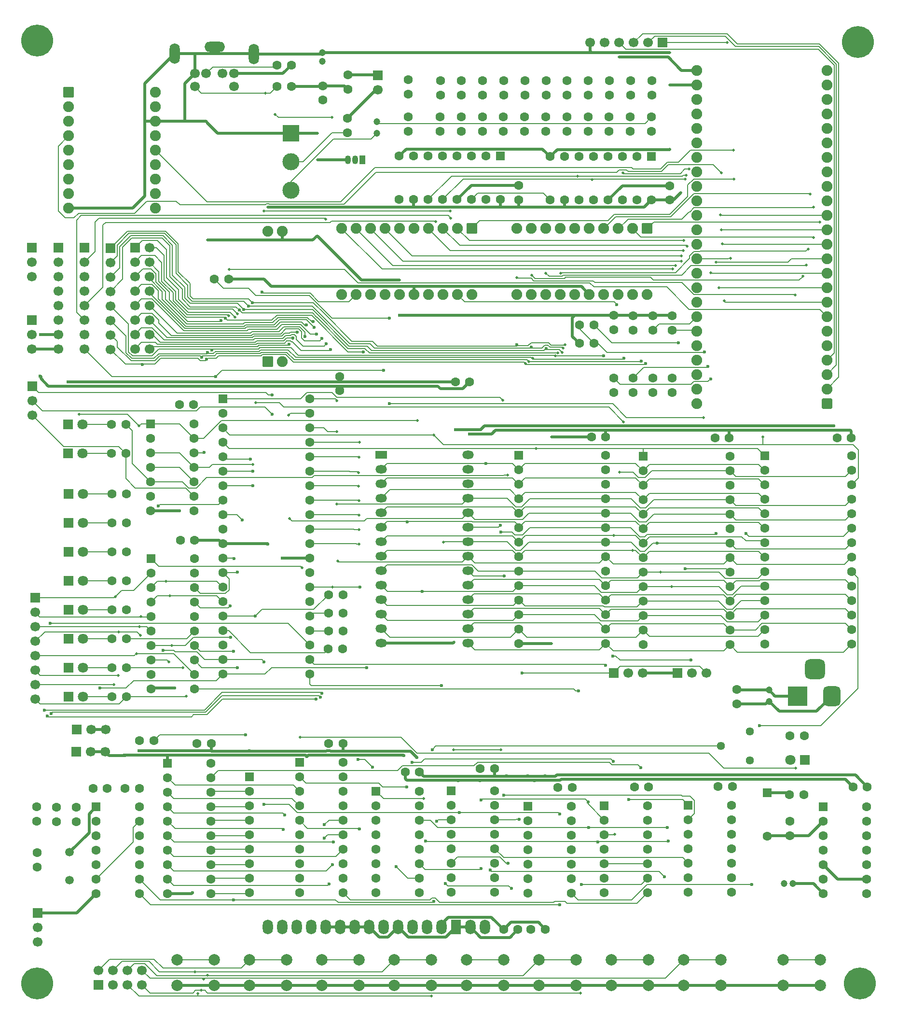
<source format=gbr>
%TF.GenerationSoftware,KiCad,Pcbnew,9.0.5-9.0.5~ubuntu24.04.1*%
%TF.CreationDate,2025-10-10T17:05:08-03:00*%
%TF.ProjectId,Kraft80V2,4b726166-7438-4305-9632-2e6b69636164,rev?*%
%TF.SameCoordinates,Original*%
%TF.FileFunction,Copper,L2,Bot*%
%TF.FilePolarity,Positive*%
%FSLAX46Y46*%
G04 Gerber Fmt 4.6, Leading zero omitted, Abs format (unit mm)*
G04 Created by KiCad (PCBNEW 9.0.5-9.0.5~ubuntu24.04.1) date 2025-10-10 17:05:08*
%MOMM*%
%LPD*%
G01*
G04 APERTURE LIST*
G04 Aperture macros list*
%AMRoundRect*
0 Rectangle with rounded corners*
0 $1 Rounding radius*
0 $2 $3 $4 $5 $6 $7 $8 $9 X,Y pos of 4 corners*
0 Add a 4 corners polygon primitive as box body*
4,1,4,$2,$3,$4,$5,$6,$7,$8,$9,$2,$3,0*
0 Add four circle primitives for the rounded corners*
1,1,$1+$1,$2,$3*
1,1,$1+$1,$4,$5*
1,1,$1+$1,$6,$7*
1,1,$1+$1,$8,$9*
0 Add four rect primitives between the rounded corners*
20,1,$1+$1,$2,$3,$4,$5,0*
20,1,$1+$1,$4,$5,$6,$7,0*
20,1,$1+$1,$6,$7,$8,$9,0*
20,1,$1+$1,$8,$9,$2,$3,0*%
G04 Aperture macros list end*
%TA.AperFunction,ComponentPad*%
%ADD10RoundRect,0.250000X-0.702500X0.702500X-0.702500X-0.702500X0.702500X-0.702500X0.702500X0.702500X0*%
%TD*%
%TA.AperFunction,ComponentPad*%
%ADD11C,1.905000*%
%TD*%
%TA.AperFunction,ComponentPad*%
%ADD12RoundRect,0.875000X0.875000X0.875000X-0.875000X0.875000X-0.875000X-0.875000X0.875000X-0.875000X0*%
%TD*%
%TA.AperFunction,ComponentPad*%
%ADD13RoundRect,0.750000X0.750000X1.000000X-0.750000X1.000000X-0.750000X-1.000000X0.750000X-1.000000X0*%
%TD*%
%TA.AperFunction,ComponentPad*%
%ADD14R,3.500000X3.500000*%
%TD*%
%TA.AperFunction,ComponentPad*%
%ADD15C,2.000000*%
%TD*%
%TA.AperFunction,ComponentPad*%
%ADD16C,1.200000*%
%TD*%
%TA.AperFunction,ComponentPad*%
%ADD17C,1.600000*%
%TD*%
%TA.AperFunction,ComponentPad*%
%ADD18R,1.800000X1.800000*%
%TD*%
%TA.AperFunction,ComponentPad*%
%ADD19C,1.800000*%
%TD*%
%TA.AperFunction,ComponentPad*%
%ADD20RoundRect,0.250000X-0.550000X-0.550000X0.550000X-0.550000X0.550000X0.550000X-0.550000X0.550000X0*%
%TD*%
%TA.AperFunction,ComponentPad*%
%ADD21R,1.700000X1.700000*%
%TD*%
%TA.AperFunction,ComponentPad*%
%ADD22C,1.700000*%
%TD*%
%TA.AperFunction,ComponentPad*%
%ADD23R,3.000000X3.000000*%
%TD*%
%TA.AperFunction,ComponentPad*%
%ADD24C,3.000000*%
%TD*%
%TA.AperFunction,WasherPad*%
%ADD25C,5.600000*%
%TD*%
%TA.AperFunction,ComponentPad*%
%ADD26R,1.600000X1.600000*%
%TD*%
%TA.AperFunction,ComponentPad*%
%ADD27C,1.440000*%
%TD*%
%TA.AperFunction,ComponentPad*%
%ADD28C,1.500000*%
%TD*%
%TA.AperFunction,ComponentPad*%
%ADD29RoundRect,0.285750X0.666750X-0.666750X0.666750X0.666750X-0.666750X0.666750X-0.666750X-0.666750X0*%
%TD*%
%TA.AperFunction,ComponentPad*%
%ADD30RoundRect,0.250000X-0.550000X0.550000X-0.550000X-0.550000X0.550000X-0.550000X0.550000X0.550000X0*%
%TD*%
%TA.AperFunction,ComponentPad*%
%ADD31O,1.800000X3.600000*%
%TD*%
%TA.AperFunction,ComponentPad*%
%ADD32O,3.600000X1.800000*%
%TD*%
%TA.AperFunction,ComponentPad*%
%ADD33RoundRect,0.375000X0.577500X0.577500X-0.577500X0.577500X-0.577500X-0.577500X0.577500X-0.577500X0*%
%TD*%
%TA.AperFunction,ComponentPad*%
%ADD34R,1.050000X1.500000*%
%TD*%
%TA.AperFunction,ComponentPad*%
%ADD35O,1.050000X1.500000*%
%TD*%
%TA.AperFunction,ComponentPad*%
%ADD36R,2.000000X1.440000*%
%TD*%
%TA.AperFunction,ComponentPad*%
%ADD37O,2.000000X1.440000*%
%TD*%
%TA.AperFunction,ComponentPad*%
%ADD38R,1.800000X2.600000*%
%TD*%
%TA.AperFunction,ComponentPad*%
%ADD39O,1.800000X2.600000*%
%TD*%
%TA.AperFunction,ViaPad*%
%ADD40C,0.600000*%
%TD*%
%TA.AperFunction,ViaPad*%
%ADD41C,0.500000*%
%TD*%
%TA.AperFunction,Conductor*%
%ADD42C,0.200000*%
%TD*%
%TA.AperFunction,Conductor*%
%ADD43C,0.500000*%
%TD*%
G04 APERTURE END LIST*
D10*
%TO.P,U8,1,LV1*%
%TO.N,Net-(U19-IOB8A)*%
X95960000Y-58973000D03*
D11*
%TO.P,U8,2,LV2*%
%TO.N,Net-(U19-IOB11B)*%
X93420000Y-58973000D03*
%TO.P,U8,3,LV3*%
%TO.N,Net-(U19-IOB13A)*%
X90880000Y-58973000D03*
%TO.P,U8,4,LV4*%
%TO.N,Net-(U19-IOB13B)*%
X88340000Y-58973000D03*
%TO.P,U8,5,LV*%
%TO.N,+3V3*%
X85800000Y-58973000D03*
%TO.P,U8,6,GND*%
%TO.N,GNDREF*%
X83260000Y-58973000D03*
%TO.P,U8,7,LV5*%
%TO.N,Net-(U19-IOB23A)*%
X80720000Y-58973000D03*
%TO.P,U8,8,LV6*%
%TO.N,Net-(U19-IOB23B)*%
X78180000Y-58973000D03*
%TO.P,U8,9,LV7*%
%TO.N,Net-(U19-IOB33B)*%
X75640000Y-58973000D03*
%TO.P,U8,10,LV8*%
%TO.N,Net-(U19-IOB29A)*%
X73100000Y-58973000D03*
%TO.P,U8,11,HV8*%
%TO.N,/kraft80V2-fpga/DAT_KBD*%
X73100000Y-70530000D03*
%TO.P,U8,12,HV7*%
%TO.N,~{INT}*%
X75640000Y-70530000D03*
%TO.P,U8,13,HV6*%
%TO.N,~{FPGA_CS}*%
X78180000Y-70530000D03*
%TO.P,U8,14,HV5*%
%TO.N,CLOCK*%
X80720000Y-70530000D03*
%TO.P,U8,15,GND*%
%TO.N,GNDREF*%
X83260000Y-70530000D03*
%TO.P,U8,16,HV*%
%TO.N,+5V*%
X85800000Y-70530000D03*
%TO.P,U8,17,HV4*%
%TO.N,~{RESET}*%
X88340000Y-70530000D03*
%TO.P,U8,18,HV3*%
%TO.N,~{READ}*%
X90880000Y-70530000D03*
%TO.P,U8,19,HV2*%
%TO.N,~{WRITE}*%
X93420000Y-70530000D03*
%TO.P,U8,20,HV1*%
%TO.N,/kraft80V2-fpga/CK_KBD*%
X95960000Y-70530000D03*
%TD*%
%TO.P,U12,20,HV1*%
%TO.N,D0*%
X126770000Y-70550000D03*
%TO.P,U12,19,HV2*%
%TO.N,D1*%
X124230000Y-70550000D03*
%TO.P,U12,18,HV3*%
%TO.N,D2*%
X121690000Y-70550000D03*
%TO.P,U12,17,HV4*%
%TO.N,D3*%
X119150000Y-70550000D03*
%TO.P,U12,16,HV*%
%TO.N,+5V*%
X116610000Y-70550000D03*
%TO.P,U12,15,GND*%
%TO.N,GNDREF*%
X114070000Y-70550000D03*
%TO.P,U12,14,HV5*%
%TO.N,D4*%
X111530000Y-70550000D03*
%TO.P,U12,13,HV6*%
%TO.N,D5*%
X108990000Y-70550000D03*
%TO.P,U12,12,HV7*%
%TO.N,D6*%
X106450000Y-70550000D03*
%TO.P,U12,11,HV8*%
%TO.N,D7*%
X103910000Y-70550000D03*
%TO.P,U12,10,LV8*%
%TO.N,Net-(U12-LV8)*%
X103910000Y-58993000D03*
%TO.P,U12,9,LV7*%
%TO.N,Net-(U12-LV7)*%
X106450000Y-58993000D03*
%TO.P,U12,8,LV6*%
%TO.N,Net-(U12-LV6)*%
X108990000Y-58993000D03*
%TO.P,U12,7,LV5*%
%TO.N,Net-(U12-LV5)*%
X111530000Y-58993000D03*
%TO.P,U12,6,GND*%
%TO.N,GNDREF*%
X114070000Y-58993000D03*
%TO.P,U12,5,LV*%
%TO.N,+3V3*%
X116610000Y-58993000D03*
%TO.P,U12,4,LV4*%
%TO.N,Net-(U12-LV4)*%
X119150000Y-58993000D03*
%TO.P,U12,3,LV3*%
%TO.N,Net-(U12-LV3)*%
X121690000Y-58993000D03*
%TO.P,U12,2,LV2*%
%TO.N,Net-(U12-LV2)*%
X124230000Y-58993000D03*
D10*
%TO.P,U12,1,LV1*%
%TO.N,Net-(U12-LV1)*%
X126770000Y-58993000D03*
%TD*%
D12*
%TO.P,CN1,3*%
%TO.N,N/C*%
X156180000Y-136260000D03*
D13*
%TO.P,CN1,2*%
%TO.N,GNDREF*%
X159180000Y-140960000D03*
D14*
%TO.P,CN1,1*%
%TO.N,+5V*%
X153180000Y-140960000D03*
%TD*%
D15*
%TO.P,SW5,1,1*%
%TO.N,GNDREF*%
X101550000Y-191750000D03*
X95050000Y-191750000D03*
%TO.P,SW5,2,2*%
%TO.N,PX4*%
X101550000Y-187250000D03*
X95050000Y-187250000D03*
%TD*%
D16*
%TO.P,C23,1*%
%TO.N,+5V*%
X69730000Y-29650000D03*
%TO.P,C23,2*%
%TO.N,GNDREF*%
X69730000Y-28150000D03*
%TD*%
D17*
%TO.P,R37,1*%
%TO.N,Net-(R25-Pad2)*%
X108997600Y-33012400D03*
%TO.P,R37,2*%
%TO.N,Net-(R24-Pad2)*%
X108997600Y-35552400D03*
%TD*%
%TO.P,R20,1*%
%TO.N,Net-(J3-Pin_2)*%
X74195000Y-39647200D03*
%TO.P,R20,2*%
%TO.N,Net-(Q1-B)*%
X74195000Y-42187200D03*
%TD*%
D18*
%TO.P,D2,1,K*%
%TO.N,GNDREF*%
X154410000Y-152140000D03*
D19*
%TO.P,D2,2,A*%
%TO.N,Net-(D2-A)*%
X151870000Y-152140000D03*
%TD*%
D17*
%TO.P,C12,1*%
%TO.N,+5V*%
X141160000Y-95730000D03*
%TO.P,C12,2*%
%TO.N,GNDREF*%
X138660000Y-95730000D03*
%TD*%
D20*
%TO.P,U5,1,~{Mr}*%
%TO.N,~{RESET}*%
X39670000Y-116880000D03*
D17*
%TO.P,U5,2,Q0*%
%TO.N,PA0*%
X39670000Y-119420000D03*
%TO.P,U5,3,D0*%
%TO.N,D0*%
X39670000Y-121960000D03*
%TO.P,U5,4,D1*%
%TO.N,D1*%
X39670000Y-124500000D03*
%TO.P,U5,5,Q1*%
%TO.N,PA1*%
X39670000Y-127040000D03*
%TO.P,U5,6,Q2*%
%TO.N,PA2*%
X39670000Y-129580000D03*
%TO.P,U5,7,D2*%
%TO.N,D2*%
X39670000Y-132120000D03*
%TO.P,U5,8,D3*%
%TO.N,D3*%
X39670000Y-134660000D03*
%TO.P,U5,9,Q3*%
%TO.N,PA3*%
X39670000Y-137200000D03*
%TO.P,U5,10,GND*%
%TO.N,GNDREF*%
X39670000Y-139740000D03*
%TO.P,U5,11,Cp*%
%TO.N,/kraft80V2-ios/CKLED*%
X47290000Y-139740000D03*
%TO.P,U5,12,Q4*%
%TO.N,PA4*%
X47290000Y-137200000D03*
%TO.P,U5,13,D4*%
%TO.N,D4*%
X47290000Y-134660000D03*
%TO.P,U5,14,D5*%
%TO.N,D5*%
X47290000Y-132120000D03*
%TO.P,U5,15,Q5*%
%TO.N,PA5*%
X47290000Y-129580000D03*
%TO.P,U5,16,Q6*%
%TO.N,PA6*%
X47290000Y-127040000D03*
%TO.P,U5,17,D6*%
%TO.N,D6*%
X47290000Y-124500000D03*
%TO.P,U5,18,D7*%
%TO.N,D7*%
X47290000Y-121960000D03*
%TO.P,U5,19,Q7*%
%TO.N,PA7*%
X47290000Y-119420000D03*
%TO.P,U5,20,VCC*%
%TO.N,+5V*%
X47290000Y-116880000D03*
%TD*%
D15*
%TO.P,SW7,1,1*%
%TO.N,GNDREF*%
X126950000Y-191750000D03*
X120450000Y-191750000D03*
%TO.P,SW7,2,2*%
%TO.N,PX6*%
X126950000Y-187250000D03*
X120450000Y-187250000D03*
%TD*%
D17*
%TO.P,R21,1*%
%TO.N,CPM*%
X35260000Y-93340000D03*
%TO.P,R21,2*%
%TO.N,Net-(D11-A)*%
X32720000Y-93340000D03*
%TD*%
D18*
%TO.P,D10,1,K*%
%TO.N,Net-(D10-K)*%
X25250000Y-120790000D03*
D19*
%TO.P,D10,2,A*%
%TO.N,Net-(D10-A)*%
X27790000Y-120790000D03*
%TD*%
D17*
%TO.P,R19,1*%
%TO.N,+5V*%
X37625000Y-148770000D03*
%TO.P,R19,2*%
%TO.N,CLOCK*%
X40165000Y-148770000D03*
%TD*%
D15*
%TO.P,SW2,1,1*%
%TO.N,GNDREF*%
X63450000Y-191750000D03*
X56950000Y-191750000D03*
%TO.P,SW2,2,2*%
%TO.N,PX1*%
X63450000Y-187250000D03*
X56950000Y-187250000D03*
%TD*%
D17*
%TO.P,R10,1*%
%TO.N,PA6*%
X35410000Y-136030000D03*
%TO.P,R10,2*%
%TO.N,Net-(D5-A)*%
X32870000Y-136030000D03*
%TD*%
D16*
%TO.P,C6,1*%
%TO.N,+5V*%
X148140000Y-139900000D03*
%TO.P,C6,2*%
%TO.N,GNDREF*%
X148140000Y-141900000D03*
%TD*%
D17*
%TO.P,C13,1*%
%TO.N,Net-(C13-Pad1)*%
X23100000Y-160500000D03*
%TO.P,C13,2*%
%TO.N,Net-(C13-Pad2)*%
X23100000Y-163000000D03*
%TD*%
D21*
%TO.P,J7,1,Pin_1*%
%TO.N,+5V*%
X18780000Y-62350000D03*
D22*
%TO.P,J7,2,Pin_2*%
X18780000Y-64890000D03*
%TO.P,J7,3,Pin_3*%
X18780000Y-67430000D03*
%TD*%
D17*
%TO.P,R15,1*%
%TO.N,PA3*%
X35410000Y-120790000D03*
%TO.P,R15,2*%
%TO.N,Net-(D10-A)*%
X32870000Y-120790000D03*
%TD*%
%TO.P,R17,1*%
%TO.N,Net-(R17-Pad1)*%
X26570000Y-163040000D03*
%TO.P,R17,2*%
%TO.N,Net-(C13-Pad2)*%
X26570000Y-160500000D03*
%TD*%
%TO.P,C11,1*%
%TO.N,+3V3*%
X104200000Y-53920000D03*
%TO.P,C11,2*%
%TO.N,GNDREF*%
X104200000Y-51420000D03*
%TD*%
D21*
%TO.P,J5,1,Pin_1*%
%TO.N,~{HALT}*%
X28010000Y-62340000D03*
D22*
%TO.P,J5,2,Pin_2*%
%TO.N,~{M1}*%
X28010000Y-64880000D03*
%TO.P,J5,3,Pin_3*%
%TO.N,~{MREQ}*%
X28010000Y-67420000D03*
%TO.P,J5,4,Pin_4*%
%TO.N,~{IORQ}*%
X28010000Y-69960000D03*
%TO.P,J5,5,Pin_5*%
%TO.N,~{READ}*%
X28010000Y-72500000D03*
%TO.P,J5,6,Pin_6*%
%TO.N,~{WRITE}*%
X28010000Y-75040000D03*
%TO.P,J5,7,Pin_7*%
%TO.N,~{RESET}*%
X28010000Y-77580000D03*
%TO.P,J5,8,Pin_8*%
%TO.N,CLOCK*%
X28010000Y-80120000D03*
%TD*%
D17*
%TO.P,R44,1*%
%TO.N,+5V*%
X108900000Y-181860000D03*
%TO.P,R44,2*%
%TO.N,Net-(LCD1-A{slash}VEE)*%
X106360000Y-181860000D03*
%TD*%
D18*
%TO.P,D12,1,K*%
%TO.N,GNDREF*%
X25100000Y-98420000D03*
D19*
%TO.P,D12,2,A*%
%TO.N,Net-(D12-A)*%
X27640000Y-98420000D03*
%TD*%
D20*
%TO.P,U93,1*%
%TO.N,Net-(JP3-C)*%
X133966400Y-160096600D03*
D17*
%TO.P,U93,2*%
%TO.N,Net-(U3-O2)*%
X133966400Y-162636600D03*
%TO.P,U93,3*%
%TO.N,Net-(U93-Pad3)*%
X133966400Y-165176600D03*
%TO.P,U93,4*%
X133966400Y-167716600D03*
%TO.P,U93,5*%
%TO.N,Net-(U3-O3)*%
X133966400Y-170256600D03*
%TO.P,U93,6*%
%TO.N,/~{SEL_RAM}*%
X133966400Y-172796600D03*
%TO.P,U93,7,GND*%
%TO.N,GNDREF*%
X133966400Y-175336600D03*
%TO.P,U93,8*%
%TO.N,unconnected-(U93-Pad8)*%
X141586400Y-175336600D03*
%TO.P,U93,9*%
%TO.N,+5V*%
X141586400Y-172796600D03*
%TO.P,U93,10*%
X141586400Y-170256600D03*
%TO.P,U93,11*%
%TO.N,Net-(R42-Pad1)*%
X141586400Y-167716600D03*
%TO.P,U93,12*%
%TO.N,~{INT2}*%
X141586400Y-165176600D03*
%TO.P,U93,13*%
X141586400Y-162636600D03*
%TO.P,U93,14,VCC*%
%TO.N,+5V*%
X141586400Y-160096600D03*
%TD*%
%TO.P,R11,1*%
%TO.N,PA7*%
X35410000Y-141110000D03*
%TO.P,R11,2*%
%TO.N,Net-(D6-A)*%
X32870000Y-141110000D03*
%TD*%
D23*
%TO.P,RV1,1,1*%
%TO.N,GNDREF*%
X64210000Y-42270000D03*
D24*
%TO.P,RV1,2,2*%
%TO.N,Net-(Q1-B)*%
X64210000Y-47270000D03*
%TO.P,RV1,3,3*%
%TO.N,Net-(C21-Pad2)*%
X64210000Y-52270000D03*
%TD*%
D17*
%TO.P,C2,1*%
%TO.N,+5V*%
X95600000Y-85840000D03*
%TO.P,C2,2*%
%TO.N,GNDREF*%
X93100000Y-85840000D03*
%TD*%
%TO.P,R56,1*%
%TO.N,Net-(R41-Pad2)*%
X120122800Y-33006000D03*
%TO.P,R56,2*%
%TO.N,Net-(R47-Pad2)*%
X120122800Y-35546000D03*
%TD*%
D18*
%TO.P,D6,1,K*%
%TO.N,Net-(D3-K)*%
X25250000Y-141110000D03*
D19*
%TO.P,D6,2,A*%
%TO.N,Net-(D6-A)*%
X27790000Y-141110000D03*
%TD*%
D21*
%TO.P,JP1,1,A*%
%TO.N,Net-(D10-K)*%
X26610000Y-150730000D03*
D22*
%TO.P,JP1,2,C*%
%TO.N,GNDREF*%
X29150000Y-150730000D03*
%TO.P,JP1,3,B*%
X31690000Y-150730000D03*
%TD*%
D17*
%TO.P,R47,1*%
%TO.N,Net-(U16-QC)*%
X120072000Y-41959600D03*
%TO.P,R47,2*%
%TO.N,Net-(R47-Pad2)*%
X120072000Y-39419600D03*
%TD*%
%TO.P,R61,1*%
%TO.N,+5V*%
X53285000Y-67850000D03*
%TO.P,R61,2*%
%TO.N,~{INT2}*%
X50745000Y-67850000D03*
%TD*%
D20*
%TO.P,U4,1*%
%TO.N,Net-(D1-A)*%
X157664600Y-160381000D03*
D17*
%TO.P,U4,2*%
X157664600Y-162921000D03*
%TO.P,U4,3*%
%TO.N,Net-(U4-Pad3)*%
X157664600Y-165461000D03*
%TO.P,U4,4*%
%TO.N,~{RESET}*%
X157664600Y-168001000D03*
%TO.P,U4,5*%
%TO.N,+5V*%
X157664600Y-170541000D03*
%TO.P,U4,6*%
%TO.N,Net-(U4-Pad3)*%
X157664600Y-173081000D03*
%TO.P,U4,7,GND*%
%TO.N,GNDREF*%
X157664600Y-175621000D03*
%TO.P,U4,8*%
%TO.N,+5V*%
X165284600Y-175621000D03*
%TO.P,U4,9*%
X165284600Y-173081000D03*
%TO.P,U4,10*%
%TO.N,unconnected-(U4-Pad10)*%
X165284600Y-170541000D03*
%TO.P,U4,11*%
%TO.N,unconnected-(U4-Pad11)*%
X165284600Y-168001000D03*
%TO.P,U4,12*%
%TO.N,+5V*%
X165284600Y-165461000D03*
%TO.P,U4,13*%
X165284600Y-162921000D03*
%TO.P,U4,14,VCC*%
X165284600Y-160381000D03*
%TD*%
%TO.P,R18,1*%
%TO.N,Net-(C14-Pad1)*%
X19680000Y-168390000D03*
%TO.P,R18,2*%
%TO.N,Net-(R17-Pad1)*%
X19680000Y-170930000D03*
%TD*%
D20*
%TO.P,U11,1,~{Mr}*%
%TO.N,~{RESET}*%
X65767400Y-152603600D03*
D17*
%TO.P,U11,2,Q0*%
%TO.N,Net-(LCD1-RS)*%
X65767400Y-155143600D03*
%TO.P,U11,3,D0*%
%TO.N,D0*%
X65767400Y-157683600D03*
%TO.P,U11,4,D1*%
%TO.N,D1*%
X65767400Y-160223600D03*
%TO.P,U11,5,Q1*%
%TO.N,Net-(LCD1-E)*%
X65767400Y-162763600D03*
%TO.P,U11,6,Q2*%
%TO.N,PB2*%
X65767400Y-165303600D03*
%TO.P,U11,7,D2*%
%TO.N,D2*%
X65767400Y-167843600D03*
%TO.P,U11,8,D3*%
%TO.N,D3*%
X65767400Y-170383600D03*
%TO.P,U11,9,Q3*%
%TO.N,PB3*%
X65767400Y-172923600D03*
%TO.P,U11,10,GND*%
%TO.N,GNDREF*%
X65767400Y-175463600D03*
%TO.P,U11,11,Cp*%
%TO.N,/kraft80V2-ios/CKDIS*%
X73387400Y-175463600D03*
%TO.P,U11,12,Q4*%
%TO.N,Net-(LCD1-DB4)*%
X73387400Y-172923600D03*
%TO.P,U11,13,D4*%
%TO.N,D4*%
X73387400Y-170383600D03*
%TO.P,U11,14,D5*%
%TO.N,D5*%
X73387400Y-167843600D03*
%TO.P,U11,15,Q5*%
%TO.N,Net-(LCD1-DB5)*%
X73387400Y-165303600D03*
%TO.P,U11,16,Q6*%
%TO.N,Net-(LCD1-DB6)*%
X73387400Y-162763600D03*
%TO.P,U11,17,D6*%
%TO.N,D6*%
X73387400Y-160223600D03*
%TO.P,U11,18,D7*%
%TO.N,D7*%
X73387400Y-157683600D03*
%TO.P,U11,19,Q7*%
%TO.N,Net-(LCD1-DB7)*%
X73387400Y-155143600D03*
%TO.P,U11,20,VCC*%
%TO.N,+5V*%
X73387400Y-152603600D03*
%TD*%
D15*
%TO.P,SW1,1,1*%
%TO.N,GNDREF*%
X50750000Y-191750000D03*
X44250000Y-191750000D03*
%TO.P,SW1,2,2*%
%TO.N,PX0*%
X50750000Y-187250000D03*
X44250000Y-187250000D03*
%TD*%
D20*
%TO.P,U91,1,A0*%
%TO.N,Net-(JP11-C)*%
X79178600Y-157658200D03*
D17*
%TO.P,U91,2,A1*%
%TO.N,Net-(JP12-C)*%
X79178600Y-160198200D03*
%TO.P,U91,3,A2*%
%TO.N,Net-(JP13-C)*%
X79178600Y-162738200D03*
%TO.P,U91,4,E1*%
%TO.N,~{IORQ}*%
X79178600Y-165278200D03*
%TO.P,U91,5,E2*%
%TO.N,A7*%
X79178600Y-167818200D03*
%TO.P,U91,6,E3*%
%TO.N,~{M1}*%
X79178600Y-170358200D03*
%TO.P,U91,7,O7*%
%TO.N,unconnected-(U91-O7-Pad7)*%
X79178600Y-172898200D03*
%TO.P,U91,8,GND*%
%TO.N,GNDREF*%
X79178600Y-175438200D03*
%TO.P,U91,9,O6*%
%TO.N,unconnected-(U91-O6-Pad9)*%
X86798600Y-175438200D03*
%TO.P,U91,10,O5*%
%TO.N,~{FPGA_CS}*%
X86798600Y-172898200D03*
%TO.P,U91,11,O4*%
%TO.N,/kraft80V2-ios/~{CS4}*%
X86798600Y-170358200D03*
%TO.P,U91,12,O3*%
%TO.N,unconnected-(U91-O3-Pad12)*%
X86798600Y-167818200D03*
%TO.P,U91,13,O2*%
%TO.N,/kraft80V2-ios/~{CS2}*%
X86798600Y-165278200D03*
%TO.P,U91,14,O1*%
%TO.N,/kraft80V2-ios/~{CS1}*%
X86798600Y-162738200D03*
%TO.P,U91,15,O0*%
%TO.N,/kraft80V2-ios/~{CS0}*%
X86798600Y-160198200D03*
%TO.P,U91,16,VCC*%
%TO.N,+5V*%
X86798600Y-157658200D03*
%TD*%
D21*
%TO.P,J11,1,Pin_1*%
%TO.N,PA0*%
X19380000Y-123760000D03*
D22*
%TO.P,J11,2,Pin_2*%
%TO.N,PA1*%
X19380000Y-126300000D03*
%TO.P,J11,3,Pin_3*%
%TO.N,PA2*%
X19380000Y-128840000D03*
%TO.P,J11,4,Pin_4*%
%TO.N,PA3*%
X19380000Y-131380000D03*
%TO.P,J11,5,Pin_5*%
%TO.N,PA4*%
X19380000Y-133920000D03*
%TO.P,J11,6,Pin_6*%
%TO.N,PA5*%
X19380000Y-136460000D03*
%TO.P,J11,7,Pin_7*%
%TO.N,PA6*%
X19380000Y-139000000D03*
%TO.P,J11,8,Pin_8*%
%TO.N,PA7*%
X19380000Y-141540000D03*
%TD*%
D17*
%TO.P,C8,1*%
%TO.N,+5V*%
X47320000Y-113630000D03*
%TO.P,C8,2*%
%TO.N,GNDREF*%
X44820000Y-113630000D03*
%TD*%
D21*
%TO.P,J6,1,Pin_1*%
%TO.N,~{NMI}*%
X23400000Y-62330000D03*
D22*
%TO.P,J6,2,Pin_2*%
%TO.N,~{INT2}*%
X23400000Y-64870000D03*
%TO.P,J6,3,Pin_3*%
%TO.N,~{WAIT}*%
X23400000Y-67410000D03*
%TO.P,J6,4,Pin_4*%
%TO.N,~{RFSH}*%
X23400000Y-69950000D03*
%TO.P,J6,5,Pin_5*%
%TO.N,~{BUSAK}*%
X23400000Y-72490000D03*
%TO.P,J6,6,Pin_6*%
%TO.N,~{BUSRQ}*%
X23400000Y-75030000D03*
%TO.P,J6,7,Pin_7*%
%TO.N,+5V*%
X23400000Y-77570000D03*
%TO.P,J6,8,Pin_8*%
%TO.N,GNDREF*%
X23400000Y-80110000D03*
%TD*%
D17*
%TO.P,R34,1*%
%TO.N,Net-(R28-Pad2)*%
X97872400Y-33012400D03*
%TO.P,R34,2*%
%TO.N,Net-(R27-Pad2)*%
X97872400Y-35552400D03*
%TD*%
%TO.P,R57,1*%
%TO.N,A1*%
X127709000Y-87740000D03*
%TO.P,R57,2*%
%TO.N,Net-(U19-IOT11B)*%
X127709000Y-85200000D03*
%TD*%
%TO.P,R60,1*%
%TO.N,Net-(U19-IOT8A)*%
X117420000Y-79130000D03*
%TO.P,R60,2*%
%TO.N,GNDREF*%
X114880000Y-79130000D03*
%TD*%
%TO.P,C17,1*%
%TO.N,+5V*%
X73390000Y-149260000D03*
%TO.P,C17,2*%
%TO.N,GNDREF*%
X70890000Y-149260000D03*
%TD*%
%TO.P,R45,1*%
%TO.N,Net-(U16-QA)*%
X127488800Y-41959600D03*
%TO.P,R45,2*%
%TO.N,Net-(C21-Pad1)*%
X127488800Y-39419600D03*
%TD*%
%TO.P,C99,1*%
%TO.N,+5V*%
X47170000Y-89890000D03*
%TO.P,C99,2*%
%TO.N,GNDREF*%
X44670000Y-89890000D03*
%TD*%
%TO.P,R52,1*%
%TO.N,Net-(U19-IOT12B)*%
X120900000Y-76760000D03*
%TO.P,R52,2*%
%TO.N,GNDREF*%
X120900000Y-74220000D03*
%TD*%
%TO.P,R7,1*%
%TO.N,+5V*%
X154305000Y-147960000D03*
%TO.P,R7,2*%
%TO.N,Net-(D2-A)*%
X151765000Y-147960000D03*
%TD*%
D25*
%TO.P,REF\u002A\u002A,*%
%TO.N,*%
X19743200Y-191410600D03*
%TD*%
D26*
%TO.P,RN1,1,common*%
%TO.N,+5V*%
X56928200Y-155143600D03*
D17*
%TO.P,RN1,2,R1*%
%TO.N,PX0*%
X56928200Y-157683600D03*
%TO.P,RN1,3,R2*%
%TO.N,PX1*%
X56928200Y-160223600D03*
%TO.P,RN1,4,R3*%
%TO.N,PX2*%
X56928200Y-162763600D03*
%TO.P,RN1,5,R4*%
%TO.N,PX3*%
X56928200Y-165303600D03*
%TO.P,RN1,6,R5*%
%TO.N,PX4*%
X56928200Y-167843600D03*
%TO.P,RN1,7,R6*%
%TO.N,PX5*%
X56928200Y-170383600D03*
%TO.P,RN1,8,R7*%
%TO.N,PX6*%
X56928200Y-172923600D03*
%TO.P,RN1,9,R8*%
%TO.N,PX7*%
X56928200Y-175463600D03*
%TD*%
D16*
%TO.P,C3,1*%
%TO.N,Net-(D1-A)*%
X150800000Y-173890000D03*
%TO.P,C3,2*%
%TO.N,GNDREF*%
X152300000Y-173890000D03*
%TD*%
D27*
%TO.P,P1,1,1*%
%TO.N,+5V*%
X144765000Y-147170000D03*
%TO.P,P1,2,2*%
%TO.N,Net-(LCD1-VO)*%
X139685000Y-149710000D03*
%TO.P,P1,3,3*%
%TO.N,GNDREF*%
X144765000Y-152250000D03*
%TD*%
D17*
%TO.P,R12,1*%
%TO.N,PA0*%
X35410000Y-105550000D03*
%TO.P,R12,2*%
%TO.N,Net-(D7-A)*%
X32870000Y-105550000D03*
%TD*%
%TO.P,R42,1*%
%TO.N,Net-(R42-Pad1)*%
X117430000Y-75910000D03*
%TO.P,R42,2*%
%TO.N,Net-(U19-IOT8A)*%
X114890000Y-75910000D03*
%TD*%
%TO.P,R14,1*%
%TO.N,PA2*%
X35410000Y-115710000D03*
%TO.P,R14,2*%
%TO.N,Net-(D9-A)*%
X32870000Y-115710000D03*
%TD*%
D21*
%TO.P,JP2,1,A*%
%TO.N,Net-(D3-K)*%
X26650000Y-146800000D03*
D22*
%TO.P,JP2,2,C*%
%TO.N,GNDREF*%
X29190000Y-146800000D03*
%TO.P,JP2,3,B*%
X31730000Y-146800000D03*
%TD*%
D18*
%TO.P,D11,1,K*%
%TO.N,GNDREF*%
X25100000Y-93340000D03*
D19*
%TO.P,D11,2,A*%
%TO.N,Net-(D11-A)*%
X27640000Y-93340000D03*
%TD*%
D17*
%TO.P,R38,1*%
%TO.N,Net-(R24-Pad2)*%
X112706000Y-33006000D03*
%TO.P,R38,2*%
%TO.N,Net-(R23-Pad2)*%
X112706000Y-35546000D03*
%TD*%
D28*
%TO.P,X1,1,1*%
%TO.N,Net-(C14-Pad1)*%
X25410000Y-168360000D03*
%TO.P,X1,2,2*%
%TO.N,Net-(R17-Pad1)*%
X25410000Y-173260000D03*
%TD*%
D17*
%TO.P,R30,1*%
%TO.N,Net-(U15-QD)*%
X84830000Y-41970000D03*
%TO.P,R30,2*%
%TO.N,Net-(R30-Pad2)*%
X84830000Y-39430000D03*
%TD*%
D29*
%TO.P,U13,1,Vin*%
%TO.N,+5V*%
X60190000Y-82330000D03*
D11*
%TO.P,U13,2,GND*%
%TO.N,GNDREF*%
X62730000Y-82330000D03*
%TO.P,U13,3,GND*%
X62730000Y-59470000D03*
%TO.P,U13,4,Vout*%
%TO.N,+3V3*%
X60190000Y-59470000D03*
%TD*%
D17*
%TO.P,R51,1*%
%TO.N,Net-(U19-IOT12A)*%
X124303600Y-76785400D03*
%TO.P,R51,2*%
%TO.N,GNDREF*%
X124303600Y-74245400D03*
%TD*%
D25*
%TO.P,REF\u002A\u002A,*%
%TO.N,*%
X19750000Y-26000000D03*
%TD*%
D15*
%TO.P,SW6,1,1*%
%TO.N,GNDREF*%
X114250000Y-191750000D03*
X107750000Y-191750000D03*
%TO.P,SW6,2,2*%
%TO.N,PX5*%
X114250000Y-187250000D03*
X107750000Y-187250000D03*
%TD*%
D30*
%TO.P,D1,1,K*%
%TO.N,+5V*%
X147840000Y-157910000D03*
D17*
%TO.P,D1,2,A*%
%TO.N,Net-(D1-A)*%
X147840000Y-165530000D03*
%TD*%
D25*
%TO.P,REF\u002A\u002A,*%
%TO.N,*%
X163750000Y-26250000D03*
%TD*%
D17*
%TO.P,R46,1*%
%TO.N,Net-(U16-QB)*%
X123780400Y-41959600D03*
%TO.P,R46,2*%
%TO.N,Net-(R46-Pad2)*%
X123780400Y-39419600D03*
%TD*%
%TO.P,R31,1*%
%TO.N,GNDREF*%
X84860000Y-32920000D03*
%TO.P,R31,2*%
%TO.N,Net-(R30-Pad2)*%
X84860000Y-35460000D03*
%TD*%
%TO.P,R13,1*%
%TO.N,PA1*%
X35410000Y-110630000D03*
%TO.P,R13,2*%
%TO.N,Net-(D8-A)*%
X32870000Y-110630000D03*
%TD*%
%TO.P,R25,1*%
%TO.N,Net-(U16-QG)*%
X105238400Y-41966000D03*
%TO.P,R25,2*%
%TO.N,Net-(R25-Pad2)*%
X105238400Y-39426000D03*
%TD*%
D21*
%TO.P,J9,1,Pin_1*%
%TO.N,/kraft80V2-fpga/~{DISK_CS}*%
X129470000Y-26390000D03*
D22*
%TO.P,J9,2,Pin_2*%
%TO.N,/kraft80V2-fpga/DISK_SCK*%
X126930000Y-26390000D03*
%TO.P,J9,3,Pin_3*%
%TO.N,/kraft80V2-fpga/DISK_MOSI*%
X124390000Y-26390000D03*
%TO.P,J9,4,Pin_4*%
%TO.N,/kraft80V2-fpga/DISK_MISO*%
X121850000Y-26390000D03*
%TO.P,J9,5,Pin_5*%
%TO.N,+3V3*%
X119310000Y-26390000D03*
%TO.P,J9,6,Pin_6*%
%TO.N,GNDREF*%
X116770000Y-26390000D03*
%TD*%
D15*
%TO.P,RST1,1,1*%
%TO.N,GNDREF*%
X157150000Y-191750000D03*
X150650000Y-191750000D03*
%TO.P,RST1,2,2*%
%TO.N,Net-(D1-A)*%
X157150000Y-187250000D03*
X150650000Y-187250000D03*
%TD*%
D17*
%TO.P,R3,1*%
%TO.N,+5V*%
X73355000Y-126400000D03*
%TO.P,R3,2*%
%TO.N,~{BUSRQ}*%
X70815000Y-126400000D03*
%TD*%
%TO.P,C97,1*%
%TO.N,+5V*%
X126990000Y-156940000D03*
%TO.P,C97,2*%
%TO.N,GNDREF*%
X124490000Y-156940000D03*
%TD*%
D21*
%TO.P,J3,1,Pin_1*%
%TO.N,Net-(J3-Pin_1)*%
X79450000Y-32150000D03*
D22*
%TO.P,J3,2,Pin_2*%
%TO.N,Net-(J3-Pin_2)*%
X79450000Y-34690000D03*
%TD*%
D17*
%TO.P,C9,1*%
%TO.N,+5V*%
X50270000Y-149330000D03*
%TO.P,C9,2*%
%TO.N,GNDREF*%
X47770000Y-149330000D03*
%TD*%
D30*
%TO.P,U15,1,QB*%
%TO.N,Net-(U15-QB)*%
X101030000Y-46295000D03*
D17*
%TO.P,U15,2,QC*%
%TO.N,Net-(U15-QC)*%
X98490000Y-46295000D03*
%TO.P,U15,3,QD*%
%TO.N,Net-(U15-QD)*%
X95950000Y-46295000D03*
%TO.P,U15,4,QE*%
%TO.N,unconnected-(U15-QE-Pad4)*%
X93410000Y-46295000D03*
%TO.P,U15,5,QF*%
%TO.N,unconnected-(U15-QF-Pad5)*%
X90870000Y-46295000D03*
%TO.P,U15,6,QG*%
%TO.N,unconnected-(U15-QG-Pad6)*%
X88330000Y-46295000D03*
%TO.P,U15,7,QH*%
%TO.N,unconnected-(U15-QH-Pad7)*%
X85790000Y-46295000D03*
%TO.P,U15,8,GND*%
%TO.N,GNDREF*%
X83250000Y-46295000D03*
%TO.P,U15,9,QH'*%
%TO.N,unconnected-(U15-QH'-Pad9)*%
X83250000Y-53915000D03*
%TO.P,U15,10,~{SRCLR}*%
%TO.N,+3V3*%
X85790000Y-53915000D03*
%TO.P,U15,11,SRCLK*%
%TO.N,Net-(U15-SRCLK)*%
X88330000Y-53915000D03*
%TO.P,U15,12,RCLK*%
%TO.N,Net-(U15-RCLK)*%
X90870000Y-53915000D03*
%TO.P,U15,13,~{OE}*%
%TO.N,GNDREF*%
X93410000Y-53915000D03*
%TO.P,U15,14,SER*%
%TO.N,Net-(U15-SER)*%
X95950000Y-53915000D03*
%TO.P,U15,15,QA*%
%TO.N,Net-(U15-QA)*%
X98490000Y-53915000D03*
%TO.P,U15,16,VCC*%
%TO.N,+3V3*%
X101030000Y-53915000D03*
%TD*%
D21*
%TO.P,J13,1,Pin_1*%
%TO.N,PX0*%
X30500000Y-191610000D03*
D22*
%TO.P,J13,2,Pin_2*%
%TO.N,PX1*%
X30500000Y-189070000D03*
%TO.P,J13,3,Pin_3*%
%TO.N,PX2*%
X33040000Y-191610000D03*
%TO.P,J13,4,Pin_4*%
%TO.N,PX3*%
X33040000Y-189070000D03*
%TO.P,J13,5,Pin_5*%
%TO.N,PX4*%
X35580000Y-191610000D03*
%TO.P,J13,6,Pin_6*%
%TO.N,PX5*%
X35580000Y-189070000D03*
%TO.P,J13,7,Pin_7*%
%TO.N,PX6*%
X38120000Y-191610000D03*
%TO.P,J13,8,Pin_8*%
%TO.N,PX7*%
X38120000Y-189070000D03*
%TD*%
D17*
%TO.P,R55,1*%
%TO.N,Net-(R47-Pad2)*%
X123831200Y-33006000D03*
%TO.P,R55,2*%
%TO.N,Net-(R46-Pad2)*%
X123831200Y-35546000D03*
%TD*%
%TO.P,R2,1*%
%TO.N,+5V*%
X151670200Y-158242400D03*
%TO.P,R2,2*%
%TO.N,~{RESET}*%
X154210200Y-158242400D03*
%TD*%
%TO.P,C90,1*%
%TO.N,+5V*%
X162560000Y-95680000D03*
%TO.P,C90,2*%
%TO.N,GNDREF*%
X160060000Y-95680000D03*
%TD*%
%TO.P,R4,1*%
%TO.N,+5V*%
X73365000Y-129580000D03*
%TO.P,R4,2*%
%TO.N,~{WAIT}*%
X70825000Y-129580000D03*
%TD*%
D21*
%TO.P,J1,1,Pin_1*%
%TO.N,A15*%
X36880000Y-62340000D03*
D22*
%TO.P,J1,2,Pin_2*%
%TO.N,A14*%
X39420000Y-62340000D03*
%TO.P,J1,3,Pin_3*%
%TO.N,A13*%
X36880000Y-64880000D03*
%TO.P,J1,4,Pin_4*%
%TO.N,A12*%
X39420000Y-64880000D03*
%TO.P,J1,5,Pin_5*%
%TO.N,A11*%
X36880000Y-67420000D03*
%TO.P,J1,6,Pin_6*%
%TO.N,A10*%
X39420000Y-67420000D03*
%TO.P,J1,7,Pin_7*%
%TO.N,A9*%
X36880000Y-69960000D03*
%TO.P,J1,8,Pin_8*%
%TO.N,A8*%
X39420000Y-69960000D03*
%TO.P,J1,9,Pin_9*%
%TO.N,A7*%
X36880000Y-72500000D03*
%TO.P,J1,10,Pin_10*%
%TO.N,A6*%
X39420000Y-72500000D03*
%TO.P,J1,11,Pin_11*%
%TO.N,A5*%
X36880000Y-75040000D03*
%TO.P,J1,12,Pin_12*%
%TO.N,A4*%
X39420000Y-75040000D03*
%TO.P,J1,13,Pin_13*%
%TO.N,A3*%
X36880000Y-77580000D03*
%TO.P,J1,14,Pin_14*%
%TO.N,A2*%
X39420000Y-77580000D03*
%TO.P,J1,15,Pin_15*%
%TO.N,A1*%
X36880000Y-80120000D03*
%TO.P,J1,16,Pin_16*%
%TO.N,A0*%
X39420000Y-80120000D03*
%TD*%
D20*
%TO.P,U97,1*%
%TO.N,~{WRITE}*%
X119234400Y-160223600D03*
D17*
%TO.P,U97,2*%
%TO.N,/kraft80V2-ios/~{CS4}*%
X119234400Y-162763600D03*
%TO.P,U97,3*%
%TO.N,/kraft80V2-ios/CKFF*%
X119234400Y-165303600D03*
%TO.P,U97,4*%
%TO.N,/kraft80V2-ios/~{LEDS_CS}*%
X119234400Y-167843600D03*
%TO.P,U97,5*%
%TO.N,~{WRITE}*%
X119234400Y-170383600D03*
%TO.P,U97,6*%
%TO.N,/kraft80V2-ios/CKLED*%
X119234400Y-172923600D03*
%TO.P,U97,7,GND*%
%TO.N,GNDREF*%
X119234400Y-175463600D03*
%TO.P,U97,8*%
%TO.N,/kraft80V2-ios/CKDIS*%
X126854400Y-175463600D03*
%TO.P,U97,9*%
%TO.N,/kraft80V2-ios/~{DISP_CS}*%
X126854400Y-172923600D03*
%TO.P,U97,10*%
%TO.N,~{WRITE}*%
X126854400Y-170383600D03*
%TO.P,U97,11*%
%TO.N,/kraft80V2-ios/CKPSHB*%
X126854400Y-167843600D03*
%TO.P,U97,12*%
%TO.N,/kraft80V2-ios/~{PSHB_CS}*%
X126854400Y-165303600D03*
%TO.P,U97,13*%
%TO.N,~{READ}*%
X126854400Y-162763600D03*
%TO.P,U97,14,VCC*%
%TO.N,+5V*%
X126854400Y-160223600D03*
%TD*%
D21*
%TO.P,J12,1,Pin_1*%
%TO.N,PB2*%
X18890000Y-86660000D03*
D22*
%TO.P,J12,2,Pin_2*%
%TO.N,PB3*%
X18890000Y-89200000D03*
%TO.P,J12,3,Pin_3*%
%TO.N,PC1*%
X18890000Y-91740000D03*
%TD*%
D17*
%TO.P,C19,1*%
%TO.N,+5V*%
X141710000Y-156810000D03*
%TO.P,C19,2*%
%TO.N,GNDREF*%
X139210000Y-156810000D03*
%TD*%
%TO.P,R9,1*%
%TO.N,PA5*%
X35410000Y-130950000D03*
%TO.P,R9,2*%
%TO.N,Net-(D4-A)*%
X32870000Y-130950000D03*
%TD*%
D18*
%TO.P,D7,1,K*%
%TO.N,Net-(D10-K)*%
X25250000Y-105550000D03*
D19*
%TO.P,D7,2,A*%
%TO.N,Net-(D7-A)*%
X27790000Y-105550000D03*
%TD*%
D17*
%TO.P,R50,1*%
%TO.N,Net-(U19-IOT11B)*%
X127732600Y-76785400D03*
%TO.P,R50,2*%
%TO.N,GNDREF*%
X127732600Y-74245400D03*
%TD*%
D16*
%TO.P,C21,1*%
%TO.N,Net-(C21-Pad1)*%
X79328400Y-40276200D03*
%TO.P,C21,2*%
%TO.N,Net-(C21-Pad2)*%
X79328400Y-42276200D03*
%TD*%
D17*
%TO.P,C22,1*%
%TO.N,+5V*%
X69800000Y-33970000D03*
%TO.P,C22,2*%
%TO.N,GNDREF*%
X69800000Y-36470000D03*
%TD*%
%TO.P,R43,1*%
%TO.N,+5V*%
X74273800Y-34561200D03*
%TO.P,R43,2*%
%TO.N,Net-(J3-Pin_1)*%
X74273800Y-32021200D03*
%TD*%
D21*
%TO.P,JP3,1,A*%
%TO.N,Net-(JP14-A)*%
X120870000Y-136930000D03*
D22*
%TO.P,JP3,2,C*%
%TO.N,Net-(JP3-C)*%
X123410000Y-136930000D03*
%TO.P,JP3,3,B*%
%TO.N,+5V*%
X125950000Y-136930000D03*
%TD*%
D17*
%TO.P,R39,1*%
%TO.N,+5V*%
X64300000Y-30330000D03*
%TO.P,R39,2*%
%TO.N,/kraft80V2-fpga/DAT_KBD*%
X61760000Y-30330000D03*
%TD*%
%TO.P,C18,1*%
%TO.N,+5V*%
X119460000Y-95560000D03*
%TO.P,C18,2*%
%TO.N,GNDREF*%
X116960000Y-95560000D03*
%TD*%
D21*
%TO.P,J10,1,Pin_1*%
%TO.N,GNDREF*%
X19760000Y-179020000D03*
D22*
%TO.P,J10,2,Pin_2*%
X19760000Y-181560000D03*
%TO.P,J10,3,Pin_3*%
X19760000Y-184100000D03*
%TD*%
D20*
%TO.P,U6,1,A->B*%
%TO.N,GNDREF*%
X42602600Y-152730600D03*
D17*
%TO.P,U6,2,A0*%
%TO.N,D0*%
X42602600Y-155270600D03*
%TO.P,U6,3,A1*%
%TO.N,D1*%
X42602600Y-157810600D03*
%TO.P,U6,4,A2*%
%TO.N,D2*%
X42602600Y-160350600D03*
%TO.P,U6,5,A3*%
%TO.N,D3*%
X42602600Y-162890600D03*
%TO.P,U6,6,A4*%
%TO.N,D4*%
X42602600Y-165430600D03*
%TO.P,U6,7,A5*%
%TO.N,D5*%
X42602600Y-167970600D03*
%TO.P,U6,8,A6*%
%TO.N,D6*%
X42602600Y-170510600D03*
%TO.P,U6,9,A7*%
%TO.N,D7*%
X42602600Y-173050600D03*
%TO.P,U6,10,GND*%
%TO.N,GNDREF*%
X42602600Y-175590600D03*
%TO.P,U6,11,B7*%
%TO.N,PX7*%
X50222600Y-175590600D03*
%TO.P,U6,12,B6*%
%TO.N,PX6*%
X50222600Y-173050600D03*
%TO.P,U6,13,B5*%
%TO.N,PX5*%
X50222600Y-170510600D03*
%TO.P,U6,14,B4*%
%TO.N,PX4*%
X50222600Y-167970600D03*
%TO.P,U6,15,B3*%
%TO.N,PX3*%
X50222600Y-165430600D03*
%TO.P,U6,16,B2*%
%TO.N,PX2*%
X50222600Y-162890600D03*
%TO.P,U6,17,B1*%
%TO.N,PX1*%
X50222600Y-160350600D03*
%TO.P,U6,18,B0*%
%TO.N,PX0*%
X50222600Y-157810600D03*
%TO.P,U6,19,CE*%
%TO.N,/kraft80V2-ios/CKPSHB*%
X50222600Y-155270600D03*
%TO.P,U6,20,VCC*%
%TO.N,+5V*%
X50222600Y-152730600D03*
%TD*%
%TO.P,R23,1*%
%TO.N,Net-(U16-QE)*%
X112655200Y-41959600D03*
%TO.P,R23,2*%
%TO.N,Net-(R23-Pad2)*%
X112655200Y-39419600D03*
%TD*%
D21*
%TO.P,J8,1,Pin_1*%
%TO.N,GNDREF*%
X18810000Y-75060000D03*
D22*
%TO.P,J8,2,Pin_2*%
X18810000Y-77600000D03*
%TO.P,J8,3,Pin_3*%
X18810000Y-80140000D03*
%TD*%
D15*
%TO.P,SW8,1,1*%
%TO.N,GNDREF*%
X139650000Y-191750000D03*
X133150000Y-191750000D03*
%TO.P,SW8,2,2*%
%TO.N,PX7*%
X139650000Y-187250000D03*
X133150000Y-187250000D03*
%TD*%
D17*
%TO.P,C10,1*%
%TO.N,+5V*%
X113570000Y-156960000D03*
%TO.P,C10,2*%
%TO.N,GNDREF*%
X111070000Y-156960000D03*
%TD*%
%TO.P,R59,1*%
%TO.N,A3*%
X120876400Y-87714600D03*
%TO.P,R59,2*%
%TO.N,Net-(U19-IOT12B)*%
X120876400Y-85174600D03*
%TD*%
D20*
%TO.P,U7,1*%
%TO.N,+5V*%
X105797800Y-160294800D03*
D17*
%TO.P,U7,2*%
X105797800Y-162834800D03*
%TO.P,U7,3*%
%TO.N,unconnected-(U7-Pad3)*%
X105797800Y-165374800D03*
%TO.P,U7,4*%
%TO.N,A14*%
X105797800Y-167914800D03*
%TO.P,U7,5*%
%TO.N,CPM*%
X105797800Y-170454800D03*
%TO.P,U7,6*%
%TO.N,Net-(JP16-A)*%
X105797800Y-172994800D03*
%TO.P,U7,7,GND*%
%TO.N,GNDREF*%
X105797800Y-175534800D03*
%TO.P,U7,8*%
%TO.N,/~{SEL_RAM2}*%
X113417800Y-175534800D03*
%TO.P,U7,9*%
%TO.N,Net-(U10-Pad8)*%
X113417800Y-172994800D03*
%TO.P,U7,10*%
%TO.N,~{MREQ}*%
X113417800Y-170454800D03*
%TO.P,U7,11*%
%TO.N,unconnected-(U7-Pad11)*%
X113417800Y-167914800D03*
%TO.P,U7,12*%
%TO.N,+5V*%
X113417800Y-165374800D03*
%TO.P,U7,13*%
X113417800Y-162834800D03*
%TO.P,U7,14,VCC*%
X113417800Y-160294800D03*
%TD*%
%TO.P,R16,1*%
%TO.N,Net-(C14-Pad1)*%
X19650000Y-162950000D03*
%TO.P,R16,2*%
%TO.N,Net-(C13-Pad1)*%
X19650000Y-160410000D03*
%TD*%
%TO.P,R58,1*%
%TO.N,A2*%
X124280000Y-87740000D03*
%TO.P,R58,2*%
%TO.N,Net-(U19-IOT12A)*%
X124280000Y-85200000D03*
%TD*%
%TO.P,R32,1*%
%TO.N,Net-(R30-Pad2)*%
X90455600Y-33006000D03*
%TO.P,R32,2*%
%TO.N,Net-(R29-Pad2)*%
X90455600Y-35546000D03*
%TD*%
D25*
%TO.P,REF\u002A\u002A,*%
%TO.N,*%
X164043200Y-191410600D03*
%TD*%
D17*
%TO.P,R6,1*%
%TO.N,+5V*%
X73350000Y-132740000D03*
%TO.P,R6,2*%
%TO.N,~{NMI}*%
X70810000Y-132740000D03*
%TD*%
%TO.P,C7,1*%
%TO.N,+5V*%
X142500000Y-139830000D03*
%TO.P,C7,2*%
%TO.N,GNDREF*%
X142500000Y-142330000D03*
%TD*%
D20*
%TO.P,U10,1*%
%TO.N,Net-(C14-Pad1)*%
X30083400Y-160384400D03*
D17*
%TO.P,U10,2*%
%TO.N,Net-(C13-Pad1)*%
X30083400Y-162924400D03*
%TO.P,U10,3*%
%TO.N,Net-(C13-Pad2)*%
X30083400Y-165464400D03*
%TO.P,U10,4*%
%TO.N,Net-(R17-Pad1)*%
X30083400Y-168004400D03*
%TO.P,U10,5*%
X30083400Y-170544400D03*
%TO.P,U10,6*%
%TO.N,Net-(U10-Pad13)*%
X30083400Y-173084400D03*
%TO.P,U10,7,GND*%
%TO.N,GNDREF*%
X30083400Y-175624400D03*
%TO.P,U10,8*%
%TO.N,Net-(U10-Pad8)*%
X37703400Y-175624400D03*
%TO.P,U10,9*%
%TO.N,A15*%
X37703400Y-173084400D03*
%TO.P,U10,10*%
%TO.N,unconnected-(U10-Pad10)*%
X37703400Y-170544400D03*
%TO.P,U10,11*%
%TO.N,+5V*%
X37703400Y-168004400D03*
%TO.P,U10,12*%
%TO.N,CLOCK*%
X37703400Y-165464400D03*
%TO.P,U10,13*%
%TO.N,Net-(U10-Pad13)*%
X37703400Y-162924400D03*
%TO.P,U10,14,VCC*%
%TO.N,+5V*%
X37703400Y-160384400D03*
%TD*%
D18*
%TO.P,D3,1,K*%
%TO.N,Net-(D3-K)*%
X25250000Y-125870000D03*
D19*
%TO.P,D3,2,A*%
%TO.N,Net-(D3-A)*%
X27790000Y-125870000D03*
%TD*%
D17*
%TO.P,R41,1*%
%TO.N,Net-(R23-Pad2)*%
X116414400Y-33006000D03*
%TO.P,R41,2*%
%TO.N,Net-(R41-Pad2)*%
X116414400Y-35546000D03*
%TD*%
%TO.P,R36,1*%
%TO.N,Net-(R26-Pad2)*%
X105289200Y-33012400D03*
%TO.P,R36,2*%
%TO.N,Net-(R25-Pad2)*%
X105289200Y-35552400D03*
%TD*%
%TO.P,R49,1*%
%TO.N,Net-(U19-IOT11A)*%
X131136200Y-76785400D03*
%TO.P,R49,2*%
%TO.N,GNDREF*%
X131136200Y-74245400D03*
%TD*%
%TO.P,R28,1*%
%TO.N,Net-(U15-QB)*%
X94113200Y-41959600D03*
%TO.P,R28,2*%
%TO.N,Net-(R28-Pad2)*%
X94113200Y-39419600D03*
%TD*%
%TO.P,C1,1*%
%TO.N,+5V*%
X72830000Y-87420000D03*
%TO.P,C1,2*%
%TO.N,GNDREF*%
X72830000Y-84920000D03*
%TD*%
%TO.P,R22,1*%
%TO.N,PC1*%
X35260000Y-98420000D03*
%TO.P,R22,2*%
%TO.N,Net-(D12-A)*%
X32720000Y-98420000D03*
%TD*%
%TO.P,R5,1*%
%TO.N,+5V*%
X73370000Y-123180000D03*
%TO.P,R5,2*%
%TO.N,~{INT}*%
X70830000Y-123180000D03*
%TD*%
D22*
%TO.P,J4,1*%
%TO.N,/kraft80V2-fpga/DAT_KBD*%
X49380000Y-31790000D03*
%TO.P,J4,2*%
%TO.N,unconnected-(J4-Pad2)*%
X52260000Y-31800000D03*
%TO.P,J4,3*%
%TO.N,GNDREF*%
X47380000Y-31800000D03*
%TO.P,J4,4*%
%TO.N,+5V*%
X54280000Y-31800000D03*
%TO.P,J4,5*%
%TO.N,/kraft80V2-fpga/CK_KBD*%
X47380000Y-34100000D03*
%TO.P,J4,6*%
%TO.N,unconnected-(J4-Pad6)*%
X54280000Y-34100000D03*
D31*
%TO.P,J4,7*%
%TO.N,GNDREF*%
X57700000Y-28370000D03*
X43860000Y-28320000D03*
D32*
X50860000Y-27100000D03*
%TD*%
D17*
%TO.P,R53,1*%
%TO.N,A0*%
X131138000Y-87750400D03*
%TO.P,R53,2*%
%TO.N,Net-(U19-IOT11A)*%
X131138000Y-85210400D03*
%TD*%
D18*
%TO.P,D5,1,K*%
%TO.N,Net-(D3-K)*%
X25250000Y-136030000D03*
D19*
%TO.P,D5,2,A*%
%TO.N,Net-(D5-A)*%
X27790000Y-136030000D03*
%TD*%
D33*
%TO.P,U19,1,IOB31B*%
%TO.N,unconnected-(U19-IOB31B-Pad1)*%
X158310000Y-89660000D03*
D11*
%TO.P,U19,2,IOB31A*%
%TO.N,/kraft80V2-fpga/DISK_MOSI*%
X158310000Y-87120000D03*
%TO.P,U19,3,IOB29B*%
%TO.N,/kraft80V2-fpga/DISK_SCK*%
X158310000Y-84580000D03*
%TO.P,U19,4,IOB33A*%
%TO.N,/kraft80V2-fpga/DISK_MISO*%
X158310000Y-82040000D03*
%TO.P,U19,5,IOB8A*%
%TO.N,Net-(U19-IOB8A)*%
X158310000Y-79500000D03*
%TO.P,U19,6,IOB8B*%
%TO.N,Net-(U17-RXD)*%
X158310000Y-76960000D03*
%TO.P,U19,7,IOB11A*%
%TO.N,Net-(U17-TXD)*%
X158310000Y-74420000D03*
%TO.P,U19,8,IOB11B*%
%TO.N,Net-(U19-IOB11B)*%
X158310000Y-71880000D03*
%TO.P,U19,9,IOB13A*%
%TO.N,Net-(U19-IOB13A)*%
X158310000Y-69340000D03*
%TO.P,U19,10,IOB13B*%
%TO.N,Net-(U19-IOB13B)*%
X158310000Y-66800000D03*
%TO.P,U19,11,IOB23A*%
%TO.N,Net-(U19-IOB23A)*%
X158310000Y-64260000D03*
%TO.P,U19,12,IOB23B*%
%TO.N,Net-(U19-IOB23B)*%
X158310000Y-61720000D03*
%TO.P,U19,13,IOB33B*%
%TO.N,Net-(U19-IOB33B)*%
X158310000Y-59180000D03*
%TO.P,U19,14,IOB29A*%
%TO.N,Net-(U19-IOB29A)*%
X158310000Y-56640000D03*
%TO.P,U19,15,IOB41A*%
%TO.N,Net-(U12-LV1)*%
X158310000Y-54100000D03*
%TO.P,U19,16,IOB41B*%
%TO.N,Net-(U12-LV2)*%
X158310000Y-51560000D03*
%TO.P,U19,17,IOB17B*%
%TO.N,Net-(U12-LV3)*%
X158310000Y-49020000D03*
%TO.P,U19,18,IOR15B*%
%TO.N,Net-(U12-LV4)*%
X158310000Y-46480000D03*
%TO.P,U19,19,IOR15A*%
%TO.N,Net-(U12-LV5)*%
X158310000Y-43940000D03*
%TO.P,U19,20,IOR14B*%
%TO.N,Net-(U12-LV6)*%
X158310000Y-41400000D03*
%TO.P,U19,21,IOR14A*%
%TO.N,Net-(U12-LV7)*%
X158310000Y-38860000D03*
%TO.P,U19,22,IOR13A*%
%TO.N,Net-(U12-LV8)*%
X158310000Y-36320000D03*
%TO.P,U19,23,IOT42B*%
%TO.N,unconnected-(U19-IOT42B-Pad23)*%
X158310000Y-33780000D03*
%TO.P,U19,24,IOT42A*%
%TO.N,unconnected-(U19-IOT42A-Pad24)*%
X158310000Y-31240000D03*
%TO.P,U19,25,+3V3*%
%TO.N,+3V3*%
X135450000Y-31240000D03*
%TO.P,U19,26,GND*%
%TO.N,GNDREF*%
X135450000Y-33780000D03*
%TO.P,U19,27,IOR15B*%
%TO.N,Net-(U15-RCLK)*%
X135450000Y-36320000D03*
%TO.P,U19,28,IOR15A*%
%TO.N,Net-(U15-SRCLK)*%
X135450000Y-38860000D03*
%TO.P,U19,29,IOR24A*%
%TO.N,Net-(U16-SER)*%
X135450000Y-41400000D03*
%TO.P,U19,30,IOR24B*%
%TO.N,unconnected-(U19-IOR24B-Pad30)*%
X135450000Y-43940000D03*
%TO.P,U19,31,+5V*%
%TO.N,unconnected-(U19-+5V-Pad31)*%
X135450000Y-46480000D03*
%TO.P,U19,32,IOT41B*%
%TO.N,unconnected-(U19-IOT41B-Pad32)*%
X135450000Y-49020000D03*
%TO.P,U19,33,IOT41A*%
%TO.N,unconnected-(U19-IOT41A-Pad33)*%
X135450000Y-51560000D03*
%TO.P,U19,34,IOT39B*%
%TO.N,unconnected-(U19-IOT39B-Pad34)*%
X135450000Y-54100000D03*
%TO.P,U19,35,IOT39A*%
%TO.N,unconnected-(U19-IOT39A-Pad35)*%
X135450000Y-56640000D03*
%TO.P,U19,36,IOT38B*%
%TO.N,unconnected-(U19-IOT38B-Pad36)*%
X135450000Y-59180000D03*
%TO.P,U19,37,IOT38A*%
%TO.N,unconnected-(U19-IOT38A-Pad37)*%
X135450000Y-61720000D03*
%TO.P,U19,38,IOT37B*%
%TO.N,/kraft80V2-fpga/~{DISK_CS}*%
X135450000Y-64260000D03*
%TO.P,U19,39,IOT37A*%
%TO.N,unconnected-(U19-IOT37A-Pad39)*%
X135450000Y-66800000D03*
%TO.P,U19,40,IOT12B*%
%TO.N,Net-(U19-IOT12B)*%
X135450000Y-69340000D03*
%TO.P,U19,41,IOT12A*%
%TO.N,Net-(U19-IOT12A)*%
X135450000Y-71880000D03*
%TO.P,U19,42,IOT11B*%
%TO.N,Net-(U19-IOT11B)*%
X135450000Y-74420000D03*
%TO.P,U19,43,IOT11A*%
%TO.N,Net-(U19-IOT11A)*%
X135450000Y-76960000D03*
%TO.P,U19,44,IOT10B*%
%TO.N,unconnected-(U19-IOT10B-Pad44)*%
X135450000Y-79500000D03*
%TO.P,U19,45,IOT10A*%
%TO.N,unconnected-(U19-IOT10A-Pad45)*%
X135450000Y-82040000D03*
%TO.P,U19,46,IOT8B*%
%TO.N,unconnected-(U19-IOT8B-Pad46)*%
X135450000Y-84580000D03*
%TO.P,U19,47,IOT8A*%
%TO.N,Net-(U19-IOT8A)*%
X135450000Y-87120000D03*
%TO.P,U19,48,IOR5A*%
%TO.N,Net-(U17-~{CTS})*%
X135450000Y-89660000D03*
%TD*%
D17*
%TO.P,R1,1*%
%TO.N,+5V*%
X151822600Y-162966800D03*
%TO.P,R1,2*%
%TO.N,Net-(D1-A)*%
X151822600Y-165506800D03*
%TD*%
%TO.P,R24,1*%
%TO.N,Net-(U16-QF)*%
X108946800Y-41966000D03*
%TO.P,R24,2*%
%TO.N,Net-(R24-Pad2)*%
X108946800Y-39426000D03*
%TD*%
%TO.P,C4,1*%
%TO.N,+3V3*%
X130730000Y-53990000D03*
%TO.P,C4,2*%
%TO.N,GNDREF*%
X130730000Y-51490000D03*
%TD*%
%TO.P,C20,1*%
%TO.N,+5V*%
X101580000Y-181900000D03*
%TO.P,C20,2*%
%TO.N,GNDREF*%
X104080000Y-181900000D03*
%TD*%
%TO.P,R40,1*%
%TO.N,+5V*%
X64330000Y-34090000D03*
%TO.P,R40,2*%
%TO.N,/kraft80V2-fpga/CK_KBD*%
X61790000Y-34090000D03*
%TD*%
%TO.P,R33,1*%
%TO.N,Net-(R29-Pad2)*%
X94164000Y-33006000D03*
%TO.P,R33,2*%
%TO.N,Net-(R28-Pad2)*%
X94164000Y-35546000D03*
%TD*%
D21*
%TO.P,J2,1,Pin_1*%
%TO.N,D7*%
X32600000Y-62400000D03*
D22*
%TO.P,J2,2,Pin_2*%
%TO.N,D6*%
X32600000Y-64940000D03*
%TO.P,J2,3,Pin_3*%
%TO.N,D5*%
X32600000Y-67480000D03*
%TO.P,J2,4,Pin_4*%
%TO.N,D4*%
X32600000Y-70020000D03*
%TO.P,J2,5,Pin_5*%
%TO.N,D3*%
X32600000Y-72560000D03*
%TO.P,J2,6,Pin_6*%
%TO.N,D2*%
X32600000Y-75100000D03*
%TO.P,J2,7,Pin_7*%
%TO.N,D1*%
X32600000Y-77640000D03*
%TO.P,J2,8,Pin_8*%
%TO.N,D0*%
X32600000Y-80180000D03*
%TD*%
D18*
%TO.P,D4,1,K*%
%TO.N,Net-(D3-K)*%
X25250000Y-130950000D03*
D19*
%TO.P,D4,2,A*%
%TO.N,Net-(D4-A)*%
X27790000Y-130950000D03*
%TD*%
D18*
%TO.P,D8,1,K*%
%TO.N,Net-(D10-K)*%
X25250000Y-110630000D03*
D19*
%TO.P,D8,2,A*%
%TO.N,Net-(D8-A)*%
X27790000Y-110630000D03*
%TD*%
D17*
%TO.P,R27,1*%
%TO.N,Net-(U15-QA)*%
X97821600Y-41966000D03*
%TO.P,R27,2*%
%TO.N,Net-(R27-Pad2)*%
X97821600Y-39426000D03*
%TD*%
D21*
%TO.P,JP4,1,A*%
%TO.N,+5V*%
X132040000Y-136950000D03*
D22*
%TO.P,JP4,2,C*%
%TO.N,/~{ROM_BASIC}*%
X134580000Y-136950000D03*
%TO.P,JP4,3,B*%
%TO.N,Net-(JP14-A)*%
X137120000Y-136950000D03*
%TD*%
D18*
%TO.P,D9,1,K*%
%TO.N,Net-(D10-K)*%
X25250000Y-115710000D03*
D19*
%TO.P,D9,2,A*%
%TO.N,Net-(D9-A)*%
X27790000Y-115710000D03*
%TD*%
D17*
%TO.P,C14,1*%
%TO.N,Net-(C14-Pad1)*%
X29520000Y-157150000D03*
%TO.P,C14,2*%
%TO.N,GNDREF*%
X32020000Y-157150000D03*
%TD*%
%TO.P,R26,1*%
%TO.N,Net-(U16-QH)*%
X101530000Y-41966000D03*
%TO.P,R26,2*%
%TO.N,Net-(R26-Pad2)*%
X101530000Y-39426000D03*
%TD*%
D34*
%TO.P,Q1,1,C*%
%TO.N,Net-(J3-Pin_2)*%
X76813800Y-46901200D03*
D35*
%TO.P,Q1,2,B*%
%TO.N,Net-(Q1-B)*%
X75543800Y-46901200D03*
%TO.P,Q1,3,E*%
%TO.N,GNDREF*%
X74273800Y-46901200D03*
%TD*%
D15*
%TO.P,SW3,1,1*%
%TO.N,GNDREF*%
X76150000Y-191750000D03*
X69650000Y-191750000D03*
%TO.P,SW3,2,2*%
%TO.N,PX2*%
X76150000Y-187250000D03*
X69650000Y-187250000D03*
%TD*%
D30*
%TO.P,U16,1,QB*%
%TO.N,Net-(U16-QB)*%
X127496800Y-46371200D03*
D17*
%TO.P,U16,2,QC*%
%TO.N,Net-(U16-QC)*%
X124956800Y-46371200D03*
%TO.P,U16,3,QD*%
%TO.N,Net-(U16-QD)*%
X122416800Y-46371200D03*
%TO.P,U16,4,QE*%
%TO.N,Net-(U16-QE)*%
X119876800Y-46371200D03*
%TO.P,U16,5,QF*%
%TO.N,Net-(U16-QF)*%
X117336800Y-46371200D03*
%TO.P,U16,6,QG*%
%TO.N,Net-(U16-QG)*%
X114796800Y-46371200D03*
%TO.P,U16,7,QH*%
%TO.N,Net-(U16-QH)*%
X112256800Y-46371200D03*
%TO.P,U16,8,GND*%
%TO.N,GNDREF*%
X109716800Y-46371200D03*
%TO.P,U16,9,QH'*%
%TO.N,Net-(U15-SER)*%
X109716800Y-53991200D03*
%TO.P,U16,10,~{SRCLR}*%
%TO.N,+3V3*%
X112256800Y-53991200D03*
%TO.P,U16,11,SRCLK*%
%TO.N,Net-(U15-SRCLK)*%
X114796800Y-53991200D03*
%TO.P,U16,12,RCLK*%
%TO.N,Net-(U15-RCLK)*%
X117336800Y-53991200D03*
%TO.P,U16,13,~{OE}*%
%TO.N,GNDREF*%
X119876800Y-53991200D03*
%TO.P,U16,14,SER*%
%TO.N,Net-(U16-SER)*%
X122416800Y-53991200D03*
%TO.P,U16,15,QA*%
%TO.N,Net-(U16-QA)*%
X124956800Y-53991200D03*
%TO.P,U16,16,VCC*%
%TO.N,+3V3*%
X127496800Y-53991200D03*
%TD*%
%TO.P,R35,1*%
%TO.N,Net-(R27-Pad2)*%
X101580800Y-33012400D03*
%TO.P,R35,2*%
%TO.N,Net-(R26-Pad2)*%
X101580800Y-35552400D03*
%TD*%
%TO.P,C5,1*%
%TO.N,+5V*%
X99940000Y-153710000D03*
%TO.P,C5,2*%
%TO.N,GNDREF*%
X97440000Y-153710000D03*
%TD*%
D36*
%TO.P,U2,1,NC*%
%TO.N,unconnected-(U2-NC-Pad1)*%
X80067600Y-98679400D03*
D37*
%TO.P,U2,2,A12*%
%TO.N,A12*%
X80067600Y-101219400D03*
%TO.P,U2,3,A7*%
%TO.N,A7*%
X80067600Y-103759400D03*
%TO.P,U2,4,A6*%
%TO.N,A6*%
X80067600Y-106299400D03*
%TO.P,U2,5,A5*%
%TO.N,A5*%
X80067600Y-108839400D03*
%TO.P,U2,6,A4*%
%TO.N,A4*%
X80067600Y-111379400D03*
%TO.P,U2,7,A3*%
%TO.N,A3*%
X80067600Y-113919400D03*
%TO.P,U2,8,A2*%
%TO.N,A2*%
X80067600Y-116459400D03*
%TO.P,U2,9,A1*%
%TO.N,A1*%
X80067600Y-118999400D03*
%TO.P,U2,10,A0*%
%TO.N,A0*%
X80067600Y-121539400D03*
%TO.P,U2,11,I/O0*%
%TO.N,D0*%
X80067600Y-124079400D03*
%TO.P,U2,12,I/O1*%
%TO.N,D1*%
X80067600Y-126619400D03*
%TO.P,U2,13,I/O2*%
%TO.N,D2*%
X80067600Y-129159400D03*
%TO.P,U2,14,GND*%
%TO.N,GNDREF*%
X80067600Y-131699400D03*
%TO.P,U2,15,I/O3*%
%TO.N,D3*%
X95307600Y-131699400D03*
%TO.P,U2,16,I/O4*%
%TO.N,D4*%
X95307600Y-129159400D03*
%TO.P,U2,17,I/O5*%
%TO.N,D5*%
X95307600Y-126619400D03*
%TO.P,U2,18,I/O6*%
%TO.N,D6*%
X95307600Y-124079400D03*
%TO.P,U2,19,I/O7*%
%TO.N,D7*%
X95307600Y-121539400D03*
%TO.P,U2,20,~{CE}*%
%TO.N,/~{SEL_ROM}*%
X95307600Y-118999400D03*
%TO.P,U2,21,A10*%
%TO.N,A10*%
X95307600Y-116459400D03*
%TO.P,U2,22,~{OE}*%
%TO.N,~{READ}*%
X95307600Y-113919400D03*
%TO.P,U2,23,A11*%
%TO.N,Net-(JP18-C)*%
X95307600Y-111379400D03*
%TO.P,U2,24,A9*%
%TO.N,A9*%
X95307600Y-108839400D03*
%TO.P,U2,25,A8*%
%TO.N,A8*%
X95307600Y-106299400D03*
%TO.P,U2,26,NC*%
%TO.N,+5V*%
X95307600Y-103759400D03*
%TO.P,U2,27,~{WE}*%
X95307600Y-101219400D03*
%TO.P,U2,28,VCC*%
X95307600Y-98679400D03*
%TD*%
D17*
%TO.P,R29,1*%
%TO.N,Net-(U15-QC)*%
X90404800Y-41959600D03*
%TO.P,R29,2*%
%TO.N,Net-(R29-Pad2)*%
X90404800Y-39419600D03*
%TD*%
%TO.P,R54,1*%
%TO.N,Net-(R46-Pad2)*%
X127539600Y-33006000D03*
%TO.P,R54,2*%
%TO.N,Net-(C21-Pad1)*%
X127539600Y-35546000D03*
%TD*%
%TO.P,R8,1*%
%TO.N,PA4*%
X35410000Y-125870000D03*
%TO.P,R8,2*%
%TO.N,Net-(D3-A)*%
X32870000Y-125870000D03*
%TD*%
D15*
%TO.P,SW4,1,1*%
%TO.N,GNDREF*%
X88850000Y-191750000D03*
X82350000Y-191750000D03*
%TO.P,SW4,2,2*%
%TO.N,PX3*%
X88850000Y-187250000D03*
X82350000Y-187250000D03*
%TD*%
D20*
%TO.P,U3,1,A0*%
%TO.N,Net-(JP15-C)*%
X92386600Y-157556600D03*
D17*
%TO.P,U3,2,A1*%
%TO.N,Net-(JP16-C)*%
X92386600Y-160096600D03*
%TO.P,U3,3,A2*%
%TO.N,Net-(JP17-C)*%
X92386600Y-162636600D03*
%TO.P,U3,4,E1*%
%TO.N,~{MREQ}*%
X92386600Y-165176600D03*
%TO.P,U3,5,E2*%
%TO.N,GNDREF*%
X92386600Y-167716600D03*
%TO.P,U3,6,E3*%
%TO.N,+5V*%
X92386600Y-170256600D03*
%TO.P,U3,7,O7*%
%TO.N,unconnected-(U3-O7-Pad7)*%
X92386600Y-172796600D03*
%TO.P,U3,8,GND*%
%TO.N,GNDREF*%
X92386600Y-175336600D03*
%TO.P,U3,9,O6*%
%TO.N,unconnected-(U3-O6-Pad9)*%
X100006600Y-175336600D03*
%TO.P,U3,10,O5*%
%TO.N,unconnected-(U3-O5-Pad10)*%
X100006600Y-172796600D03*
%TO.P,U3,11,O4*%
%TO.N,unconnected-(U3-O4-Pad11)*%
X100006600Y-170256600D03*
%TO.P,U3,12,O3*%
%TO.N,Net-(U3-O3)*%
X100006600Y-167716600D03*
%TO.P,U3,13,O2*%
%TO.N,Net-(U3-O2)*%
X100006600Y-165176600D03*
%TO.P,U3,14,O1*%
%TO.N,Net-(JP14-A)*%
X100006600Y-162636600D03*
%TO.P,U3,15,O0*%
%TO.N,/~{SEL_ROM}*%
X100006600Y-160096600D03*
%TO.P,U3,16,VCC*%
%TO.N,+5V*%
X100006600Y-157556600D03*
%TD*%
%TO.P,C91,1*%
%TO.N,+5V*%
X86780000Y-154320000D03*
%TO.P,C91,2*%
%TO.N,GNDREF*%
X84280000Y-154320000D03*
%TD*%
%TO.P,C15,1*%
%TO.N,+5V*%
X37660000Y-157170000D03*
%TO.P,C15,2*%
%TO.N,GNDREF*%
X35160000Y-157170000D03*
%TD*%
%TO.P,C16,1*%
%TO.N,+5V*%
X165380000Y-156880000D03*
%TO.P,C16,2*%
%TO.N,GNDREF*%
X162880000Y-156880000D03*
%TD*%
D29*
%TO.P,U17,1,PWREN*%
%TO.N,unconnected-(U17-PWREN-Pad1)*%
X25260000Y-35120000D03*
D11*
%TO.P,U17,2,TEN*%
%TO.N,unconnected-(U17-TEN-Pad2)*%
X25260000Y-37660000D03*
%TO.P,U17,3,SLEEP*%
%TO.N,unconnected-(U17-SLEEP-Pad3)*%
X25260000Y-40200000D03*
%TO.P,U17,4,~{CTS}*%
%TO.N,Net-(U17-~{CTS})*%
X25260000Y-42740000D03*
%TO.P,U17,5,3V3*%
%TO.N,unconnected-(U17-3V3-Pad5)*%
X25260000Y-45280000D03*
%TO.P,U17,6,5V*%
%TO.N,+5V*%
X25260000Y-47820000D03*
%TO.P,U17,7,RXL*%
%TO.N,unconnected-(U17-RXL-Pad7)*%
X25260000Y-50360000D03*
%TO.P,U17,8,TXL*%
%TO.N,unconnected-(U17-TXL-Pad8)*%
X25260000Y-52900000D03*
%TO.P,U17,9,GND*%
%TO.N,GNDREF*%
X25260000Y-55440000D03*
%TO.P,U17,10,TXD*%
%TO.N,Net-(U17-TXD)*%
X40500000Y-55440000D03*
%TO.P,U17,11,~{DTR}*%
%TO.N,unconnected-(U17-~{DTR}-Pad11)*%
X40500000Y-52900000D03*
%TO.P,U17,12,~{RTS}*%
%TO.N,unconnected-(U17-~{RTS}-Pad12)*%
X40500000Y-50360000D03*
%TO.P,U17,13,VCC*%
%TO.N,unconnected-(U17-VCC-Pad13)*%
X40500000Y-47820000D03*
%TO.P,U17,14,RXD*%
%TO.N,Net-(U17-RXD)*%
X40500000Y-45280000D03*
%TO.P,U17,15,~{RI}*%
%TO.N,unconnected-(U17-~{RI}-Pad15)*%
X40500000Y-42740000D03*
%TO.P,U17,16,GND*%
%TO.N,GNDREF*%
X40500000Y-40200000D03*
%TO.P,U17,17,~{RSD}*%
%TO.N,unconnected-(U17-~{RSD}-Pad17)*%
X40500000Y-37660000D03*
%TO.P,U17,18,~{DCD}*%
%TO.N,unconnected-(U17-~{DCD}-Pad18)*%
X40500000Y-35120000D03*
%TD*%
D20*
%TO.P,U99,1,~{R}*%
%TO.N,~{RESET}*%
X39570000Y-93245000D03*
D17*
%TO.P,U99,2,D*%
%TO.N,D0*%
X39570000Y-95785000D03*
%TO.P,U99,3,C*%
%TO.N,/kraft80V2-ios/CKFF*%
X39570000Y-98325000D03*
%TO.P,U99,4,~{S}*%
%TO.N,+5V*%
X39570000Y-100865000D03*
%TO.P,U99,5,Q*%
%TO.N,CPM*%
X39570000Y-103405000D03*
%TO.P,U99,6,~{Q}*%
%TO.N,unconnected-(U99A-~{Q}-Pad6)*%
X39570000Y-105945000D03*
%TO.P,U99,7,GND*%
%TO.N,GNDREF*%
X39570000Y-108485000D03*
%TO.P,U99,8,~{Q}*%
%TO.N,unconnected-(U99B-~{Q}-Pad8)*%
X47190000Y-108485000D03*
%TO.P,U99,9,Q*%
%TO.N,PC1*%
X47190000Y-105945000D03*
%TO.P,U99,10,~{S}*%
%TO.N,+5V*%
X47190000Y-103405000D03*
%TO.P,U99,11,C*%
%TO.N,/kraft80V2-ios/CKFF*%
X47190000Y-100865000D03*
%TO.P,U99,12,D*%
%TO.N,D1*%
X47190000Y-98325000D03*
%TO.P,U99,13,~{R}*%
%TO.N,~{RESET}*%
X47190000Y-95785000D03*
%TO.P,U99,14,VCC*%
%TO.N,+5V*%
X47190000Y-93245000D03*
%TD*%
%TO.P,R48,1*%
%TO.N,Net-(U16-QD)*%
X116363600Y-41959600D03*
%TO.P,R48,2*%
%TO.N,Net-(R41-Pad2)*%
X116363600Y-39419600D03*
%TD*%
D38*
%TO.P,LCD1,1,VSS*%
%TO.N,GNDREF*%
X93220000Y-181500000D03*
D39*
%TO.P,LCD1,2,VDD*%
%TO.N,+5V*%
X90680000Y-181500000D03*
%TO.P,LCD1,3,VO*%
%TO.N,Net-(LCD1-VO)*%
X88140000Y-181500000D03*
%TO.P,LCD1,4,RS*%
%TO.N,Net-(LCD1-RS)*%
X85600000Y-181500000D03*
%TO.P,LCD1,5,R/~{W}*%
%TO.N,GNDREF*%
X83060000Y-181500000D03*
%TO.P,LCD1,6,E*%
%TO.N,Net-(LCD1-E)*%
X80520000Y-181500000D03*
%TO.P,LCD1,7,DB0*%
%TO.N,GNDREF*%
X77980000Y-181500000D03*
%TO.P,LCD1,8,DB1*%
X75440000Y-181500000D03*
%TO.P,LCD1,9,DB2*%
X72900000Y-181500000D03*
%TO.P,LCD1,10,DB3*%
X70360000Y-181500000D03*
%TO.P,LCD1,11,DB4*%
%TO.N,Net-(LCD1-DB4)*%
X67820000Y-181500000D03*
%TO.P,LCD1,12,DB5*%
%TO.N,Net-(LCD1-DB5)*%
X65280000Y-181500000D03*
%TO.P,LCD1,13,DB6*%
%TO.N,Net-(LCD1-DB6)*%
X62734920Y-181497460D03*
%TO.P,LCD1,14,DB7*%
%TO.N,Net-(LCD1-DB7)*%
X60200000Y-181500000D03*
%TO.P,LCD1,15,A/VEE*%
%TO.N,Net-(LCD1-A{slash}VEE)*%
X98300000Y-181500000D03*
%TO.P,LCD1,16,K*%
%TO.N,GNDREF*%
X95754920Y-181497460D03*
%TD*%
D20*
%TO.P,U18,1,NC*%
%TO.N,unconnected-(U18-NC-Pad1)*%
X104248400Y-98755600D03*
D17*
%TO.P,U18,2,A12*%
%TO.N,A12*%
X104248400Y-101295600D03*
%TO.P,U18,3,A7*%
%TO.N,A7*%
X104248400Y-103835600D03*
%TO.P,U18,4,A6*%
%TO.N,A6*%
X104248400Y-106375600D03*
%TO.P,U18,5,A5*%
%TO.N,A5*%
X104248400Y-108915600D03*
%TO.P,U18,6,A4*%
%TO.N,A4*%
X104248400Y-111455600D03*
%TO.P,U18,7,A3*%
%TO.N,A3*%
X104248400Y-113995600D03*
%TO.P,U18,8,A2*%
%TO.N,A2*%
X104248400Y-116535600D03*
%TO.P,U18,9,A1*%
%TO.N,A1*%
X104248400Y-119075600D03*
%TO.P,U18,10,A0*%
%TO.N,A0*%
X104248400Y-121615600D03*
%TO.P,U18,11,I/O0*%
%TO.N,D0*%
X104248400Y-124155600D03*
%TO.P,U18,12,I/O1*%
%TO.N,D1*%
X104248400Y-126695600D03*
%TO.P,U18,13,I/O2*%
%TO.N,D2*%
X104248400Y-129235600D03*
%TO.P,U18,14,GND*%
%TO.N,GNDREF*%
X104248400Y-131775600D03*
%TO.P,U18,15,I/O3*%
%TO.N,D3*%
X119488400Y-131775600D03*
%TO.P,U18,16,I/O4*%
%TO.N,D4*%
X119488400Y-129235600D03*
%TO.P,U18,17,I/O5*%
%TO.N,D5*%
X119488400Y-126695600D03*
%TO.P,U18,18,I/O6*%
%TO.N,D6*%
X119488400Y-124155600D03*
%TO.P,U18,19,I/O7*%
%TO.N,D7*%
X119488400Y-121615600D03*
%TO.P,U18,20,~{CE}*%
%TO.N,/~{ROM_BASIC}*%
X119488400Y-119075600D03*
%TO.P,U18,21,A10*%
%TO.N,A10*%
X119488400Y-116535600D03*
%TO.P,U18,22,~{OE}*%
%TO.N,~{READ}*%
X119488400Y-113995600D03*
%TO.P,U18,23,A11*%
%TO.N,A11*%
X119488400Y-111455600D03*
%TO.P,U18,24,A9*%
%TO.N,A9*%
X119488400Y-108915600D03*
%TO.P,U18,25,A8*%
%TO.N,A8*%
X119488400Y-106375600D03*
%TO.P,U18,26,NC*%
%TO.N,unconnected-(U18-NC-Pad26)*%
X119488400Y-103835600D03*
%TO.P,U18,27,~{WE}*%
%TO.N,+5V*%
X119488400Y-101295600D03*
%TO.P,U18,28,VCC*%
X119488400Y-98755600D03*
%TD*%
D20*
%TO.P,U9,1,A14*%
%TO.N,A14*%
X126016200Y-98933400D03*
D17*
%TO.P,U9,2,A12*%
%TO.N,A12*%
X126016200Y-101473400D03*
%TO.P,U9,3,A7*%
%TO.N,A7*%
X126016200Y-104013400D03*
%TO.P,U9,4,A6*%
%TO.N,A6*%
X126016200Y-106553400D03*
%TO.P,U9,5,A5*%
%TO.N,A5*%
X126016200Y-109093400D03*
%TO.P,U9,6,A4*%
%TO.N,A4*%
X126016200Y-111633400D03*
%TO.P,U9,7,A3*%
%TO.N,A3*%
X126016200Y-114173400D03*
%TO.P,U9,8,A2*%
%TO.N,A2*%
X126016200Y-116713400D03*
%TO.P,U9,9,A1*%
%TO.N,A1*%
X126016200Y-119253400D03*
%TO.P,U9,10,A0*%
%TO.N,A0*%
X126016200Y-121793400D03*
%TO.P,U9,11,Q0*%
%TO.N,D0*%
X126016200Y-124333400D03*
%TO.P,U9,12,Q1*%
%TO.N,D1*%
X126016200Y-126873400D03*
%TO.P,U9,13,Q2*%
%TO.N,D2*%
X126016200Y-129413400D03*
%TO.P,U9,14,GND*%
%TO.N,GNDREF*%
X126016200Y-131953400D03*
%TO.P,U9,15,Q3*%
%TO.N,D3*%
X141256200Y-131953400D03*
%TO.P,U9,16,Q4*%
%TO.N,D4*%
X141256200Y-129413400D03*
%TO.P,U9,17,Q5*%
%TO.N,D5*%
X141256200Y-126873400D03*
%TO.P,U9,18,Q6*%
%TO.N,D6*%
X141256200Y-124333400D03*
%TO.P,U9,19,Q7*%
%TO.N,D7*%
X141256200Y-121793400D03*
%TO.P,U9,20,~{CS}*%
%TO.N,/~{SEL_RAM}*%
X141256200Y-119253400D03*
%TO.P,U9,21,A10*%
%TO.N,A10*%
X141256200Y-116713400D03*
%TO.P,U9,22,~{OE}*%
%TO.N,~{READ}*%
X141256200Y-114173400D03*
%TO.P,U9,23,A11*%
%TO.N,Net-(JP20-C)*%
X141256200Y-111633400D03*
%TO.P,U9,24,A9*%
%TO.N,A9*%
X141256200Y-109093400D03*
%TO.P,U9,25,A8*%
%TO.N,A8*%
X141256200Y-106553400D03*
%TO.P,U9,26,A13*%
%TO.N,Net-(JP19-C)*%
X141256200Y-104013400D03*
%TO.P,U9,27,~{WE}*%
%TO.N,~{WRITE}*%
X141256200Y-101473400D03*
%TO.P,U9,28,VCC*%
%TO.N,+5V*%
X141256200Y-98933400D03*
%TD*%
D20*
%TO.P,U1,1,A_{11}*%
%TO.N,A11*%
X52280000Y-88875000D03*
D17*
%TO.P,U1,2,A_{12}*%
%TO.N,A12*%
X52280000Y-91415000D03*
%TO.P,U1,3,A_{13}*%
%TO.N,A13*%
X52280000Y-93955000D03*
%TO.P,U1,4,A_{14}*%
%TO.N,A14*%
X52280000Y-96495000D03*
%TO.P,U1,5,A_{15}*%
%TO.N,A15*%
X52280000Y-99035000D03*
%TO.P,U1,6,CLK*%
%TO.N,CLOCK*%
X52280000Y-101575000D03*
%TO.P,U1,7,D_{4}*%
%TO.N,D4*%
X52280000Y-104115000D03*
%TO.P,U1,8,D_{3}*%
%TO.N,D3*%
X52280000Y-106655000D03*
%TO.P,U1,9,D_{5}*%
%TO.N,D5*%
X52280000Y-109195000D03*
%TO.P,U1,10,D_{6}*%
%TO.N,D6*%
X52280000Y-111735000D03*
%TO.P,U1,11,V_{CC}*%
%TO.N,+5V*%
X52280000Y-114275000D03*
%TO.P,U1,12,D_{2}*%
%TO.N,D2*%
X52280000Y-116815000D03*
%TO.P,U1,13,D_{7}*%
%TO.N,D7*%
X52280000Y-119355000D03*
%TO.P,U1,14,D_{0}*%
%TO.N,D0*%
X52280000Y-121895000D03*
%TO.P,U1,15,D_{1}*%
%TO.N,D1*%
X52280000Y-124435000D03*
%TO.P,U1,16,~{INT}*%
%TO.N,~{INT}*%
X52280000Y-126975000D03*
%TO.P,U1,17,~{NMI}*%
%TO.N,~{NMI}*%
X52280000Y-129515000D03*
%TO.P,U1,18,~{HALT}*%
%TO.N,~{HALT}*%
X52280000Y-132055000D03*
%TO.P,U1,19,~{MREQ}*%
%TO.N,~{MREQ}*%
X52280000Y-134595000D03*
%TO.P,U1,20,~{IORQ}*%
%TO.N,~{IORQ}*%
X52280000Y-137135000D03*
%TO.P,U1,21,~{RD}*%
%TO.N,~{READ}*%
X67520000Y-137135000D03*
%TO.P,U1,22,~{WR}*%
%TO.N,~{WRITE}*%
X67520000Y-134595000D03*
%TO.P,U1,23,~{BUSACK}*%
%TO.N,~{BUSAK}*%
X67520000Y-132055000D03*
%TO.P,U1,24,~{WAIT}*%
%TO.N,~{WAIT}*%
X67520000Y-129515000D03*
%TO.P,U1,25,~{BUSREQ}*%
%TO.N,~{BUSRQ}*%
X67520000Y-126975000D03*
%TO.P,U1,26,~{RESET}*%
%TO.N,~{RESET}*%
X67520000Y-124435000D03*
%TO.P,U1,27,~{M1}*%
%TO.N,~{M1}*%
X67520000Y-121895000D03*
%TO.P,U1,28,~{RFSH}*%
%TO.N,~{RFSH}*%
X67520000Y-119355000D03*
%TO.P,U1,29,GND*%
%TO.N,GNDREF*%
X67520000Y-116815000D03*
%TO.P,U1,30,A_{0}*%
%TO.N,A0*%
X67520000Y-114275000D03*
%TO.P,U1,31,A_{1}*%
%TO.N,A1*%
X67520000Y-111735000D03*
%TO.P,U1,32,A_{2}*%
%TO.N,A2*%
X67520000Y-109195000D03*
%TO.P,U1,33,A_{3}*%
%TO.N,A3*%
X67520000Y-106655000D03*
%TO.P,U1,34,A_{4}*%
%TO.N,A4*%
X67520000Y-104115000D03*
%TO.P,U1,35,A_{5}*%
%TO.N,A5*%
X67520000Y-101575000D03*
%TO.P,U1,36,A_{6}*%
%TO.N,A6*%
X67520000Y-99035000D03*
%TO.P,U1,37,A_{7}*%
%TO.N,A7*%
X67520000Y-96495000D03*
%TO.P,U1,38,A_{8}*%
%TO.N,A8*%
X67520000Y-93955000D03*
%TO.P,U1,39,A_{9}*%
%TO.N,A9*%
X67520000Y-91415000D03*
%TO.P,U1,40,A_{10}*%
%TO.N,A10*%
X67520000Y-88875000D03*
%TD*%
D20*
%TO.P,U90,1,A14*%
%TO.N,A14*%
X147370000Y-98870000D03*
D17*
%TO.P,U90,2,A12*%
%TO.N,A12*%
X147370000Y-101410000D03*
%TO.P,U90,3,A7*%
%TO.N,A7*%
X147370000Y-103950000D03*
%TO.P,U90,4,A6*%
%TO.N,A6*%
X147370000Y-106490000D03*
%TO.P,U90,5,A5*%
%TO.N,A5*%
X147370000Y-109030000D03*
%TO.P,U90,6,A4*%
%TO.N,A4*%
X147370000Y-111570000D03*
%TO.P,U90,7,A3*%
%TO.N,A3*%
X147370000Y-114110000D03*
%TO.P,U90,8,A2*%
%TO.N,A2*%
X147370000Y-116650000D03*
%TO.P,U90,9,A1*%
%TO.N,A1*%
X147370000Y-119190000D03*
%TO.P,U90,10,A0*%
%TO.N,A0*%
X147370000Y-121730000D03*
%TO.P,U90,11,Q0*%
%TO.N,D0*%
X147370000Y-124270000D03*
%TO.P,U90,12,Q1*%
%TO.N,D1*%
X147370000Y-126810000D03*
%TO.P,U90,13,Q2*%
%TO.N,D2*%
X147370000Y-129350000D03*
%TO.P,U90,14,GND*%
%TO.N,GNDREF*%
X147370000Y-131890000D03*
%TO.P,U90,15,Q3*%
%TO.N,D3*%
X162610000Y-131890000D03*
%TO.P,U90,16,Q4*%
%TO.N,D4*%
X162610000Y-129350000D03*
%TO.P,U90,17,Q5*%
%TO.N,D5*%
X162610000Y-126810000D03*
%TO.P,U90,18,Q6*%
%TO.N,D6*%
X162610000Y-124270000D03*
%TO.P,U90,19,Q7*%
%TO.N,D7*%
X162610000Y-121730000D03*
%TO.P,U90,20,~{CS}*%
%TO.N,/~{SEL_RAM2}*%
X162610000Y-119190000D03*
%TO.P,U90,21,A10*%
%TO.N,A10*%
X162610000Y-116650000D03*
%TO.P,U90,22,~{OE}*%
%TO.N,~{READ}*%
X162610000Y-114110000D03*
%TO.P,U90,23,A11*%
%TO.N,A11*%
X162610000Y-111570000D03*
%TO.P,U90,24,A9*%
%TO.N,A9*%
X162610000Y-109030000D03*
%TO.P,U90,25,A8*%
%TO.N,A8*%
X162610000Y-106490000D03*
%TO.P,U90,26,A13*%
%TO.N,A13*%
X162610000Y-103950000D03*
%TO.P,U90,27,~{WE}*%
%TO.N,~{WRITE}*%
X162610000Y-101410000D03*
%TO.P,U90,28,VCC*%
%TO.N,+5V*%
X162610000Y-98870000D03*
%TD*%
D40*
%TO.N,GNDREF*%
X159500000Y-93559000D03*
%TO.N,/~{SEL_RAM2}*%
X146470000Y-146160000D03*
%TO.N,D5*%
X54140000Y-133156000D03*
D41*
X111803826Y-80706776D03*
D40*
X55955833Y-73187963D03*
X55677521Y-110121008D03*
X109072035Y-80007665D03*
D41*
%TO.N,D4*%
X111080347Y-80767334D03*
D40*
X57600000Y-104120000D03*
X71730000Y-166550000D03*
X55161000Y-73278764D03*
X54880000Y-135980000D03*
D41*
%TO.N,A10*%
X72300000Y-89160000D03*
X72460000Y-117330000D03*
D40*
X68157127Y-75322873D03*
%TO.N,~{MREQ}*%
X111400000Y-161690000D03*
X93760000Y-161395800D03*
X59530000Y-159950000D03*
X59510000Y-134950000D03*
X41810000Y-132959000D03*
D41*
%TO.N,PA7*%
X45870000Y-141030000D03*
D40*
%TO.N,A7*%
X68760000Y-77490586D03*
D41*
X76260000Y-96470000D03*
D40*
%TO.N,CLOCK*%
X80480000Y-83819000D03*
X51050000Y-84930000D03*
X57600000Y-101575000D03*
X56310000Y-147740000D03*
D41*
%TO.N,~{READ}*%
X89646500Y-57750000D03*
D40*
X128470000Y-114173400D03*
X90700000Y-139140000D03*
D41*
X90990000Y-113960000D03*
%TO.N,A3*%
X120850000Y-112830000D03*
D40*
X70421000Y-79226529D03*
D41*
X76210000Y-106700000D03*
D40*
%TO.N,A6*%
X76040000Y-152102600D03*
D41*
X76220000Y-99060000D03*
D40*
X66709000Y-77923373D03*
X78550000Y-153442600D03*
D41*
%TO.N,~{WRITE}*%
X92280000Y-57140000D03*
D40*
X121410000Y-72320000D03*
D41*
X121880000Y-101720000D03*
D40*
X119410000Y-135610000D03*
%TO.N,D0*%
X126510000Y-82670000D03*
D41*
X42360000Y-120859000D03*
D40*
X38200000Y-82790000D03*
D41*
X105360000Y-82630000D03*
D40*
X49449000Y-81931000D03*
%TO.N,GNDREF*%
X135190000Y-155529000D03*
D41*
X109970000Y-131775600D03*
D40*
X62710000Y-85840000D03*
D41*
X83150000Y-28150000D03*
D40*
X154290000Y-155529000D03*
D41*
X68920000Y-42290000D03*
X109970000Y-93608000D03*
D40*
X116960000Y-93559000D03*
X43860000Y-139570000D03*
X106980000Y-155789000D03*
X111040000Y-155740000D03*
X93610000Y-155789000D03*
X83280000Y-74210000D03*
D41*
X49580000Y-60970000D03*
X68920000Y-46910000D03*
D40*
X44970000Y-85880000D03*
X144770000Y-155529000D03*
D41*
X49580000Y-40460000D03*
X92880000Y-131540000D03*
D40*
X46940000Y-175430000D03*
X44670000Y-108460000D03*
X25100000Y-85881000D03*
X84050000Y-151400000D03*
D41*
X130730000Y-33790000D03*
X83290000Y-85840000D03*
D40*
X149920000Y-93559000D03*
X124460000Y-155529000D03*
X62720000Y-116815000D03*
D41*
X83280000Y-68000000D03*
D40*
X93080000Y-94260000D03*
D41*
X130720000Y-28150000D03*
D40*
X47770000Y-151352600D03*
X35115478Y-151397889D03*
X139210000Y-155529000D03*
X114060000Y-74220000D03*
X70820000Y-151352600D03*
X97520000Y-94260000D03*
X122150000Y-155529000D03*
D41*
X130741968Y-45109428D03*
X104170000Y-45044000D03*
D40*
X97420000Y-155789000D03*
X127450000Y-93559000D03*
X67020000Y-151600000D03*
D41*
X109970000Y-95550000D03*
X68920000Y-60280000D03*
D40*
X159260000Y-155529000D03*
X138620000Y-93559000D03*
D41*
%TO.N,A2*%
X124200000Y-115434600D03*
X76180000Y-109240000D03*
D40*
X64619000Y-78160000D03*
%TO.N,~{INT}*%
X57990000Y-126950000D03*
X59150000Y-70137000D03*
D41*
%TO.N,A13*%
X147070000Y-95570000D03*
X89280000Y-95170000D03*
X53367039Y-74303524D03*
%TO.N,A15*%
X54810000Y-73941561D03*
D40*
X57170000Y-99430000D03*
X89289265Y-176969000D03*
X54210000Y-176691600D03*
%TO.N,A1*%
X71150000Y-80196000D03*
D41*
X76160000Y-111760000D03*
X129080000Y-119253400D03*
D40*
%TO.N,D2*%
X53630000Y-130690000D03*
D41*
X43362000Y-132120000D03*
D40*
X122650000Y-81698000D03*
D41*
X106690000Y-81747000D03*
D40*
X49610298Y-80720000D03*
X54280000Y-116860000D03*
X63190000Y-161790000D03*
D41*
%TO.N,A8*%
X72300000Y-107270000D03*
D40*
X66920000Y-75900911D03*
D41*
X72300000Y-94620000D03*
D40*
%TO.N,A12*%
X52734812Y-74707000D03*
X76960000Y-80597000D03*
X98450000Y-100198400D03*
D41*
%TO.N,~{RESET}*%
X65900000Y-148210000D03*
X86450000Y-92640000D03*
X27090000Y-91541000D03*
X37620000Y-93590000D03*
X152770000Y-153620000D03*
X66180000Y-118460000D03*
D40*
%TO.N,A5*%
X69696596Y-78252461D03*
D41*
X76129583Y-101787401D03*
D40*
%TO.N,/~{SEL_RAM2}*%
X145090000Y-174060000D03*
%TO.N,D3*%
X50400000Y-80319000D03*
D41*
X110647819Y-81346000D03*
D40*
X40960000Y-107680000D03*
X62900000Y-164400000D03*
D41*
X42853600Y-135018759D03*
D40*
X119120000Y-81297000D03*
D41*
%TO.N,D7*%
X112299968Y-79322630D03*
D40*
X57440000Y-71987963D03*
X103910000Y-79394000D03*
X70930000Y-173940000D03*
X54810000Y-119240000D03*
%TO.N,D6*%
X71510000Y-170530000D03*
X106450000Y-79795000D03*
D41*
X112020289Y-79964334D03*
D40*
X56824527Y-72587963D03*
X53610000Y-125170000D03*
%TO.N,+5V*%
X60100000Y-86600000D03*
X85830000Y-86600000D03*
D41*
X59520000Y-67850000D03*
D40*
X155850000Y-154778000D03*
X56950000Y-150602600D03*
X37600000Y-150591600D03*
X102330000Y-170260000D03*
X108870000Y-154990000D03*
X141670000Y-154778000D03*
X20290000Y-77580000D03*
X151680000Y-154778000D03*
X113460000Y-154779000D03*
X47200000Y-86600000D03*
X105790000Y-154990000D03*
X99890000Y-94580000D03*
X20260000Y-84854500D03*
X102131000Y-154990000D03*
X95600000Y-95010000D03*
X86345000Y-151765000D03*
X60190000Y-114290000D03*
X126890000Y-154778000D03*
X148080000Y-94358000D03*
%TO.N,A4*%
X84680000Y-110460400D03*
X65354101Y-77196629D03*
D41*
X76115000Y-104175000D03*
%TO.N,A0*%
X76220000Y-114330000D03*
D40*
X63888185Y-79273500D03*
D41*
X131050000Y-121793400D03*
D40*
X87260000Y-122630000D03*
D41*
%TO.N,A14*%
X54403591Y-74511500D03*
X107240000Y-97596000D03*
D40*
%TO.N,A9*%
X68309999Y-76324275D03*
D41*
X63867000Y-91730000D03*
X64010000Y-109870000D03*
D40*
%TO.N,D1*%
X48570000Y-81530000D03*
D41*
X105975200Y-82296034D03*
D40*
X125723941Y-82247034D03*
D41*
X42961000Y-123420000D03*
D40*
X49048000Y-98210000D03*
%TO.N,/~{SEL_RAM}*%
X133410000Y-118653400D03*
%TO.N,~{IORQ}*%
X30710000Y-139600000D03*
X77580000Y-136020000D03*
D41*
%TO.N,~{M1}*%
X71560000Y-121895000D03*
D40*
X76340000Y-121895000D03*
D41*
X70310000Y-57330000D03*
%TO.N,PX5*%
X49570000Y-189899000D03*
D40*
%TO.N,/~{ROM_BASIC}*%
X120720000Y-133930000D03*
X134430000Y-134690000D03*
D41*
%TO.N,PX6*%
X48470000Y-192599000D03*
X115090000Y-193051000D03*
%TO.N,CPM*%
X102270000Y-102188400D03*
D40*
%TO.N,Net-(U10-Pad8)*%
X111400000Y-177570000D03*
D41*
%TO.N,PX7*%
X48960000Y-190598000D03*
%TO.N,PX3*%
X47370000Y-189310000D03*
%TO.N,+3V3*%
X60190000Y-55220000D03*
X116590000Y-55242200D03*
X132700000Y-52700000D03*
X132700000Y-31200000D03*
X121850000Y-28930000D03*
D40*
%TO.N,~{FPGA_CS}*%
X82678069Y-170878069D03*
D41*
%TO.N,PA2*%
X37670000Y-128840000D03*
%TO.N,PA0*%
X33410000Y-123550000D03*
%TO.N,PX4*%
X88910000Y-193601000D03*
X47950000Y-193150000D03*
%TO.N,PA4*%
X37120000Y-133559000D03*
%TO.N,Net-(U15-RCLK)*%
X117090000Y-50390000D03*
X133400000Y-50306500D03*
%TO.N,Net-(U15-SRCLK)*%
X133550000Y-49620000D03*
X114570000Y-49780000D03*
%TO.N,Net-(U12-LV8)*%
X152690000Y-70650000D03*
X103910000Y-67620000D03*
%TO.N,Net-(U12-LV3)*%
X155929000Y-55240000D03*
%TO.N,Net-(U19-IOB29A)*%
X131250000Y-66069636D03*
X139600000Y-56580000D03*
%TO.N,Net-(U19-IOB13B)*%
X137870000Y-66730000D03*
X133060000Y-62860000D03*
%TO.N,Net-(U12-LV5)*%
X154977000Y-62580000D03*
X111595000Y-66791091D03*
%TO.N,Net-(U12-LV4)*%
X155379000Y-52920000D03*
%TO.N,Net-(U19-IOB23B)*%
X139920000Y-61680000D03*
X132720000Y-64700000D03*
%TO.N,Net-(U12-LV1)*%
X157030000Y-57820000D03*
%TO.N,Net-(U19-IOB11B)*%
X133200000Y-61100000D03*
X140240000Y-71680000D03*
%TO.N,Net-(U19-IOB33B)*%
X131730000Y-65490000D03*
X139790000Y-59210000D03*
%TO.N,Net-(U19-IOB23A)*%
X132760000Y-63780000D03*
X138830000Y-64900000D03*
%TO.N,Net-(U12-LV7)*%
X106460000Y-67140000D03*
X154057909Y-67350000D03*
%TO.N,Net-(U19-IOB8A)*%
X141950000Y-50300000D03*
%TO.N,Net-(U16-SER)*%
X122480000Y-49230000D03*
X134118425Y-48579637D03*
%TO.N,Net-(U19-IOB13A)*%
X133780000Y-62070000D03*
X139380000Y-69340000D03*
%TO.N,Net-(U12-LV2)*%
X155920000Y-60580000D03*
%TO.N,Net-(U12-LV6)*%
X108990000Y-66791091D03*
X154660000Y-65420000D03*
D40*
%TO.N,Net-(LCD1-RS)*%
X84540000Y-156890000D03*
%TO.N,Net-(LCD1-VO)*%
X89030000Y-150370000D03*
%TO.N,Net-(LCD1-E)*%
X76270000Y-164240000D03*
%TO.N,Net-(LCD1-DB5)*%
X70128000Y-165860000D03*
%TO.N,Net-(LCD1-DB6)*%
X70128000Y-163560000D03*
D41*
%TO.N,PA1*%
X37943787Y-127062117D03*
%TO.N,PA3*%
X34050000Y-129730000D03*
X37861000Y-130330000D03*
%TO.N,PA6*%
X45320000Y-135980000D03*
X33200000Y-139000000D03*
%TO.N,PA5*%
X33910000Y-137340000D03*
D40*
%TO.N,PB2*%
X60940000Y-88150000D03*
%TO.N,PB3*%
X60940000Y-91540000D03*
%TO.N,Net-(U19-IOT8A)*%
X136820000Y-80660000D03*
D41*
%TO.N,~{INT2}*%
X136620000Y-92110000D03*
D40*
X81540000Y-89710000D03*
X81490000Y-74740000D03*
%TO.N,Net-(JP14-A)*%
X104800000Y-136930000D03*
X99200000Y-171500000D03*
X104300000Y-162610000D03*
X129810000Y-172680000D03*
%TO.N,A11*%
X138810700Y-112472400D03*
X144070000Y-112440000D03*
X101100000Y-112180000D03*
D41*
X101080000Y-150421000D03*
X92770000Y-150421000D03*
D40*
X51980527Y-75108000D03*
D41*
X101420000Y-89080000D03*
D40*
%TO.N,Net-(JP3-C)*%
X123490000Y-159100000D03*
%TO.N,~{RFSH}*%
X68625157Y-141540000D03*
X21460000Y-144440000D03*
%TO.N,~{BUSRQ}*%
X69397559Y-141186468D03*
X22150000Y-144030000D03*
%TO.N,~{BUSAK}*%
X21970000Y-128220000D03*
%TO.N,~{WAIT}*%
X69710000Y-140450000D03*
X20980000Y-143430000D03*
D41*
%TO.N,/kraft80V2-ios/CKFF*%
X57550000Y-100330000D03*
X58060000Y-89520000D03*
X121035400Y-165250000D03*
X122580000Y-92890000D03*
D40*
%TO.N,/kraft80V2-ios/CKLED*%
X114671000Y-140100000D03*
%TO.N,/kraft80V2-ios/CKPSHB*%
X125620000Y-153490000D03*
%TO.N,/kraft80V2-ios/~{CS1}*%
X130290000Y-164000000D03*
X116480000Y-164000000D03*
D41*
%TO.N,Net-(JP11-C)*%
X87520000Y-158980000D03*
D40*
%TO.N,/kraft80V2-ios/~{CS0}*%
X87880000Y-166360000D03*
X130420000Y-166440000D03*
X118120000Y-166590000D03*
D41*
%TO.N,/kraft80V2-fpga/~{DISK_CS}*%
X140786091Y-26393909D03*
X141341000Y-64180000D03*
%TO.N,/kraft80V2-fpga/DAT_KBD*%
X61480000Y-38940000D03*
X71470000Y-39510000D03*
%TO.N,/kraft80V2-fpga/CK_KBD*%
X92200000Y-55942200D03*
X59720000Y-35251000D03*
X59490000Y-55880000D03*
D40*
%TO.N,/kraft80V2-ios/~{CS4}*%
X116370000Y-159510000D03*
X97650000Y-159190000D03*
X97650000Y-171220000D03*
%TO.N,/kraft80V2-ios/~{DISP_CS}*%
X115190000Y-173990000D03*
%TO.N,/kraft80V2-ios/~{CS2}*%
X85530000Y-152619000D03*
X120818202Y-152400000D03*
D41*
%TO.N,Net-(U17-TXD)*%
X53370000Y-66190000D03*
%TO.N,Net-(U17-~{CTS})*%
X139800000Y-49210000D03*
%TO.N,Net-(U17-RXD)*%
X141891000Y-45226500D03*
D40*
%TO.N,Net-(U19-IOT12B)*%
X137910000Y-85330000D03*
%TO.N,Net-(U19-IOT12A)*%
X137420000Y-83170000D03*
%TO.N,Net-(R42-Pad1)*%
X132239000Y-79019000D03*
%TO.N,Net-(JP18-C)*%
X100990000Y-111017600D03*
%TO.N,Net-(U3-O2)*%
X101570000Y-158395600D03*
%TO.N,/~{SEL_ROM}*%
X101700000Y-119914600D03*
%TO.N,Net-(JP17-C)*%
X89788881Y-162921119D03*
%TO.N,Net-(JP16-C)*%
X91370000Y-173880000D03*
X102900000Y-174690000D03*
%TD*%
D42*
%TO.N,A13*%
X163809000Y-97790000D02*
X163809000Y-102751000D01*
X163809000Y-102751000D02*
X162610000Y-103950000D01*
X163809000Y-97790000D02*
X162880000Y-96861000D01*
%TO.N,/~{SEL_RAM2}*%
X162610000Y-119190000D02*
X163711000Y-120291000D01*
X163711000Y-120291000D02*
X163711000Y-139665340D01*
%TO.N,D3*%
X162610000Y-131890000D02*
X161200000Y-133300000D01*
%TO.N,D2*%
X126016200Y-129413400D02*
X127117200Y-130514400D01*
X127117200Y-130514400D02*
X146205600Y-130514400D01*
X146205600Y-130514400D02*
X147370000Y-129350000D01*
%TO.N,D4*%
X141256200Y-129413400D02*
X145749550Y-129413400D01*
X145749550Y-129413400D02*
X146913950Y-128249000D01*
X146913950Y-128249000D02*
X161509000Y-128249000D01*
X161509000Y-128249000D02*
X162610000Y-129350000D01*
%TO.N,D5*%
X141256200Y-126873400D02*
X142420600Y-125709000D01*
X142420600Y-125709000D02*
X161509000Y-125709000D01*
X161509000Y-125709000D02*
X162610000Y-126810000D01*
%TO.N,D1*%
X140800150Y-127974400D02*
X146205600Y-127974400D01*
X146205600Y-127974400D02*
X147370000Y-126810000D01*
%TO.N,D0*%
X126016200Y-124333400D02*
X139283300Y-124333400D01*
X139283300Y-124333400D02*
X140722300Y-125772400D01*
X140722300Y-125772400D02*
X141712250Y-125772400D01*
X141712250Y-125772400D02*
X143214650Y-124270000D01*
X143214650Y-124270000D02*
X147370000Y-124270000D01*
%TO.N,D6*%
X141256200Y-124333400D02*
X142420600Y-123169000D01*
X142420600Y-123169000D02*
X161509000Y-123169000D01*
X161509000Y-123169000D02*
X162610000Y-124270000D01*
%TO.N,A0*%
X131050000Y-121793400D02*
X139361150Y-121793400D01*
X143214650Y-121730000D02*
X147370000Y-121730000D01*
X139361150Y-121793400D02*
X140800150Y-123232400D01*
X140800150Y-123232400D02*
X141712250Y-123232400D01*
X141712250Y-123232400D02*
X143214650Y-121730000D01*
%TO.N,D7*%
X141256200Y-121793400D02*
X142288600Y-120761000D01*
X142288600Y-120761000D02*
X146443950Y-120761000D01*
X146443950Y-120761000D02*
X146575950Y-120629000D01*
X146575950Y-120629000D02*
X161509000Y-120629000D01*
X161509000Y-120629000D02*
X162610000Y-121730000D01*
%TO.N,A1*%
X140467750Y-120360000D02*
X146200000Y-120360000D01*
X146200000Y-120360000D02*
X147370000Y-119190000D01*
%TO.N,A10*%
X142458800Y-117916000D02*
X161344000Y-117916000D01*
X161344000Y-117916000D02*
X162610000Y-116650000D01*
%TO.N,A2*%
X126016200Y-116713400D02*
X127117600Y-115612000D01*
X127117600Y-115612000D02*
X146332000Y-115612000D01*
X146332000Y-115612000D02*
X147370000Y-116650000D01*
%TO.N,~{READ}*%
X141256200Y-114173400D02*
X142293800Y-115211000D01*
X142293800Y-115211000D02*
X161509000Y-115211000D01*
X161509000Y-115211000D02*
X162610000Y-114110000D01*
%TO.N,A3*%
X126016200Y-114173400D02*
X127117200Y-113072400D01*
X127117200Y-113072400D02*
X143360000Y-113072400D01*
X147032400Y-113772400D02*
X147370000Y-114110000D01*
X143360000Y-113072400D02*
X144060000Y-113772400D01*
X144060000Y-113772400D02*
X147032400Y-113772400D01*
%TO.N,A11*%
X162610000Y-111570000D02*
X161171000Y-113009000D01*
X161171000Y-113009000D02*
X144639000Y-113009000D01*
X144639000Y-113009000D02*
X144070000Y-112440000D01*
%TO.N,A4*%
X126016200Y-111633400D02*
X127117200Y-110532400D01*
X146332400Y-110532400D02*
X147370000Y-111570000D01*
X127117200Y-110532400D02*
X146332400Y-110532400D01*
%TO.N,A9*%
X162610000Y-109030000D02*
X161509000Y-110131000D01*
X161509000Y-110131000D02*
X142293800Y-110131000D01*
X142293800Y-110131000D02*
X141256200Y-109093400D01*
%TO.N,A5*%
X126016200Y-109093400D02*
X127117600Y-107992000D01*
X127117600Y-107992000D02*
X146332000Y-107992000D01*
X146332000Y-107992000D02*
X147370000Y-109030000D01*
%TO.N,A8*%
X141256200Y-106553400D02*
X142293800Y-107591000D01*
X142293800Y-107591000D02*
X161509000Y-107591000D01*
X161509000Y-107591000D02*
X162610000Y-106490000D01*
%TO.N,A6*%
X147370000Y-106490000D02*
X146332400Y-105452400D01*
X146332400Y-105452400D02*
X127117200Y-105452400D01*
X127117200Y-105452400D02*
X126016200Y-106553400D01*
%TO.N,~{WRITE}*%
X162610000Y-101410000D02*
X161509000Y-102511000D01*
X161509000Y-102511000D02*
X142293800Y-102511000D01*
X142293800Y-102511000D02*
X141256200Y-101473400D01*
%TO.N,A7*%
X147370000Y-103950000D02*
X146332400Y-102912400D01*
%TO.N,A12*%
X127117200Y-100372400D02*
X146332400Y-100372400D01*
X147370000Y-101410000D02*
X146332400Y-100372400D01*
%TO.N,A14*%
X126110000Y-97596000D02*
X146110000Y-97596000D01*
X147370000Y-98870000D02*
X147370000Y-98856000D01*
X147370000Y-98856000D02*
X146110000Y-97596000D01*
D43*
%TO.N,GNDREF*%
X116960000Y-93559000D02*
X110019000Y-93559000D01*
X110019000Y-93559000D02*
X109970000Y-93608000D01*
X127450000Y-93559000D02*
X127418000Y-93591000D01*
X127418000Y-93591000D02*
X116992000Y-93591000D01*
X116992000Y-93591000D02*
X116960000Y-93559000D01*
X159500000Y-93559000D02*
X127450000Y-93559000D01*
%TO.N,+5V*%
X141309000Y-94309000D02*
X162370000Y-94309000D01*
X162560000Y-95680000D02*
X162560000Y-94499000D01*
X162560000Y-94499000D02*
X162370000Y-94309000D01*
D42*
%TO.N,/~{SEL_RAM2}*%
X157216340Y-146160000D02*
X146470000Y-146160000D01*
X163711000Y-139665340D02*
X157216340Y-146160000D01*
D43*
%TO.N,+3V3*%
X121850000Y-28930000D02*
X130430000Y-28930000D01*
X130430000Y-28930000D02*
X132700000Y-31200000D01*
D42*
%TO.N,~{READ}*%
X89646500Y-57750000D02*
X89616000Y-57719500D01*
X89616000Y-57719500D02*
X71347000Y-57719500D01*
X71347000Y-57719500D02*
X71126500Y-57940000D01*
X71126500Y-57940000D02*
X31700000Y-57940000D01*
X31700000Y-57940000D02*
X31240000Y-58400000D01*
X31240000Y-58400000D02*
X31240000Y-69270000D01*
X31240000Y-69270000D02*
X28010000Y-72500000D01*
D43*
%TO.N,+5V*%
X85490000Y-69126500D02*
X60796500Y-69126500D01*
X60796500Y-69126500D02*
X59520000Y-67850000D01*
X85490000Y-69126500D02*
X85207000Y-69126500D01*
X85810000Y-69153500D02*
X85180000Y-69153500D01*
X116610000Y-70550000D02*
X115186500Y-69126500D01*
X115186500Y-69126500D02*
X85490000Y-69126500D01*
X85207000Y-69126500D02*
X85180000Y-69153500D01*
D42*
%TO.N,D5*%
X75490000Y-79595000D02*
X74442100Y-79595000D01*
X74825000Y-79595000D02*
X75080000Y-79595000D01*
X54885988Y-72118118D02*
X46545218Y-72118118D01*
X75490000Y-79595000D02*
X77620000Y-79595000D01*
X42602600Y-167970600D02*
X43703600Y-169071600D01*
X34200000Y-65880000D02*
X32600000Y-67480000D01*
X68035063Y-73187963D02*
X55955833Y-73187963D01*
X55955833Y-73187963D02*
X54885988Y-72118118D01*
X55677521Y-110121008D02*
X54751513Y-109195000D01*
X46545218Y-72118118D02*
X45581000Y-71153900D01*
X45581000Y-71153900D02*
X45581000Y-69281000D01*
X45581000Y-69281000D02*
X43450000Y-67150000D01*
X78420000Y-80395000D02*
X108590000Y-80395000D01*
X95307600Y-126619400D02*
X96332400Y-125594600D01*
X111687050Y-80590000D02*
X111803826Y-80706776D01*
X77620000Y-79595000D02*
X78420000Y-80395000D01*
X120411600Y-125772400D02*
X140155200Y-125772400D01*
X74442100Y-79595000D02*
X68035063Y-73187963D01*
X119488400Y-126695600D02*
X120411600Y-125772400D01*
X110852115Y-80216334D02*
X109280704Y-80216334D01*
X75080000Y-79595000D02*
X75490000Y-79595000D01*
X110852115Y-80216334D02*
X111308579Y-80216334D01*
X109072035Y-80007665D02*
X108977335Y-80007665D01*
X109280704Y-80216334D02*
X109072035Y-80007665D01*
X108977335Y-80007665D02*
X108590000Y-80395000D01*
X118387400Y-125594600D02*
X119488400Y-126695600D01*
X96332400Y-125594600D02*
X118387400Y-125594600D01*
X43450000Y-67150000D02*
X43450000Y-61912900D01*
X54751513Y-109195000D02*
X52280000Y-109195000D01*
X34200000Y-62190000D02*
X34200000Y-65880000D01*
X43450000Y-61912900D02*
X41777100Y-60240000D01*
X111631347Y-80539102D02*
X111631347Y-80590000D01*
X41777100Y-60240000D02*
X36150000Y-60240000D01*
X36150000Y-60240000D02*
X34200000Y-62190000D01*
X72159400Y-169071600D02*
X73387400Y-167843600D01*
X140155200Y-125772400D02*
X141256200Y-126873400D01*
X43703600Y-169071600D02*
X72159400Y-169071600D01*
X48326000Y-133156000D02*
X54140000Y-133156000D01*
X111631347Y-80590000D02*
X111687050Y-80590000D01*
X47290000Y-132120000D02*
X48326000Y-133156000D01*
X111308579Y-80216334D02*
X111631347Y-80539102D01*
%TO.N,D4*%
X110997681Y-80850000D02*
X110957100Y-80850000D01*
X43722000Y-166550000D02*
X71730000Y-166550000D01*
X55225000Y-104115000D02*
X52280000Y-104115000D01*
X42970000Y-62000000D02*
X41659000Y-60689000D01*
X54601354Y-72719118D02*
X46579118Y-72719118D01*
X110957100Y-80850000D02*
X110903100Y-80796000D01*
X41659000Y-60689000D02*
X36268100Y-60689000D01*
X55230000Y-104120000D02*
X55225000Y-104115000D01*
X95307600Y-129159400D02*
X96332400Y-128134600D01*
X48610000Y-135980000D02*
X47290000Y-134660000D01*
X45180000Y-71320000D02*
X45180000Y-69640000D01*
X118387400Y-128134600D02*
X119488400Y-129235600D01*
X46579118Y-72719118D02*
X45180000Y-71320000D01*
X78008943Y-80796000D02*
X77208943Y-79996000D01*
X54880000Y-135980000D02*
X48610000Y-135980000D01*
X74276000Y-79996000D02*
X68799352Y-74519352D01*
X42602600Y-165430600D02*
X43722000Y-166550000D01*
X34740000Y-62217100D02*
X34740000Y-67880000D01*
X120411600Y-128312400D02*
X140155200Y-128312400D01*
X68770649Y-74519352D02*
X68039926Y-73788629D01*
X36268100Y-60689000D02*
X34740000Y-62217100D01*
X34740000Y-67880000D02*
X32600000Y-70020000D01*
X55253118Y-73278764D02*
X55161000Y-73278764D01*
X55161000Y-73278764D02*
X54601354Y-72719118D01*
X68799352Y-74519352D02*
X68770649Y-74519352D01*
X119488400Y-129235600D02*
X120411600Y-128312400D01*
X140155200Y-128312400D02*
X141256200Y-129413400D01*
X96332400Y-128134600D02*
X118387400Y-128134600D01*
X110903100Y-80796000D02*
X78008943Y-80796000D01*
X68039926Y-73788629D02*
X55670865Y-73788629D01*
X57600000Y-104120000D02*
X55230000Y-104120000D01*
X42970000Y-67430000D02*
X42970000Y-62000000D01*
X45180000Y-69640000D02*
X42970000Y-67430000D01*
X111080347Y-80767334D02*
X110997681Y-80850000D01*
X55670865Y-73788629D02*
X55161000Y-73278764D01*
X77208943Y-79996000D02*
X74276000Y-79996000D01*
%TO.N,A10*%
X95307600Y-116459400D02*
X94286600Y-117480400D01*
X68157127Y-75322873D02*
X68158540Y-75322873D01*
X55840000Y-75708000D02*
X56085500Y-75462500D01*
X45957060Y-75708000D02*
X55840000Y-75708000D01*
X67875697Y-75322873D02*
X68157127Y-75322873D01*
X67143453Y-74590629D02*
X67875697Y-75322873D01*
X39420000Y-67765140D02*
X41674530Y-70019670D01*
X94286600Y-117480400D02*
X72610400Y-117480400D01*
X140155200Y-117814400D02*
X120767200Y-117814400D01*
X72300000Y-89160000D02*
X72015000Y-88875000D01*
X118387400Y-117636600D02*
X96484800Y-117636600D01*
X56085500Y-75462500D02*
X61050000Y-75462500D01*
X141256200Y-116713400D02*
X140155200Y-117814400D01*
X41674530Y-70019670D02*
X41674530Y-71425470D01*
X41674530Y-71425470D02*
X45957060Y-75708000D01*
X72610400Y-117480400D02*
X72460000Y-117330000D01*
X119488400Y-116535600D02*
X118387400Y-117636600D01*
X96484800Y-117636600D02*
X95307600Y-116459400D01*
X61050000Y-75462500D02*
X61921871Y-74590629D01*
X120767200Y-117814400D02*
X119488400Y-116535600D01*
X72015000Y-88875000D02*
X67520000Y-88875000D01*
X142458800Y-117916000D02*
X141256200Y-116713400D01*
X39420000Y-67420000D02*
X39420000Y-67765140D01*
X61921871Y-74590629D02*
X67143453Y-74590629D01*
%TO.N,~{MREQ}*%
X49120050Y-134595000D02*
X47746050Y-133221000D01*
X59155000Y-134595000D02*
X52280000Y-134595000D01*
X111400000Y-161690000D02*
X111400000Y-161671600D01*
X59510000Y-134950000D02*
X59155000Y-134595000D01*
X63936750Y-159950000D02*
X59530000Y-159950000D01*
X111124200Y-161395800D02*
X65382550Y-161395800D01*
X111400000Y-161671600D02*
X111124200Y-161395800D01*
X65382550Y-161395800D02*
X63936750Y-159950000D01*
X43907332Y-133221000D02*
X43645332Y-132959000D01*
X43645332Y-132959000D02*
X41810000Y-132959000D01*
X47746050Y-133221000D02*
X43907332Y-133221000D01*
X52280000Y-134595000D02*
X49120050Y-134595000D01*
%TO.N,PA7*%
X20230000Y-142390000D02*
X34130000Y-142390000D01*
X19380000Y-141540000D02*
X20230000Y-142390000D01*
X34130000Y-142390000D02*
X35410000Y-141110000D01*
X35410000Y-141110000D02*
X45790000Y-141110000D01*
X45790000Y-141110000D02*
X45870000Y-141030000D01*
%TO.N,A7*%
X76170000Y-96470000D02*
X76145000Y-96495000D01*
X56520000Y-76911000D02*
X56765500Y-76665500D01*
X65962775Y-75793629D02*
X66548865Y-76379719D01*
X76145000Y-96495000D02*
X67520000Y-96495000D01*
X127117200Y-102912400D02*
X126016200Y-104013400D01*
X81088600Y-102738400D02*
X80067600Y-103759400D01*
X146332400Y-102912400D02*
X127117200Y-102912400D01*
X66548865Y-76379719D02*
X66550281Y-76379719D01*
X103151200Y-102738400D02*
X81088600Y-102738400D01*
X124737400Y-102734600D02*
X105349400Y-102734600D01*
X62626371Y-75793629D02*
X65962775Y-75793629D01*
X68760000Y-77490586D02*
X67632199Y-77490586D01*
X76260000Y-96470000D02*
X76170000Y-96470000D01*
X36880000Y-72500000D02*
X38031000Y-71349000D01*
X61754500Y-76665500D02*
X62626371Y-75793629D01*
X67632199Y-77490586D02*
X67110000Y-76968385D01*
X39896760Y-71349000D02*
X45458760Y-76911000D01*
X126016200Y-104013400D02*
X124737400Y-102734600D01*
X45458760Y-76911000D02*
X56520000Y-76911000D01*
X66550281Y-76408666D02*
X66550281Y-76379719D01*
X38031000Y-71349000D02*
X39896760Y-71349000D01*
X56765500Y-76665500D02*
X61754500Y-76665500D01*
X105349400Y-102734600D02*
X104248400Y-103835600D01*
X67110000Y-76968385D02*
X66550281Y-76408666D01*
X104248400Y-103835600D02*
X103151200Y-102738400D01*
%TO.N,CLOCK*%
X40165000Y-148770000D02*
X41195000Y-147740000D01*
X52280000Y-101575000D02*
X57600000Y-101575000D01*
X41195000Y-147740000D02*
X56310000Y-147740000D01*
X52161000Y-83819000D02*
X80480000Y-83819000D01*
X28010000Y-80120000D02*
X32820000Y-84930000D01*
X51050000Y-84930000D02*
X32820000Y-84930000D01*
X51050000Y-84930000D02*
X52161000Y-83819000D01*
%TO.N,~{READ}*%
X67770000Y-139140000D02*
X67520000Y-138890000D01*
X123943350Y-113995600D02*
X119488400Y-113995600D01*
X105994400Y-113995600D02*
X104555400Y-115434600D01*
X90700000Y-139140000D02*
X67770000Y-139140000D01*
X103714500Y-115434600D02*
X102199300Y-113919400D01*
X126287600Y-115612400D02*
X125560150Y-115612400D01*
X90990000Y-113960000D02*
X91030600Y-113919400D01*
X128470000Y-114173400D02*
X127726600Y-114173400D01*
X127726600Y-114173400D02*
X126287600Y-115612400D01*
X119488400Y-113995600D02*
X105994400Y-113995600D01*
X102199300Y-113919400D02*
X95307600Y-113919400D01*
X91030600Y-113919400D02*
X95307600Y-113919400D01*
X141256200Y-114173400D02*
X128470000Y-114173400D01*
X67520000Y-138890000D02*
X67520000Y-137135000D01*
X125560150Y-115612400D02*
X123943350Y-113995600D01*
X104555400Y-115434600D02*
X103714500Y-115434600D01*
%TO.N,A3*%
X64170057Y-77759000D02*
X64370057Y-77559000D01*
X104248400Y-113995600D02*
X105414000Y-112830000D01*
X63298300Y-77759000D02*
X64170057Y-77759000D01*
X57670000Y-78515000D02*
X57915500Y-78269500D01*
X38031000Y-76429000D02*
X39896760Y-76429000D01*
X39896760Y-76429000D02*
X41982760Y-78515000D01*
X64370057Y-77559000D02*
X64867943Y-77559000D01*
X124672800Y-112830000D02*
X126016200Y-114173400D01*
X36880000Y-77580000D02*
X38031000Y-76429000D01*
X120850000Y-112830000D02*
X124672800Y-112830000D01*
X66392199Y-79593000D02*
X70054529Y-79593000D01*
X65220000Y-77911057D02*
X65220000Y-78408943D01*
X80067600Y-113919400D02*
X81088600Y-112898400D01*
X41982760Y-78515000D02*
X57670000Y-78515000D01*
X103151200Y-112898400D02*
X104248400Y-113995600D01*
X105414000Y-112830000D02*
X120850000Y-112830000D01*
X70054529Y-79593000D02*
X70421000Y-79226529D01*
X76165000Y-106655000D02*
X67520000Y-106655000D01*
X81088600Y-112898400D02*
X103151200Y-112898400D01*
X62787800Y-78269500D02*
X63298300Y-77759000D01*
X57915500Y-78269500D02*
X62787800Y-78269500D01*
X65220000Y-78408943D02*
X65214071Y-78414872D01*
X65214071Y-78414872D02*
X66392199Y-79593000D01*
X76210000Y-106700000D02*
X76165000Y-106655000D01*
X70421000Y-79226529D02*
X70453529Y-79194000D01*
X64867943Y-77559000D02*
X65220000Y-77911057D01*
%TO.N,A6*%
X67520000Y-99035000D02*
X76195000Y-99035000D01*
X62093500Y-77066500D02*
X62965371Y-76194629D01*
X104248400Y-106375600D02*
X105349400Y-105274600D01*
X124737400Y-105274600D02*
X126016200Y-106553400D01*
X57417200Y-77066500D02*
X62093500Y-77066500D01*
X76195000Y-99035000D02*
X76220000Y-99060000D01*
X65769144Y-76194629D02*
X66709000Y-77134485D01*
X39420000Y-72500000D02*
X44232000Y-77312000D01*
X81586600Y-104780400D02*
X102653200Y-104780400D01*
X62965371Y-76194629D02*
X65769144Y-76194629D01*
X78550000Y-153442600D02*
X77210000Y-152102600D01*
X102653200Y-104780400D02*
X104248400Y-106375600D01*
X57171700Y-77312000D02*
X57417200Y-77066500D01*
X80067600Y-106299400D02*
X81586600Y-104780400D01*
X44232000Y-77312000D02*
X57171700Y-77312000D01*
X77210000Y-152102600D02*
X76040000Y-152102600D01*
X66709000Y-77134485D02*
X66709000Y-77923373D01*
X105349400Y-105274600D02*
X124737400Y-105274600D01*
%TO.N,~{WRITE}*%
X26640000Y-57480000D02*
X26640000Y-73670000D01*
X68319999Y-135394999D02*
X119194999Y-135394999D01*
X124289900Y-101720000D02*
X125194950Y-102625050D01*
X127573250Y-101473400D02*
X141256200Y-101473400D01*
X93440000Y-70600000D02*
X94700000Y-71860000D01*
X126854400Y-170383600D02*
X119234400Y-170383600D01*
X27426500Y-56693500D02*
X26640000Y-57480000D01*
X119194999Y-135394999D02*
X119410000Y-135610000D01*
X92280000Y-57140000D02*
X91833500Y-56693500D01*
X91833500Y-56693500D02*
X27426500Y-56693500D01*
X93440000Y-70557000D02*
X93440000Y-70600000D01*
X121880000Y-101720000D02*
X124289900Y-101720000D01*
X120950000Y-71860000D02*
X94700000Y-71860000D01*
X125194950Y-102625050D02*
X126421600Y-102625050D01*
X67520000Y-134595000D02*
X68319999Y-135394999D01*
X26640000Y-73670000D02*
X28010000Y-75040000D01*
X121410000Y-72320000D02*
X120950000Y-71860000D01*
X126421600Y-102625050D02*
X127573250Y-101473400D01*
%TO.N,D0*%
X47969000Y-81732000D02*
X41382200Y-81732000D01*
X105272800Y-125180000D02*
X104248400Y-124155600D01*
X126332966Y-82847034D02*
X105577034Y-82847034D01*
X51101000Y-81732000D02*
X49688000Y-81732000D01*
X126510000Y-82670000D02*
X126332966Y-82847034D01*
X41382200Y-81732000D02*
X40334200Y-82780000D01*
X40334200Y-82780000D02*
X35200000Y-82780000D01*
X104248400Y-124155600D02*
X103303600Y-125100400D01*
X103303600Y-125100400D02*
X81088600Y-125100400D01*
X81088600Y-125100400D02*
X80067600Y-124079400D01*
X48321057Y-82131000D02*
X47969000Y-81778943D01*
X49688000Y-81732000D02*
X49489000Y-81931000D01*
X51244000Y-120859000D02*
X40771000Y-120859000D01*
X59033710Y-81323000D02*
X51510000Y-81323000D01*
X105577034Y-82847034D02*
X105360000Y-82630000D01*
X105130000Y-82400000D02*
X64642900Y-82400000D01*
X64666400Y-156582600D02*
X65767400Y-157683600D01*
X40771000Y-120859000D02*
X39670000Y-121960000D01*
X51510000Y-81323000D02*
X51101000Y-81732000D01*
X49249000Y-82131000D02*
X48321057Y-82131000D01*
X105360000Y-82630000D02*
X105130000Y-82400000D01*
X47969000Y-81778943D02*
X47969000Y-81732000D01*
X49449000Y-81931000D02*
X49249000Y-82131000D01*
X119064150Y-125180000D02*
X105272800Y-125180000D01*
X35200000Y-82780000D02*
X32600000Y-80180000D01*
X126016200Y-124333400D02*
X124978200Y-125371400D01*
X64642900Y-82400000D02*
X63319400Y-81076500D01*
X42602600Y-155270600D02*
X43914600Y-156582600D01*
X124978200Y-125371400D02*
X119255550Y-125371400D01*
X59280210Y-81076500D02*
X59033710Y-81323000D01*
X49489000Y-81931000D02*
X49449000Y-81931000D01*
X119255550Y-125371400D02*
X119064150Y-125180000D01*
X43914600Y-156582600D02*
X64666400Y-156582600D01*
X63319400Y-81076500D02*
X59280210Y-81076500D01*
X52280000Y-121895000D02*
X51244000Y-120859000D01*
D43*
%TO.N,GNDREF*%
X49580000Y-40460000D02*
X49320000Y-40200000D01*
X50860000Y-28310000D02*
X50870000Y-28320000D01*
X68920000Y-60280000D02*
X68780000Y-60280000D01*
X159180000Y-140960000D02*
X156480000Y-143660000D01*
X64210000Y-42270000D02*
X68900000Y-42270000D01*
X155933600Y-173890000D02*
X157664600Y-175621000D01*
X47770000Y-151352600D02*
X42937400Y-151352600D01*
X104170000Y-45044000D02*
X108389600Y-45044000D01*
X113639000Y-77889000D02*
X113639000Y-74641000D01*
X69510000Y-28370000D02*
X69730000Y-28150000D01*
X93100000Y-85840000D02*
X83290000Y-85840000D01*
X85000000Y-155740000D02*
X84560000Y-155740000D01*
X116790000Y-28150000D02*
X130720000Y-28150000D01*
X45650000Y-40200000D02*
X40500000Y-40200000D01*
X139210000Y-155529000D02*
X135190000Y-155529000D01*
X114880000Y-79130000D02*
X113639000Y-77889000D01*
X42937400Y-151352600D02*
X42600000Y-151352600D01*
X116770000Y-27860000D02*
X116770000Y-26390000D01*
X83150000Y-28150000D02*
X116790000Y-28150000D01*
X47380000Y-31800000D02*
X45650000Y-33530000D01*
X47380000Y-28320000D02*
X50870000Y-28320000D01*
X83250000Y-46295000D02*
X84501000Y-45044000D01*
X76640000Y-68000000D02*
X83280000Y-68000000D01*
X68900000Y-42270000D02*
X68920000Y-42290000D01*
X98172000Y-93608000D02*
X97520000Y-94260000D01*
X18810000Y-80140000D02*
X23370000Y-80140000D01*
X147570000Y-142330000D02*
X142500000Y-142330000D01*
X39570000Y-108485000D02*
X44645000Y-108485000D01*
X156480000Y-143660000D02*
X149900000Y-143660000D01*
X42602600Y-152730600D02*
X42602600Y-151355200D01*
X57700000Y-28370000D02*
X69510000Y-28370000D01*
X109440000Y-74220000D02*
X108520000Y-74220000D01*
X67020000Y-151600000D02*
X67267400Y-151352600D01*
X47380000Y-31800000D02*
X47380000Y-28320000D01*
X109980000Y-95560000D02*
X109970000Y-95550000D01*
X42602600Y-175590600D02*
X46779400Y-175590600D01*
X51390000Y-42270000D02*
X49580000Y-40460000D01*
X45650000Y-33530000D02*
X45650000Y-40200000D01*
X152300000Y-173890000D02*
X155933600Y-173890000D01*
X68928800Y-46901200D02*
X68920000Y-46910000D01*
X149900000Y-143660000D02*
X148140000Y-141900000D01*
X38590000Y-42420000D02*
X38590000Y-53310000D01*
X19760000Y-179020000D02*
X26687800Y-179020000D01*
X84002600Y-151352600D02*
X84050000Y-151400000D01*
X157150000Y-191750000D02*
X44250000Y-191750000D01*
X68090000Y-60970000D02*
X62700000Y-60970000D01*
X68780000Y-60280000D02*
X68090000Y-60970000D01*
X44970000Y-85880000D02*
X25101000Y-85880000D01*
X116790000Y-28150000D02*
X116790000Y-27880000D01*
X122378000Y-51490000D02*
X130730000Y-51490000D01*
X111040000Y-155740000D02*
X111120000Y-155740000D01*
X67020000Y-151600000D02*
X66772600Y-151352600D01*
X120900000Y-74220000D02*
X131110800Y-74220000D01*
X161570000Y-155529000D02*
X161570000Y-155570000D01*
X68920000Y-60280000D02*
X76640000Y-68000000D01*
X111459000Y-155740000D02*
X85000000Y-155740000D01*
X42600000Y-151352600D02*
X34907400Y-151352600D01*
X62700000Y-60970000D02*
X49580000Y-60970000D01*
X25101000Y-85880000D02*
X25100000Y-85881000D01*
X38590000Y-33590000D02*
X43860000Y-28320000D01*
X70360000Y-181500000D02*
X77980000Y-181500000D01*
X84501000Y-45044000D02*
X104170000Y-45044000D01*
X43860000Y-28320000D02*
X47380000Y-28320000D01*
X36460000Y-55440000D02*
X25260000Y-55440000D01*
X26687800Y-179020000D02*
X30083400Y-175624400D01*
X66772600Y-151352600D02*
X47770000Y-151352600D01*
X39840000Y-139570000D02*
X39670000Y-139740000D01*
X148140000Y-141900000D02*
X148000000Y-141900000D01*
X67267400Y-151352600D02*
X70820000Y-151352600D01*
X46779400Y-175590600D02*
X46940000Y-175430000D01*
X97520000Y-94260000D02*
X93080000Y-94260000D01*
X83290000Y-74220000D02*
X83280000Y-74210000D01*
X50870000Y-28320000D02*
X57650000Y-28320000D01*
D42*
X131110800Y-74220000D02*
X131136200Y-74245400D01*
D43*
X50860000Y-27100000D02*
X50860000Y-28310000D01*
X120900000Y-74220000D02*
X114060000Y-74220000D01*
X80067600Y-131699400D02*
X92720600Y-131699400D01*
X159260000Y-155529000D02*
X161570000Y-155529000D01*
X43860000Y-139570000D02*
X39840000Y-139570000D01*
X31730000Y-146800000D02*
X29190000Y-146800000D01*
X135190000Y-155529000D02*
X124460000Y-155529000D01*
X62730000Y-60940000D02*
X62700000Y-60970000D01*
X69730000Y-28150000D02*
X83150000Y-28150000D01*
X124460000Y-155529000D02*
X122150000Y-155529000D01*
X130731196Y-45120200D02*
X130741968Y-45109428D01*
X116960000Y-95560000D02*
X109980000Y-95560000D01*
X34907400Y-151352600D02*
X34900000Y-151360000D01*
X144770000Y-155529000D02*
X139210000Y-155529000D01*
X109970000Y-93608000D02*
X98172000Y-93608000D01*
X40500000Y-40200000D02*
X38640000Y-40200000D01*
X74273800Y-46901200D02*
X68928800Y-46901200D01*
X42602600Y-151355200D02*
X42600000Y-151352600D01*
X93410000Y-53915000D02*
X95905000Y-51420000D01*
X32357889Y-151397889D02*
X31690000Y-150730000D01*
X45010000Y-85840000D02*
X44970000Y-85880000D01*
X64210000Y-42270000D02*
X51390000Y-42270000D01*
X113639000Y-74641000D02*
X114060000Y-74220000D01*
X35115478Y-151397889D02*
X32357889Y-151397889D01*
X110967800Y-45120200D02*
X130600000Y-45120200D01*
X84560000Y-155740000D02*
X84280000Y-155460000D01*
X108389600Y-45044000D02*
X109716800Y-46371200D01*
X116790000Y-27880000D02*
X116770000Y-27860000D01*
X23370000Y-80140000D02*
X23400000Y-80110000D01*
X95905000Y-51420000D02*
X104200000Y-51420000D01*
X154290000Y-155529000D02*
X144770000Y-155529000D01*
X159260000Y-155529000D02*
X154290000Y-155529000D01*
X62710000Y-85840000D02*
X45010000Y-85840000D01*
X148000000Y-141900000D02*
X147570000Y-142330000D01*
X62720000Y-116815000D02*
X67520000Y-116815000D01*
X38590000Y-42420000D02*
X38590000Y-40150000D01*
X108520000Y-74220000D02*
X83290000Y-74220000D01*
X57650000Y-28320000D02*
X57700000Y-28370000D01*
X38640000Y-40200000D02*
X38590000Y-40150000D01*
X109716800Y-46371200D02*
X110967800Y-45120200D01*
X122150000Y-155529000D02*
X120460000Y-155529000D01*
X38590000Y-40150000D02*
X38590000Y-33590000D01*
X38590000Y-53310000D02*
X36460000Y-55440000D01*
X114060000Y-74220000D02*
X109440000Y-74220000D01*
X120460000Y-155529000D02*
X111670000Y-155529000D01*
X111670000Y-155529000D02*
X111459000Y-155740000D01*
X161570000Y-155570000D02*
X162880000Y-156880000D01*
X44645000Y-108485000D02*
X44670000Y-108460000D01*
X135450000Y-33780000D02*
X130740000Y-33780000D01*
X49320000Y-40200000D02*
X45650000Y-40200000D01*
X70820000Y-151352600D02*
X84002600Y-151352600D01*
X119876800Y-53991200D02*
X122378000Y-51490000D01*
X84280000Y-155460000D02*
X84280000Y-154320000D01*
X92720600Y-131699400D02*
X92880000Y-131540000D01*
X130600000Y-45120200D02*
X130731196Y-45120200D01*
X31690000Y-150730000D02*
X29150000Y-150730000D01*
X130740000Y-33780000D02*
X130730000Y-33790000D01*
X83290000Y-85840000D02*
X62710000Y-85840000D01*
X62730000Y-59470000D02*
X62730000Y-60940000D01*
X109970000Y-131775600D02*
X104248400Y-131775600D01*
D42*
%TO.N,A2*%
X80067600Y-116459400D02*
X81088600Y-115438400D01*
X41290000Y-78916000D02*
X58013900Y-78916000D01*
X81088600Y-115438400D02*
X103151200Y-115438400D01*
X124200000Y-115434600D02*
X124737400Y-115434600D01*
X58013900Y-78916000D02*
X58259400Y-78670500D01*
X39420000Y-77580000D02*
X39954000Y-77580000D01*
X104248400Y-116535600D02*
X105349400Y-115434600D01*
X63464400Y-78160000D02*
X64619000Y-78160000D01*
X40058100Y-77580000D02*
X39420000Y-77580000D01*
X64619000Y-78386900D02*
X64619000Y-78160000D01*
X105349400Y-115434600D02*
X124200000Y-115434600D01*
X76180000Y-109240000D02*
X76135000Y-109195000D01*
X62953900Y-78670500D02*
X63464400Y-78160000D01*
X58259400Y-78670500D02*
X62953900Y-78670500D01*
X76135000Y-109195000D02*
X67520000Y-109195000D01*
X103151200Y-115438400D02*
X104248400Y-116535600D01*
X124737400Y-115434600D02*
X126016200Y-116713400D01*
X39954000Y-77580000D02*
X41290000Y-78916000D01*
%TO.N,~{INT}*%
X75660000Y-70557000D02*
X74406500Y-71810500D01*
X57990000Y-126950000D02*
X57965000Y-126975000D01*
X59350000Y-70337000D02*
X59150000Y-70137000D01*
X74406500Y-71810500D02*
X69104700Y-71810500D01*
X67631200Y-70337000D02*
X59350000Y-70337000D01*
X68250000Y-125760000D02*
X70830000Y-123180000D01*
X57965000Y-126975000D02*
X52280000Y-126975000D01*
X57990000Y-126950000D02*
X59180000Y-125760000D01*
X59180000Y-125760000D02*
X68250000Y-125760000D01*
X69104700Y-71810500D02*
X67631200Y-70337000D01*
%TO.N,A13*%
X53495000Y-95170000D02*
X89280000Y-95170000D01*
X90971000Y-96861000D02*
X147030000Y-96861000D01*
X53169515Y-74106000D02*
X53367039Y-74303524D01*
X147030000Y-95610000D02*
X147070000Y-95570000D01*
X52280000Y-93955000D02*
X53495000Y-95170000D01*
X41593080Y-68236920D02*
X43575180Y-70219020D01*
X89280000Y-95170000D02*
X90971000Y-96861000D01*
X43575180Y-70219020D02*
X43575180Y-71624820D01*
X52140000Y-74106000D02*
X46056360Y-74106000D01*
X147030000Y-96861000D02*
X162880000Y-96861000D01*
X40350000Y-63718409D02*
X41593080Y-64961489D01*
X36880000Y-64880000D02*
X38041591Y-63718409D01*
X46056360Y-74106000D02*
X43575180Y-71624820D01*
X147030000Y-96861000D02*
X147030000Y-95610000D01*
X38041591Y-63718409D02*
X40350000Y-63718409D01*
X52140000Y-74106000D02*
X53169515Y-74106000D01*
X41593080Y-64961489D02*
X41593080Y-68236920D01*
%TO.N,Net-(Q1-B)*%
X66331320Y-47270000D02*
X71414120Y-42187200D01*
X64210000Y-47270000D02*
X66331320Y-47270000D01*
X71414120Y-42187200D02*
X74195000Y-42187200D01*
%TO.N,A15*%
X89089265Y-177169000D02*
X72547400Y-177169000D01*
X54810000Y-73941561D02*
X53988557Y-73120118D01*
X38130000Y-61090000D02*
X36880000Y-62340000D01*
X57170000Y-99430000D02*
X52675000Y-99430000D01*
X42395080Y-62685080D02*
X40800000Y-61090000D01*
X44522280Y-69732280D02*
X42395080Y-67605080D01*
X72070000Y-176691600D02*
X54210000Y-176691600D01*
X54210000Y-176691600D02*
X41310600Y-176691600D01*
X72547400Y-177169000D02*
X72070000Y-176691600D01*
X41310600Y-176691600D02*
X37703400Y-173084400D01*
X52675000Y-99430000D02*
X52280000Y-99035000D01*
X46204678Y-73120118D02*
X44522280Y-71437720D01*
X42395080Y-67605080D02*
X42395080Y-62685080D01*
X53988557Y-73120118D02*
X46204678Y-73120118D01*
X40800000Y-61090000D02*
X38130000Y-61090000D01*
X44522280Y-71437720D02*
X44522280Y-69732280D01*
X89289265Y-176969000D02*
X89089265Y-177169000D01*
%TO.N,A1*%
X125019600Y-120250000D02*
X126016200Y-119253400D01*
X104248400Y-119075600D02*
X117593350Y-119075600D01*
X38031000Y-78969000D02*
X40462000Y-78969000D01*
X97107712Y-119075600D02*
X96010512Y-117978400D01*
X118767750Y-120250000D02*
X125019600Y-120250000D01*
X40810000Y-79317000D02*
X58180000Y-79317000D01*
X63120000Y-79071500D02*
X63519000Y-78672500D01*
X36880000Y-80120000D02*
X38031000Y-78969000D01*
X126016200Y-119253400D02*
X129080000Y-119253400D01*
X64337128Y-78872500D02*
X64537500Y-78872500D01*
X75345000Y-111735000D02*
X67520000Y-111735000D01*
X58180000Y-79317000D02*
X58425500Y-79071500D01*
X40462000Y-78969000D02*
X40810000Y-79317000D01*
X66060000Y-80395000D02*
X70951000Y-80395000D01*
X75370000Y-111760000D02*
X75345000Y-111735000D01*
X81088600Y-117978400D02*
X80067600Y-118999400D01*
X58425500Y-79071500D02*
X63120000Y-79071500D01*
X63519000Y-78672500D02*
X64137128Y-78672500D01*
X139361150Y-119253400D02*
X140467750Y-120360000D01*
X117593350Y-119075600D02*
X118767750Y-120250000D01*
X96010512Y-117978400D02*
X81088600Y-117978400D01*
X64537500Y-78872500D02*
X66060000Y-80395000D01*
X64137128Y-78672500D02*
X64337128Y-78872500D01*
X76160000Y-111760000D02*
X75370000Y-111760000D01*
X70951000Y-80395000D02*
X71150000Y-80196000D01*
X129080000Y-119253400D02*
X139361150Y-119253400D01*
X104248400Y-119075600D02*
X97107712Y-119075600D01*
%TO.N,D2*%
X58948010Y-80274500D02*
X58701510Y-80521000D01*
X35328000Y-77828000D02*
X32600000Y-75100000D01*
X52830000Y-130681000D02*
X53621000Y-130681000D01*
X49810298Y-80920000D02*
X49610298Y-80720000D01*
X102805600Y-130678400D02*
X81586600Y-130678400D01*
X106840000Y-81897000D02*
X106690000Y-81747000D01*
X41050000Y-80930000D02*
X40240000Y-81740000D01*
X35328000Y-80762860D02*
X35328000Y-77828000D01*
X63190000Y-161790000D02*
X62851600Y-161451600D01*
X58701510Y-80521000D02*
X51050000Y-80521000D01*
X43703600Y-161451600D02*
X42602600Y-160350600D01*
X54280000Y-116860000D02*
X54235000Y-116815000D01*
X122650000Y-81698000D02*
X122451000Y-81897000D01*
X49610298Y-80720000D02*
X49610298Y-80800043D01*
X124755000Y-130674600D02*
X105687400Y-130674600D01*
X49610298Y-80800043D02*
X49480341Y-80930000D01*
X54235000Y-116815000D02*
X52280000Y-116815000D01*
X40240000Y-81740000D02*
X36305140Y-81740000D01*
X49480341Y-80930000D02*
X41050000Y-80930000D01*
X51050000Y-80521000D02*
X50651000Y-80920000D01*
X47171950Y-130681000D02*
X52830000Y-130681000D01*
X45732950Y-132120000D02*
X47171950Y-130681000D01*
X126016200Y-129413400D02*
X124755000Y-130674600D01*
X106507000Y-81747000D02*
X106358000Y-81598000D01*
X106690000Y-81747000D02*
X106507000Y-81747000D01*
X105687400Y-130674600D02*
X104248400Y-129235600D01*
X39670000Y-132120000D02*
X45732950Y-132120000D01*
X62851600Y-161451600D02*
X43703600Y-161451600D01*
X63776500Y-80274500D02*
X58948010Y-80274500D01*
X106358000Y-81598000D02*
X65100000Y-81598000D01*
X65100000Y-81598000D02*
X63776500Y-80274500D01*
X104248400Y-129235600D02*
X102805600Y-130678400D01*
X53621000Y-130681000D02*
X53630000Y-130690000D01*
X50651000Y-80920000D02*
X49810298Y-80920000D01*
X122451000Y-81897000D02*
X106840000Y-81897000D01*
X81586600Y-130678400D02*
X80067600Y-129159400D01*
X36305140Y-81740000D02*
X35328000Y-80762860D01*
%TO.N,A8*%
X72300000Y-94620000D02*
X70660000Y-94620000D01*
X61525500Y-76264500D02*
X62397371Y-75392629D01*
X95307600Y-106299400D02*
X94286600Y-107320400D01*
X102210200Y-106299400D02*
X95307600Y-106299400D01*
X106143450Y-106375600D02*
X104704450Y-107814600D01*
X141256200Y-106553400D02*
X127911250Y-106553400D01*
X126472250Y-107992400D02*
X125560150Y-107992400D01*
X56485500Y-76264500D02*
X61525500Y-76264500D01*
X103725400Y-107814600D02*
X102210200Y-106299400D01*
X104704450Y-107814600D02*
X103725400Y-107814600D01*
X66789089Y-75900911D02*
X66920000Y-75900911D01*
X62397371Y-75392629D02*
X66130291Y-75392629D01*
X127911250Y-106553400D02*
X126472250Y-107992400D01*
X39420000Y-70305140D02*
X45624860Y-76510000D01*
X69995000Y-93955000D02*
X67520000Y-93955000D01*
X119488400Y-106375600D02*
X106143450Y-106375600D01*
X66713831Y-75976169D02*
X66789089Y-75900911D01*
X94286600Y-107320400D02*
X72350400Y-107320400D01*
X72350400Y-107320400D02*
X72300000Y-107270000D01*
X45624860Y-76510000D02*
X56240000Y-76510000D01*
X66130291Y-75392629D02*
X66713831Y-75976169D01*
X70660000Y-94620000D02*
X69995000Y-93955000D01*
X123943350Y-106375600D02*
X119488400Y-106375600D01*
X66920000Y-75900911D02*
X66941911Y-75879000D01*
X125560150Y-107992400D02*
X123943350Y-106375600D01*
X39420000Y-69960000D02*
X39420000Y-70305140D01*
X56240000Y-76510000D02*
X56485500Y-76264500D01*
%TO.N,A12*%
X81088600Y-100198400D02*
X80067600Y-101219400D01*
X52734812Y-74707000D02*
X52534812Y-74507000D01*
X74281196Y-80597000D02*
X67873826Y-74189629D01*
X53089312Y-75061500D02*
X52734812Y-74707000D01*
X103151200Y-100198400D02*
X98450000Y-100198400D01*
X105349400Y-100194600D02*
X124737400Y-100194600D01*
X60883900Y-75061500D02*
X53089312Y-75061500D01*
X76960000Y-80597000D02*
X74281196Y-80597000D01*
X45890260Y-74507000D02*
X42900000Y-71516740D01*
X126016200Y-101473400D02*
X127117200Y-100372400D01*
X104248400Y-101295600D02*
X103151200Y-100198400D01*
X124737400Y-100194600D02*
X126016200Y-101473400D01*
X41079530Y-68290470D02*
X41079530Y-66539530D01*
X67873826Y-74189629D02*
X61755771Y-74189629D01*
X52534812Y-74507000D02*
X45890260Y-74507000D01*
X41079530Y-66539530D02*
X39420000Y-64880000D01*
X42900000Y-71516740D02*
X42900000Y-70110940D01*
X42900000Y-70110940D02*
X41079530Y-68290470D01*
X104248400Y-101295600D02*
X105349400Y-100194600D01*
X61755771Y-74189629D02*
X60883900Y-75061500D01*
X98450000Y-100198400D02*
X81088600Y-100198400D01*
%TO.N,~{RESET}*%
X83518232Y-148159000D02*
X65951000Y-148159000D01*
X37965000Y-93245000D02*
X39570000Y-93245000D01*
X152770000Y-153620000D02*
X140229000Y-153620000D01*
X86330232Y-150971000D02*
X83518232Y-148159000D01*
X37620000Y-93590000D02*
X37965000Y-93245000D01*
X35571000Y-91541000D02*
X27090000Y-91541000D01*
X37620000Y-93590000D02*
X35571000Y-91541000D01*
X44650000Y-93245000D02*
X47190000Y-95785000D01*
X41044000Y-118254000D02*
X39670000Y-116880000D01*
X60380000Y-118254000D02*
X41044000Y-118254000D01*
X60380000Y-118254000D02*
X65974000Y-118254000D01*
X52037950Y-92640000D02*
X48892950Y-95785000D01*
X137580000Y-150971000D02*
X86330232Y-150971000D01*
X39570000Y-93245000D02*
X44650000Y-93245000D01*
X86450000Y-92640000D02*
X52037950Y-92640000D01*
X65951000Y-148159000D02*
X65900000Y-148210000D01*
X48892950Y-95785000D02*
X47190000Y-95785000D01*
X65974000Y-118254000D02*
X66180000Y-118460000D01*
X140229000Y-153620000D02*
X137580000Y-150971000D01*
%TO.N,A5*%
X66108000Y-77100585D02*
X65603044Y-76595629D01*
X66108000Y-78170900D02*
X66108000Y-77100585D01*
X74540000Y-101590000D02*
X74525000Y-101575000D01*
X80067600Y-108839400D02*
X81088600Y-107818400D01*
X41010000Y-75510000D02*
X41010000Y-75002240D01*
X66597100Y-78660000D02*
X66108000Y-78170900D01*
X63327471Y-76595629D02*
X62455600Y-77467500D01*
X81088600Y-107818400D02*
X103151200Y-107818400D01*
X76129583Y-101787401D02*
X75932182Y-101590000D01*
X105349400Y-107814600D02*
X104248400Y-108915600D01*
X65603044Y-76595629D02*
X63327471Y-76595629D01*
X75932182Y-101590000D02*
X74540000Y-101590000D01*
X62455600Y-77467500D02*
X57583300Y-77467500D01*
X69696596Y-78252461D02*
X69289057Y-78660000D01*
X126016200Y-109093400D02*
X124737400Y-107814600D01*
X124737400Y-107814600D02*
X105349400Y-107814600D01*
X57337800Y-77713000D02*
X43213000Y-77713000D01*
X69696596Y-78252461D02*
X69724528Y-78224529D01*
X38031000Y-73889000D02*
X36880000Y-75040000D01*
X57583300Y-77467500D02*
X57337800Y-77713000D01*
X103151200Y-107818400D02*
X104248400Y-108915600D01*
X41010000Y-75002240D02*
X39896760Y-73889000D01*
X69289057Y-78660000D02*
X66597100Y-78660000D01*
X43213000Y-77713000D02*
X41010000Y-75510000D01*
X74525000Y-101575000D02*
X67520000Y-101575000D01*
X39896760Y-73889000D02*
X38031000Y-73889000D01*
%TO.N,/~{SEL_RAM2}*%
X113417800Y-175534800D02*
X114597600Y-176714600D01*
X124046350Y-176714600D02*
X126700950Y-174060000D01*
X114597600Y-176714600D02*
X124046350Y-176714600D01*
X126700950Y-174060000D02*
X145090000Y-174060000D01*
D43*
%TO.N,Net-(J3-Pin_2)*%
X74195000Y-39647200D02*
X79152200Y-34690000D01*
D42*
X79152200Y-34690000D02*
X79450000Y-34690000D01*
%TO.N,D3*%
X35729000Y-80596760D02*
X35729000Y-75689000D01*
X141256200Y-131953400D02*
X140155200Y-133054400D01*
X62900000Y-164400000D02*
X62702600Y-164202600D01*
X118387400Y-132876600D02*
X96484800Y-132876600D01*
X39881000Y-81320000D02*
X36452240Y-81320000D01*
X58781910Y-79873500D02*
X58535410Y-80120000D01*
X161200000Y-133300000D02*
X142602800Y-133300000D01*
X64216500Y-79873500D02*
X58781910Y-79873500D01*
X120767200Y-133054400D02*
X119488400Y-131775600D01*
X140155200Y-133054400D02*
X120767200Y-133054400D01*
X42494841Y-134660000D02*
X39670000Y-134660000D01*
X41081000Y-80120000D02*
X39881000Y-81320000D01*
X110498819Y-81197000D02*
X65540000Y-81197000D01*
X119488400Y-131775600D02*
X118387400Y-132876600D01*
X35729000Y-75689000D02*
X32600000Y-72560000D01*
X110647819Y-81346000D02*
X119071000Y-81346000D01*
X119071000Y-81346000D02*
X119120000Y-81297000D01*
X50400000Y-80319000D02*
X50400000Y-80380000D01*
X62702600Y-164202600D02*
X43914600Y-164202600D01*
X110647819Y-81346000D02*
X110498819Y-81197000D01*
X58535410Y-80120000D02*
X50599000Y-80120000D01*
X65540000Y-81197000D02*
X64216500Y-79873500D01*
X50220000Y-80120000D02*
X41081000Y-80120000D01*
X40960000Y-107680000D02*
X41256000Y-107384000D01*
X42853600Y-135018759D02*
X42494841Y-134660000D01*
X36452240Y-81320000D02*
X35729000Y-80596760D01*
X50400000Y-80319000D02*
X50400000Y-80300000D01*
X41256000Y-107384000D02*
X51551000Y-107384000D01*
X51551000Y-107384000D02*
X52280000Y-106655000D01*
X50400000Y-80300000D02*
X50220000Y-80120000D01*
X96484800Y-132876600D02*
X95307600Y-131699400D01*
X43914600Y-164202600D02*
X42602600Y-162890600D01*
X50599000Y-80120000D02*
X50400000Y-80319000D01*
X142602800Y-133300000D02*
X141256200Y-131953400D01*
%TO.N,D7*%
X70718400Y-174151600D02*
X70930000Y-173940000D01*
X119488400Y-121615600D02*
X118387400Y-120514600D01*
X70140000Y-73980000D02*
X74953000Y-78793000D01*
X103910000Y-79394000D02*
X103910000Y-79560000D01*
X103910000Y-79560000D02*
X103877000Y-79593000D01*
X120411600Y-120692400D02*
X119488400Y-121615600D01*
X104062057Y-79546057D02*
X103910000Y-79394000D01*
X52736050Y-122996000D02*
X53381000Y-122351050D01*
X109894334Y-79414334D02*
X112208264Y-79414334D01*
X54695000Y-119355000D02*
X52280000Y-119355000D01*
X106389392Y-79005665D02*
X106127528Y-79267529D01*
X103877000Y-79593000D02*
X99000000Y-79593000D01*
X107638335Y-79005665D02*
X106389392Y-79005665D01*
X56768155Y-71316118D02*
X47083218Y-71316118D01*
X54810000Y-119240000D02*
X54695000Y-119355000D01*
X53381000Y-122351050D02*
X53381000Y-120456000D01*
X109487078Y-79007078D02*
X109487078Y-79005665D01*
X68147963Y-71987963D02*
X70140000Y-73980000D01*
X118387400Y-120514600D02*
X96332400Y-120514600D01*
X35570000Y-59430000D02*
X32600000Y-62400000D01*
X141256200Y-121793400D02*
X140155200Y-120692400D01*
X57440000Y-71987963D02*
X68147963Y-71987963D01*
X48326000Y-122996000D02*
X52736050Y-122996000D01*
X112208264Y-79414334D02*
X112299968Y-79322630D01*
X105849000Y-79546057D02*
X106201057Y-79194000D01*
X53381000Y-120456000D02*
X52280000Y-119355000D01*
X42197100Y-59430000D02*
X35570000Y-59430000D01*
X47083218Y-71316118D02*
X46541000Y-70773900D01*
X105849000Y-79546057D02*
X104062057Y-79546057D01*
X46541000Y-70773900D02*
X46541000Y-68640000D01*
X74953000Y-78793000D02*
X78180000Y-78793000D01*
X47290000Y-121960000D02*
X48326000Y-122996000D01*
X79400000Y-79593000D02*
X80050000Y-79593000D01*
X44461000Y-66560000D02*
X44461000Y-61693900D01*
X78600000Y-78793000D02*
X79400000Y-79593000D01*
X96332400Y-120514600D02*
X95307600Y-121539400D01*
X42602600Y-173050600D02*
X43703600Y-174151600D01*
X46541000Y-68640000D02*
X44461000Y-66560000D01*
X107638335Y-79005665D02*
X109487078Y-79005665D01*
X140155200Y-120692400D02*
X120411600Y-120692400D01*
X109894334Y-79414334D02*
X109487078Y-79007078D01*
X78180000Y-78793000D02*
X78600000Y-78793000D01*
X43703600Y-174151600D02*
X70718400Y-174151600D01*
X57440000Y-71987963D02*
X56768155Y-71316118D01*
X44461000Y-61693900D02*
X42197100Y-59430000D01*
X99337000Y-79593000D02*
X79900000Y-79593000D01*
%TO.N,D6*%
X96332400Y-123054600D02*
X118387400Y-123054600D01*
X140155200Y-123232400D02*
X141256200Y-124333400D01*
X106450000Y-79795000D02*
X106450000Y-79810000D01*
X35841000Y-59839000D02*
X33751000Y-61929000D01*
X108235757Y-79994000D02*
X108823092Y-79406665D01*
X120411600Y-123232400D02*
X140155200Y-123232400D01*
X47290000Y-124500000D02*
X48326000Y-125536000D01*
X106450000Y-79920000D02*
X106376000Y-79994000D01*
X33751000Y-63789000D02*
X32600000Y-64940000D01*
X78110000Y-79194000D02*
X78910000Y-79994000D01*
X44060000Y-61860000D02*
X42039000Y-59839000D01*
X43703600Y-171611600D02*
X70428400Y-171611600D01*
X68002163Y-72587963D02*
X74608200Y-79194000D01*
X109320978Y-79406665D02*
X109728234Y-79813921D01*
X106450000Y-79795000D02*
X106450000Y-79920000D01*
X109728234Y-79813921D02*
X109728234Y-79815334D01*
X70428400Y-171611600D02*
X71510000Y-170530000D01*
X99503100Y-79994000D02*
X79940000Y-79994000D01*
X44060000Y-66860000D02*
X44060000Y-61860000D01*
X118387400Y-123054600D02*
X119488400Y-124155600D01*
X33751000Y-61929000D02*
X33751000Y-63789000D01*
X46140000Y-68940000D02*
X44060000Y-66860000D01*
X78910000Y-79994000D02*
X80100000Y-79994000D01*
X111897064Y-79815334D02*
X112020289Y-79938559D01*
X74608200Y-79194000D02*
X78110000Y-79194000D01*
X55953682Y-71717118D02*
X46917118Y-71717118D01*
X42039000Y-59839000D02*
X35841000Y-59839000D01*
X106376000Y-79994000D02*
X98950000Y-79994000D01*
X108823092Y-79406665D02*
X109320978Y-79406665D01*
X52736050Y-125536000D02*
X53244000Y-125536000D01*
X42602600Y-170510600D02*
X43703600Y-171611600D01*
X95307600Y-124079400D02*
X96332400Y-123054600D01*
X109728234Y-79815334D02*
X111897064Y-79815334D01*
X48326000Y-125536000D02*
X52736050Y-125536000D01*
X53244000Y-125536000D02*
X53610000Y-125170000D01*
X112020289Y-79938559D02*
X112020289Y-79964334D01*
X56824527Y-72587963D02*
X55953682Y-71717118D01*
X46917118Y-71717118D02*
X46140000Y-70940000D01*
X106634000Y-79994000D02*
X108235757Y-79994000D01*
X46140000Y-70940000D02*
X46140000Y-68940000D01*
X119488400Y-124155600D02*
X120411600Y-123232400D01*
X106450000Y-79810000D02*
X106634000Y-79994000D01*
X56824527Y-72587963D02*
X68002163Y-72587963D01*
%TO.N,+5V*%
X92386600Y-170256600D02*
X93487600Y-169155600D01*
D43*
X69580000Y-33970000D02*
X69460000Y-34090000D01*
X62830000Y-31800000D02*
X64300000Y-30330000D01*
X141309000Y-94309000D02*
X141340000Y-94340000D01*
X107649000Y-180609000D02*
X102871000Y-180609000D01*
X100161000Y-94309000D02*
X116180000Y-94309000D01*
X113461000Y-154778000D02*
X113460000Y-154779000D01*
X113460000Y-154779000D02*
X110940000Y-154779000D01*
X162670000Y-154778000D02*
X155850000Y-154778000D01*
X116180000Y-94309000D02*
X119460000Y-94309000D01*
D42*
X101982900Y-170260000D02*
X102330000Y-170260000D01*
D43*
X85830000Y-86600000D02*
X47200000Y-86600000D01*
X60175000Y-114275000D02*
X60190000Y-114290000D01*
D42*
X44650000Y-100865000D02*
X47190000Y-103405000D01*
D43*
X99460000Y-95010000D02*
X95600000Y-95010000D01*
X20366607Y-84961107D02*
X20366607Y-85317607D01*
X69460000Y-34090000D02*
X64330000Y-34090000D01*
X110940000Y-154779000D02*
X110680000Y-155039000D01*
X73682600Y-33970000D02*
X74273800Y-34561200D01*
X147840000Y-157910000D02*
X151337800Y-157910000D01*
X47169000Y-86631000D02*
X47200000Y-86600000D01*
X71181075Y-150651600D02*
X71750000Y-150651600D01*
X85830000Y-86600000D02*
X89979000Y-86600000D01*
X50240000Y-150651600D02*
X70458925Y-150651600D01*
X20366607Y-85317607D02*
X21680000Y-86631000D01*
X100400000Y-155039000D02*
X99940000Y-155039000D01*
X102871000Y-180609000D02*
X101580000Y-181900000D01*
D42*
X100878500Y-169155600D02*
X101982900Y-170260000D01*
D43*
X73390000Y-150651600D02*
X71730000Y-150651600D01*
X85820000Y-69163500D02*
X85810000Y-69153500D01*
X70458925Y-150651600D02*
X70508925Y-150601600D01*
X99940000Y-155039000D02*
X87499000Y-155039000D01*
X148140000Y-139900000D02*
X142570000Y-139900000D01*
X52280000Y-114275000D02*
X60175000Y-114275000D01*
D42*
X20300000Y-77570000D02*
X20290000Y-77580000D01*
D43*
X165284600Y-173081000D02*
X160204600Y-173081000D01*
X54280000Y-31800000D02*
X62830000Y-31800000D01*
D42*
X93487600Y-169155600D02*
X100878500Y-169155600D01*
D43*
X85820000Y-70557000D02*
X85820000Y-69163500D01*
X90470000Y-87091000D02*
X94349000Y-87091000D01*
X87499000Y-155039000D02*
X86780000Y-154320000D01*
X51635000Y-113630000D02*
X52280000Y-114275000D01*
X142570000Y-139900000D02*
X142500000Y-139830000D01*
X85229000Y-150649000D02*
X73810000Y-150649000D01*
X73807400Y-150651600D02*
X73390000Y-150651600D01*
X119460000Y-95560000D02*
X119460000Y-94309000D01*
X89979000Y-86600000D02*
X90470000Y-87091000D01*
X94349000Y-87091000D02*
X95600000Y-85840000D01*
X73810000Y-150649000D02*
X73807400Y-150651600D01*
X132020000Y-136930000D02*
X132040000Y-136950000D01*
X141160000Y-94520000D02*
X141160000Y-95730000D01*
X110680000Y-155039000D02*
X100400000Y-155039000D01*
X153180000Y-140960000D02*
X149200000Y-140960000D01*
X21680000Y-86631000D02*
X47169000Y-86631000D01*
X160204600Y-173081000D02*
X157664600Y-170541000D01*
X125950000Y-136930000D02*
X132020000Y-136930000D01*
X73390000Y-149260000D02*
X73390000Y-150651600D01*
X126890000Y-154778000D02*
X113461000Y-154778000D01*
X149200000Y-140960000D02*
X148140000Y-139900000D01*
X108900000Y-181860000D02*
X107649000Y-180609000D01*
X141670000Y-154778000D02*
X126890000Y-154778000D01*
X119460000Y-94309000D02*
X141309000Y-94309000D01*
X50300000Y-149500000D02*
X50300000Y-150591600D01*
D42*
X39570000Y-100865000D02*
X44650000Y-100865000D01*
D43*
X86345000Y-151765000D02*
X85229000Y-150649000D01*
X50300000Y-150591600D02*
X37600000Y-150591600D01*
X151337800Y-157910000D02*
X151670200Y-158242400D01*
X151680000Y-154778000D02*
X141670000Y-154778000D01*
X71131075Y-150601600D02*
X71181075Y-150651600D01*
X23400000Y-77570000D02*
X20300000Y-77570000D01*
X99890000Y-94580000D02*
X100161000Y-94309000D01*
X163278000Y-154778000D02*
X165380000Y-156880000D01*
X59520000Y-67850000D02*
X53285000Y-67850000D01*
X69800000Y-33970000D02*
X69580000Y-33970000D01*
X99940000Y-153710000D02*
X99940000Y-155039000D01*
X141340000Y-94340000D02*
X141160000Y-94520000D01*
X155850000Y-154778000D02*
X151680000Y-154778000D01*
X20260000Y-84854500D02*
X20366607Y-84961107D01*
X50300000Y-150591600D02*
X50240000Y-150651600D01*
X70508925Y-150601600D02*
X71131075Y-150601600D01*
X69800000Y-33970000D02*
X73682600Y-33970000D01*
X99890000Y-94580000D02*
X99460000Y-95010000D01*
X162670000Y-154778000D02*
X163278000Y-154778000D01*
X47320000Y-113630000D02*
X51635000Y-113630000D01*
D42*
%TO.N,A4*%
X96069712Y-110417600D02*
X96010512Y-110358400D01*
X67520000Y-104115000D02*
X76055000Y-104115000D01*
X57749400Y-77868500D02*
X57503900Y-78114000D01*
X64169057Y-77158000D02*
X63969057Y-77358000D01*
X96010512Y-110358400D02*
X81088600Y-110358400D01*
X103557600Y-110417600D02*
X96069712Y-110417600D01*
X76055000Y-104115000D02*
X76115000Y-104175000D01*
X62621700Y-77868500D02*
X57749400Y-77868500D01*
X65315473Y-77158000D02*
X64169057Y-77158000D01*
X124737400Y-110354600D02*
X105349400Y-110354600D01*
X81088600Y-110358400D02*
X80067600Y-111379400D01*
X57503900Y-78114000D02*
X42494000Y-78114000D01*
X42494000Y-78114000D02*
X39420000Y-75040000D01*
X65354101Y-77196629D02*
X65315473Y-77158000D01*
X126016200Y-111633400D02*
X124737400Y-110354600D01*
X63132200Y-77358000D02*
X62621700Y-77868500D01*
X104248400Y-111108400D02*
X103557600Y-110417600D01*
X105349400Y-110354600D02*
X104248400Y-111455600D01*
X63969057Y-77358000D02*
X63132200Y-77358000D01*
X104248400Y-111455600D02*
X104248400Y-111108400D01*
%TO.N,A0*%
X126016200Y-121793400D02*
X124978200Y-122831400D01*
X76220000Y-114330000D02*
X75760000Y-114330000D01*
X131050000Y-121793400D02*
X126016200Y-121793400D01*
X118731300Y-122831400D02*
X117515500Y-121615600D01*
X81158200Y-122630000D02*
X80067600Y-121539400D01*
X58370310Y-79718000D02*
X58615810Y-79472500D01*
X75705000Y-114275000D02*
X67520000Y-114275000D01*
X58615810Y-79472500D02*
X63689185Y-79472500D01*
X87260000Y-122630000D02*
X81158200Y-122630000D01*
X124978200Y-122831400D02*
X118731300Y-122831400D01*
X39420000Y-80120000D02*
X39822000Y-79718000D01*
X39822000Y-79718000D02*
X58370310Y-79718000D01*
X117515500Y-121615600D02*
X104248400Y-121615600D01*
X63689185Y-79472500D02*
X63888185Y-79273500D01*
X104248400Y-121615600D02*
X103234000Y-122630000D01*
X103234000Y-122630000D02*
X87260000Y-122630000D01*
X75760000Y-114330000D02*
X75705000Y-114275000D01*
%TO.N,A14*%
X53381000Y-97596000D02*
X52280000Y-96495000D01*
X41994080Y-63711999D02*
X40622081Y-62340000D01*
X107240000Y-97596000D02*
X126110000Y-97596000D01*
X44000000Y-71482540D02*
X44000000Y-70010000D01*
X53597091Y-73705000D02*
X46222460Y-73705000D01*
X41994080Y-68004080D02*
X41994080Y-63711999D01*
X126016200Y-98933400D02*
X126016200Y-97689800D01*
X40622081Y-62340000D02*
X39420000Y-62340000D01*
X126016200Y-97689800D02*
X126110000Y-97596000D01*
X107240000Y-97596000D02*
X53381000Y-97596000D01*
X44000000Y-70010000D02*
X41994080Y-68004080D01*
X54403591Y-74511500D02*
X53597091Y-73705000D01*
X46222460Y-73705000D02*
X44000000Y-71482540D01*
%TO.N,A9*%
X77144032Y-110296000D02*
X64436000Y-110296000D01*
X61306500Y-75863500D02*
X62178371Y-74991629D01*
X125404950Y-110455050D02*
X123865500Y-108915600D01*
X141256200Y-109093400D02*
X127896600Y-109093400D01*
X40960980Y-69873220D02*
X40960980Y-71279020D01*
X62178371Y-74991629D02*
X66977353Y-74991629D01*
X119488400Y-108915600D02*
X105954400Y-108915600D01*
X94286600Y-109860400D02*
X77579632Y-109860400D01*
X77579632Y-109860400D02*
X77144032Y-110296000D01*
X64436000Y-110296000D02*
X64010000Y-109870000D01*
X123865500Y-108915600D02*
X119488400Y-108915600D01*
X127896600Y-109093400D02*
X126534950Y-110455050D01*
X105954400Y-108915600D02*
X104853400Y-110016600D01*
X66977353Y-74991629D02*
X68309999Y-76324275D01*
X63867000Y-91730000D02*
X64182000Y-91415000D01*
X104853400Y-110016600D02*
X96484800Y-110016600D01*
X96484800Y-110016600D02*
X95307600Y-108839400D01*
X45790960Y-76109000D02*
X56073900Y-76109000D01*
X68309999Y-76324275D02*
X68434185Y-76448461D01*
X38031000Y-68809000D02*
X39896760Y-68809000D01*
X56073900Y-76109000D02*
X56319400Y-75863500D01*
X56319400Y-75863500D02*
X61306500Y-75863500D01*
X39896760Y-68809000D02*
X40960980Y-69873220D01*
X36880000Y-69960000D02*
X38031000Y-68809000D01*
X40960980Y-71279020D02*
X45790960Y-76109000D01*
X126534950Y-110455050D02*
X125404950Y-110455050D01*
X64182000Y-91415000D02*
X67520000Y-91415000D01*
X95307600Y-108839400D02*
X94286600Y-109860400D01*
%TO.N,D1*%
X103214000Y-127730000D02*
X81178200Y-127730000D01*
X59114110Y-80675500D02*
X58867610Y-80922000D01*
X81178200Y-127730000D02*
X80067600Y-126619400D01*
X125093000Y-127796600D02*
X118616500Y-127796600D01*
X105977166Y-82298000D02*
X125672975Y-82298000D01*
X140800150Y-127974400D02*
X139699150Y-126873400D01*
X118616500Y-127796600D02*
X117515500Y-126695600D01*
X47190000Y-98325000D02*
X48933000Y-98325000D01*
X40771000Y-123399000D02*
X39670000Y-124500000D01*
X105975200Y-82296034D02*
X105977166Y-82298000D01*
X105678166Y-81999000D02*
X64818057Y-81999000D01*
X48933000Y-98325000D02*
X49048000Y-98210000D01*
X105975200Y-82296034D02*
X105678166Y-81999000D01*
X48570000Y-81530000D02*
X48371000Y-81331000D01*
X104248400Y-126695600D02*
X103214000Y-127730000D01*
X36188040Y-82190000D02*
X33751000Y-79752960D01*
X52280000Y-124435000D02*
X51244000Y-123399000D01*
X64818057Y-81999000D02*
X63494557Y-80675500D01*
X33751000Y-78791000D02*
X32600000Y-77640000D01*
X125672975Y-82298000D02*
X125723941Y-82247034D01*
X48371000Y-81331000D02*
X41216100Y-81331000D01*
X50841000Y-81331000D02*
X48769000Y-81331000D01*
X58867610Y-80922000D02*
X51250000Y-80922000D01*
X64455400Y-158911600D02*
X65767400Y-160223600D01*
X51250000Y-80922000D02*
X50841000Y-81331000D01*
X40357100Y-82190000D02*
X36188040Y-82190000D01*
X41216100Y-81331000D02*
X40357100Y-82190000D01*
X117515500Y-126695600D02*
X104248400Y-126695600D01*
X51244000Y-123399000D02*
X40771000Y-123399000D01*
X42602600Y-157810600D02*
X43703600Y-158911600D01*
X63494557Y-80675500D02*
X59114110Y-80675500D01*
X43703600Y-158911600D02*
X64455400Y-158911600D01*
X126016200Y-126873400D02*
X125093000Y-127796600D01*
X33751000Y-79752960D02*
X33751000Y-78791000D01*
X139699150Y-126873400D02*
X126016200Y-126873400D01*
X48769000Y-81331000D02*
X48570000Y-81530000D01*
%TO.N,/~{SEL_RAM}*%
X133410000Y-118653400D02*
X140656200Y-118653400D01*
X140656200Y-118653400D02*
X141256200Y-119253400D01*
%TO.N,~{IORQ}*%
X51114000Y-138301000D02*
X36618232Y-138301000D01*
X52280000Y-137135000D02*
X59715000Y-137135000D01*
X52280000Y-137135000D02*
X51114000Y-138301000D01*
X59715000Y-137135000D02*
X60830000Y-136020000D01*
X36618232Y-138301000D02*
X35319232Y-139600000D01*
X77580000Y-136020000D02*
X60830000Y-136020000D01*
X35319232Y-139600000D02*
X30710000Y-139600000D01*
D43*
%TO.N,Net-(D1-A)*%
X151822600Y-165506800D02*
X147863200Y-165506800D01*
X147863200Y-165506800D02*
X147840000Y-165530000D01*
D42*
X157150000Y-187250000D02*
X150650000Y-187250000D01*
D43*
X155078800Y-165506800D02*
X157664600Y-162921000D01*
X151822600Y-165506800D02*
X155078800Y-165506800D01*
D42*
%TO.N,~{M1}*%
X76340000Y-121895000D02*
X71560000Y-121895000D01*
X29860000Y-63030000D02*
X28010000Y-64880000D01*
X70310000Y-57330000D02*
X70170000Y-57190000D01*
X29860000Y-57850000D02*
X29860000Y-63030000D01*
X71560000Y-121895000D02*
X67520000Y-121895000D01*
X30520000Y-57190000D02*
X29860000Y-57850000D01*
X70170000Y-57190000D02*
X30520000Y-57190000D01*
%TO.N,PX2*%
X76150000Y-187250000D02*
X69650000Y-187250000D01*
X50349600Y-162763600D02*
X50222600Y-162890600D01*
X56928200Y-162763600D02*
X50349600Y-162763600D01*
%TO.N,PX5*%
X38596760Y-187919000D02*
X40725760Y-190048000D01*
X40810000Y-190048000D02*
X40890000Y-190048000D01*
X36731000Y-187919000D02*
X38596760Y-187919000D01*
X35580000Y-189070000D02*
X36731000Y-187919000D01*
X56801200Y-170510600D02*
X56928200Y-170383600D01*
X107750000Y-187250000D02*
X104952000Y-190048000D01*
X40725760Y-190048000D02*
X40890000Y-190048000D01*
X114250000Y-187250000D02*
X107750000Y-187250000D01*
X50222600Y-170510600D02*
X56801200Y-170510600D01*
X104670000Y-190048000D02*
X40810000Y-190048000D01*
X104952000Y-190048000D02*
X104670000Y-190048000D01*
%TO.N,/~{ROM_BASIC}*%
X120720000Y-133930000D02*
X121260000Y-133930000D01*
X121260000Y-133930000D02*
X122020000Y-134690000D01*
X122020000Y-134690000D02*
X134430000Y-134690000D01*
%TO.N,PX6*%
X49148232Y-192599000D02*
X47481000Y-192599000D01*
X115090000Y-193051000D02*
X93929232Y-193051000D01*
X93929232Y-193051000D02*
X93928232Y-193050000D01*
X56928200Y-172923600D02*
X50349600Y-172923600D01*
X47481000Y-192599000D02*
X47029000Y-193051000D01*
X49591000Y-193051000D02*
X49471000Y-192931000D01*
X50349600Y-172923600D02*
X50222600Y-173050600D01*
X47029000Y-193051000D02*
X39561000Y-193051000D01*
X93470768Y-193051000D02*
X49591000Y-193051000D01*
X93928232Y-193050000D02*
X93471768Y-193050000D01*
X93471768Y-193050000D02*
X93470768Y-193051000D01*
X49471000Y-192931000D02*
X49471000Y-192921768D01*
X126950000Y-187250000D02*
X120450000Y-187250000D01*
X49471000Y-192921768D02*
X49148232Y-192599000D01*
X39561000Y-193051000D02*
X38120000Y-191610000D01*
%TO.N,CPM*%
X36361000Y-94441000D02*
X35260000Y-93340000D01*
X47646050Y-104506000D02*
X46318100Y-104506000D01*
X102270000Y-102188400D02*
X101681600Y-102188400D01*
X49472050Y-102680000D02*
X47646050Y-104506000D01*
X68314650Y-102337400D02*
X67972050Y-102680000D01*
X67972050Y-102680000D02*
X49472050Y-102680000D01*
X39570000Y-103405000D02*
X36361000Y-100196000D01*
X101532600Y-102337400D02*
X68314650Y-102337400D01*
X101681600Y-102188400D02*
X101532600Y-102337400D01*
X45217100Y-103405000D02*
X39570000Y-103405000D01*
X36361000Y-100196000D02*
X36361000Y-94441000D01*
X46318100Y-104506000D02*
X45217100Y-103405000D01*
%TO.N,Net-(U10-Pad8)*%
X37703400Y-175624400D02*
X39649000Y-177570000D01*
X39649000Y-177570000D02*
X111400000Y-177570000D01*
%TO.N,PX7*%
X139650000Y-187250000D02*
X133150000Y-187250000D01*
X50222600Y-175590600D02*
X56801200Y-175590600D01*
X133150000Y-187250000D02*
X129951000Y-190449000D01*
X38120000Y-189070000D02*
X39499000Y-190449000D01*
X39499000Y-190449000D02*
X44110000Y-190449000D01*
X56801200Y-175590600D02*
X56928200Y-175463600D01*
X44110000Y-190449000D02*
X129951000Y-190449000D01*
%TO.N,PX3*%
X56801200Y-165430600D02*
X56928200Y-165303600D01*
X41143000Y-189310000D02*
X39351000Y-187518000D01*
X88850000Y-187250000D02*
X82350000Y-187250000D01*
X47370000Y-189310000D02*
X41143000Y-189310000D01*
X80290000Y-189310000D02*
X82350000Y-187250000D01*
X50222600Y-165430600D02*
X56801200Y-165430600D01*
X39351000Y-187518000D02*
X34592000Y-187518000D01*
X47370000Y-189310000D02*
X80290000Y-189310000D01*
X34592000Y-187518000D02*
X33040000Y-189070000D01*
%TO.N,Net-(U10-Pad13)*%
X30083400Y-173084400D02*
X36602400Y-166565400D01*
X36602400Y-164025400D02*
X37703400Y-162924400D01*
X36602400Y-166565400D02*
X36602400Y-164025400D01*
D43*
%TO.N,Net-(C14-Pad1)*%
X25410000Y-168360000D02*
X28832400Y-164937600D01*
X28832400Y-161635400D02*
X30083400Y-160384400D01*
X28832400Y-164937600D02*
X28832400Y-161635400D01*
%TO.N,+3V3*%
X104200000Y-53920000D02*
X104200000Y-55232200D01*
X85800000Y-55242200D02*
X60212200Y-55242200D01*
X127496800Y-53991200D02*
X130728800Y-53991200D01*
X104200000Y-55232200D02*
X104210000Y-55242200D01*
X127496800Y-53991200D02*
X126245800Y-55242200D01*
X132740000Y-31240000D02*
X132700000Y-31200000D01*
X101080000Y-55242200D02*
X87550000Y-55242200D01*
X101030000Y-53915000D02*
X101030000Y-55192200D01*
X104210000Y-55242200D02*
X101080000Y-55242200D01*
X60212200Y-55242200D02*
X60190000Y-55220000D01*
X112280000Y-55242200D02*
X104210000Y-55242200D01*
X112256800Y-53991200D02*
X112256800Y-55219000D01*
X116590000Y-55242200D02*
X112280000Y-55242200D01*
X112256800Y-55219000D02*
X112280000Y-55242200D01*
X135450000Y-31240000D02*
X132740000Y-31240000D01*
X130730000Y-53990000D02*
X131410000Y-53990000D01*
X85790000Y-55232200D02*
X85800000Y-55242200D01*
X101030000Y-55192200D02*
X101080000Y-55242200D01*
X87550000Y-55242200D02*
X85800000Y-55242200D01*
X126245800Y-55242200D02*
X116590000Y-55242200D01*
X131410000Y-53990000D02*
X132700000Y-52700000D01*
X130728800Y-53991200D02*
X130730000Y-53990000D01*
X85790000Y-53915000D02*
X85790000Y-55232200D01*
D42*
%TO.N,Net-(D3-A)*%
X32870000Y-125870000D02*
X27790000Y-125870000D01*
%TO.N,Net-(D4-A)*%
X27790000Y-130950000D02*
X32870000Y-130950000D01*
%TO.N,Net-(D5-A)*%
X27790000Y-136030000D02*
X32870000Y-136030000D01*
%TO.N,Net-(D6-A)*%
X27790000Y-141110000D02*
X32870000Y-141110000D01*
%TO.N,Net-(D7-A)*%
X32870000Y-105550000D02*
X27790000Y-105550000D01*
%TO.N,Net-(D8-A)*%
X27790000Y-110630000D02*
X32870000Y-110630000D01*
%TO.N,Net-(D9-A)*%
X32870000Y-115710000D02*
X27790000Y-115710000D01*
%TO.N,Net-(D10-A)*%
X27790000Y-120790000D02*
X32870000Y-120790000D01*
%TO.N,~{FPGA_CS}*%
X84698200Y-172898200D02*
X82678069Y-170878069D01*
X86798600Y-172898200D02*
X84698200Y-172898200D01*
%TO.N,PA2*%
X38930000Y-128840000D02*
X19380000Y-128840000D01*
X39670000Y-129580000D02*
X38930000Y-128840000D01*
%TO.N,PA0*%
X39670000Y-119420000D02*
X36673950Y-122416050D01*
X33200000Y-123760000D02*
X33410000Y-123550000D01*
X33410000Y-123550000D02*
X34543950Y-122416050D01*
X34543950Y-122416050D02*
X36673950Y-122416050D01*
X19380000Y-123760000D02*
X33200000Y-123760000D01*
%TO.N,PX4*%
X37571000Y-193601000D02*
X47950000Y-193601000D01*
X101550000Y-187250000D02*
X95050000Y-187250000D01*
X88910000Y-193601000D02*
X47950000Y-193601000D01*
X47950000Y-193150000D02*
X47950000Y-193601000D01*
X56928200Y-167843600D02*
X50349600Y-167843600D01*
X35580000Y-191610000D02*
X37571000Y-193601000D01*
X50349600Y-167843600D02*
X50222600Y-167970600D01*
%TO.N,Net-(U15-SER)*%
X97051000Y-52814000D02*
X95950000Y-53915000D01*
X109716800Y-53991200D02*
X108539600Y-52814000D01*
X108539600Y-52814000D02*
X97051000Y-52814000D01*
%TO.N,Net-(C21-Pad1)*%
X79603200Y-40551000D02*
X126357400Y-40551000D01*
X126357400Y-40551000D02*
X127488800Y-39419600D01*
X79328400Y-40276200D02*
X79603200Y-40551000D01*
%TO.N,PA4*%
X43678232Y-133559000D02*
X47290000Y-137170768D01*
X36759000Y-133920000D02*
X19380000Y-133920000D01*
X37120000Y-133559000D02*
X36759000Y-133920000D01*
X37120000Y-133559000D02*
X43678232Y-133559000D01*
X47290000Y-137170768D02*
X47290000Y-137200000D01*
%TO.N,Net-(D11-A)*%
X32720000Y-93340000D02*
X27640000Y-93340000D01*
%TO.N,Net-(D12-A)*%
X32720000Y-98420000D02*
X27640000Y-98420000D01*
%TO.N,Net-(U15-RCLK)*%
X117173500Y-50306500D02*
X117090000Y-50390000D01*
X94466000Y-50319000D02*
X109999000Y-50319000D01*
X109999000Y-50319000D02*
X110010000Y-50330000D01*
X133400000Y-50306500D02*
X117173500Y-50306500D01*
X110010000Y-50330000D02*
X117030000Y-50330000D01*
X90870000Y-53915000D02*
X94466000Y-50319000D01*
X117030000Y-50330000D02*
X117090000Y-50390000D01*
%TO.N,Net-(U15-SRCLK)*%
X133550000Y-49620000D02*
X133077282Y-49620000D01*
X114500000Y-49780000D02*
X92465000Y-49780000D01*
X133077282Y-49620000D02*
X132917282Y-49780000D01*
X132917282Y-49780000D02*
X114570000Y-49780000D01*
X92465000Y-49780000D02*
X88330000Y-53915000D01*
%TO.N,Net-(U12-LV8)*%
X117254091Y-68144091D02*
X106864091Y-68144091D01*
X117590000Y-68480000D02*
X117254091Y-68144091D01*
X132817283Y-68480000D02*
X117590000Y-68480000D01*
X134930783Y-70593500D02*
X132817283Y-68480000D01*
X106420000Y-67700000D02*
X103990000Y-67700000D01*
X106864091Y-68144091D02*
X106420000Y-67700000D01*
X152633500Y-70593500D02*
X134930783Y-70593500D01*
X103990000Y-67700000D02*
X103910000Y-67620000D01*
X152690000Y-70650000D02*
X152633500Y-70593500D01*
%TO.N,Net-(U12-LV3)*%
X134963783Y-55353500D02*
X155815500Y-55353500D01*
X132850000Y-57320000D02*
X134086359Y-56083641D01*
X134233641Y-56083641D02*
X134963783Y-55353500D01*
X123405000Y-57320000D02*
X132850000Y-57320000D01*
X134086359Y-56083641D02*
X134233641Y-56083641D01*
X121690000Y-59035000D02*
X123405000Y-57320000D01*
X155815500Y-55353500D02*
X155929000Y-55240000D01*
%TO.N,Net-(U19-IOB29A)*%
X131229636Y-66090000D02*
X80210000Y-66090000D01*
X131250000Y-66069636D02*
X131229636Y-66090000D01*
X80210000Y-66090000D02*
X73120000Y-59000000D01*
X139600000Y-56580000D02*
X139660000Y-56640000D01*
X139660000Y-56640000D02*
X158310000Y-56640000D01*
%TO.N,Net-(U19-IOB13B)*%
X137940000Y-66800000D02*
X158310000Y-66800000D01*
X92180000Y-62820000D02*
X88360000Y-59000000D01*
X137870000Y-66730000D02*
X137940000Y-66800000D01*
X133020000Y-62820000D02*
X92180000Y-62820000D01*
X133060000Y-62860000D02*
X133020000Y-62820000D01*
%TO.N,Net-(U12-LV5)*%
X134196500Y-64233500D02*
X134196500Y-63740783D01*
X135969217Y-63006500D02*
X135971358Y-63008642D01*
X134196500Y-63740783D02*
X134930783Y-63006500D01*
X134930783Y-63006500D02*
X135969217Y-63006500D01*
X131690000Y-66740000D02*
X134196500Y-64233500D01*
X154583500Y-62973500D02*
X154977000Y-62580000D01*
X136006500Y-62973500D02*
X154583500Y-62973500D01*
X111672182Y-66740000D02*
X131690000Y-66740000D01*
X135971358Y-63008642D02*
X136006500Y-62973500D01*
X111621091Y-66791091D02*
X111672182Y-66740000D01*
X111595000Y-66791091D02*
X111621091Y-66791091D01*
%TO.N,Net-(U12-LV4)*%
X121266000Y-56919000D02*
X130858283Y-56919000D01*
X119150000Y-59035000D02*
X121266000Y-56919000D01*
X155305500Y-52846500D02*
X155379000Y-52920000D01*
X130858283Y-56919000D02*
X134930783Y-52846500D01*
X134930783Y-52846500D02*
X155305500Y-52846500D01*
%TO.N,Net-(U19-IOB23B)*%
X78200000Y-59000000D02*
X83930000Y-64730000D01*
X132690000Y-64730000D02*
X132720000Y-64700000D01*
X139920000Y-61680000D02*
X139960000Y-61720000D01*
X83930000Y-64730000D02*
X132690000Y-64730000D01*
X139960000Y-61720000D02*
X158310000Y-61720000D01*
%TO.N,Net-(U12-LV1)*%
X127911500Y-57893500D02*
X156956500Y-57893500D01*
X156956500Y-57893500D02*
X157030000Y-57820000D01*
X126770000Y-59035000D02*
X127911500Y-57893500D01*
%TO.N,Net-(U19-IOB11B)*%
X140240000Y-71680000D02*
X140440000Y-71880000D01*
X140440000Y-71880000D02*
X158310000Y-71880000D01*
X133200000Y-61100000D02*
X95540000Y-61100000D01*
X95540000Y-61100000D02*
X93440000Y-59000000D01*
%TO.N,Net-(U19-IOB33B)*%
X139820000Y-59180000D02*
X158310000Y-59180000D01*
X82150000Y-65490000D02*
X75660000Y-59000000D01*
X139790000Y-59210000D02*
X139820000Y-59180000D01*
X131730000Y-65490000D02*
X82150000Y-65490000D01*
%TO.N,Net-(U19-IOB23A)*%
X138830000Y-64900000D02*
X151430000Y-64900000D01*
X85520000Y-63780000D02*
X80740000Y-59000000D01*
X132760000Y-63780000D02*
X85520000Y-63780000D01*
X151430000Y-64900000D02*
X152070000Y-64260000D01*
X152070000Y-64260000D02*
X158310000Y-64260000D01*
%TO.N,Net-(U12-LV7)*%
X127300000Y-67542000D02*
X112450000Y-67542000D01*
X127808000Y-68050000D02*
X127300000Y-67542000D01*
X134930783Y-68053500D02*
X134927283Y-68050000D01*
X153420000Y-68050000D02*
X135972717Y-68050000D01*
X107063091Y-67743091D02*
X106460000Y-67140000D01*
X135969217Y-68053500D02*
X134930783Y-68053500D01*
X112248909Y-67743091D02*
X107063091Y-67743091D01*
X112450000Y-67542000D02*
X112248909Y-67743091D01*
X134927283Y-68050000D02*
X127808000Y-68050000D01*
X154057909Y-67412091D02*
X153420000Y-68050000D01*
X135972717Y-68050000D02*
X135969217Y-68053500D01*
X154057909Y-67350000D02*
X154057909Y-67412091D01*
%TO.N,Net-(U19-IOB8A)*%
X136520000Y-50300000D02*
X136500000Y-50320000D01*
X136486500Y-50306500D02*
X134930783Y-50306500D01*
X134930783Y-50306500D02*
X133875092Y-51362191D01*
X133875092Y-51362191D02*
X133875092Y-53335091D01*
X120972000Y-56518000D02*
X119900000Y-57590000D01*
X119900000Y-57590000D02*
X97390000Y-57590000D01*
X97390000Y-57590000D02*
X95980000Y-59000000D01*
X141950000Y-50300000D02*
X136520000Y-50300000D01*
X136500000Y-50320000D02*
X136486500Y-50306500D01*
X133875092Y-53335091D02*
X130692183Y-56518000D01*
X130692183Y-56518000D02*
X120972000Y-56518000D01*
%TO.N,Net-(U16-SER)*%
X133339828Y-48579637D02*
X132540465Y-49379000D01*
X132540465Y-49379000D02*
X122629000Y-49379000D01*
X134118425Y-48579637D02*
X133339828Y-48579637D01*
X122629000Y-49379000D02*
X122480000Y-49230000D01*
%TO.N,Net-(U19-IOB13A)*%
X139380000Y-69340000D02*
X158310000Y-69340000D01*
X93860000Y-61960000D02*
X90900000Y-59000000D01*
X133670000Y-61960000D02*
X93860000Y-61960000D01*
X133780000Y-62070000D02*
X133670000Y-61960000D01*
%TO.N,Net-(U12-LV2)*%
X125655000Y-60460000D02*
X124230000Y-59035000D01*
X155800000Y-60460000D02*
X125655000Y-60460000D01*
X155920000Y-60580000D02*
X155800000Y-60460000D01*
%TO.N,Net-(U12-LV6)*%
X112024323Y-67141000D02*
X111823232Y-67342091D01*
X111823232Y-67342091D02*
X109541000Y-67342091D01*
X154660000Y-65420000D02*
X154566500Y-65513500D01*
X109541000Y-67342091D02*
X108990000Y-66791091D01*
X132832500Y-67141000D02*
X112024323Y-67141000D01*
X154566500Y-65513500D02*
X134460000Y-65513500D01*
X134460000Y-65513500D02*
X132832500Y-67141000D01*
D43*
%TO.N,Net-(J3-Pin_1)*%
X74273800Y-32021200D02*
X79321200Y-32021200D01*
D42*
X79321200Y-32021200D02*
X79450000Y-32150000D01*
%TO.N,Net-(C21-Pad2)*%
X71691800Y-43288200D02*
X78316400Y-43288200D01*
X64210000Y-52270000D02*
X64210000Y-50770000D01*
X64210000Y-50770000D02*
X71691800Y-43288200D01*
X78316400Y-43288200D02*
X79328400Y-42276200D01*
%TO.N,Net-(LCD1-RS)*%
X84540000Y-156890000D02*
X80296560Y-156890000D01*
X66868400Y-156244600D02*
X65767400Y-155143600D01*
X80296560Y-156890000D02*
X79651160Y-156244600D01*
X79651160Y-156244600D02*
X66868400Y-156244600D01*
%TO.N,Net-(LCD1-VO)*%
X89030000Y-150370000D02*
X89690000Y-149710000D01*
X89690000Y-149710000D02*
X139685000Y-149710000D01*
%TO.N,Net-(LCD1-E)*%
X76028000Y-164240000D02*
X75949000Y-164161000D01*
X76270000Y-164240000D02*
X76028000Y-164240000D01*
X75949000Y-164161000D02*
X67164800Y-164161000D01*
X67164800Y-164161000D02*
X65767400Y-162763600D01*
%TO.N,Net-(LCD1-DB5)*%
X70684400Y-165303600D02*
X73387400Y-165303600D01*
X70128000Y-165860000D02*
X70684400Y-165303600D01*
%TO.N,Net-(LCD1-DB6)*%
X70128000Y-163560000D02*
X70924400Y-162763600D01*
X70924400Y-162763600D02*
X73387400Y-162763600D01*
%TO.N,PA1*%
X39670000Y-127040000D02*
X39639000Y-127071000D01*
X20151000Y-127071000D02*
X19380000Y-126300000D01*
X39639000Y-127071000D02*
X20151000Y-127071000D01*
%TO.N,PA3*%
X34050000Y-129730000D02*
X37261000Y-129730000D01*
X21030000Y-129730000D02*
X34050000Y-129730000D01*
X19380000Y-131380000D02*
X21030000Y-129730000D01*
X37261000Y-129730000D02*
X37861000Y-130330000D01*
%TO.N,PA6*%
X45270000Y-136030000D02*
X45320000Y-135980000D01*
X35410000Y-136030000D02*
X45270000Y-136030000D01*
X33200000Y-139000000D02*
X19380000Y-139000000D01*
%TO.N,PA5*%
X45920000Y-130950000D02*
X47290000Y-129580000D01*
X20260000Y-137340000D02*
X19380000Y-136460000D01*
X35410000Y-130950000D02*
X45920000Y-130950000D01*
X33910000Y-137340000D02*
X20260000Y-137340000D01*
%TO.N,PB2*%
X60240000Y-88150000D02*
X59864000Y-87774000D01*
X20004000Y-87774000D02*
X18890000Y-86660000D01*
X59864000Y-87774000D02*
X20004000Y-87774000D01*
X60940000Y-88150000D02*
X60240000Y-88150000D01*
%TO.N,PB3*%
X60940000Y-91540000D02*
X59714000Y-90314000D01*
X47626050Y-90991000D02*
X20681000Y-90991000D01*
X20681000Y-90991000D02*
X18890000Y-89200000D01*
X59714000Y-90314000D02*
X48303050Y-90314000D01*
X48303050Y-90314000D02*
X47626050Y-90991000D01*
%TO.N,PC1*%
X45751000Y-104506000D02*
X36916000Y-104506000D01*
X34059000Y-97219000D02*
X24369000Y-97219000D01*
X36916000Y-104506000D02*
X35260000Y-102850000D01*
X35260000Y-98420000D02*
X34059000Y-97219000D01*
X47190000Y-105945000D02*
X45751000Y-104506000D01*
X24369000Y-97219000D02*
X18890000Y-91740000D01*
X35260000Y-102850000D02*
X35260000Y-98420000D01*
%TO.N,Net-(U19-IOT8A)*%
X136726500Y-80753500D02*
X119733500Y-80753500D01*
X118110000Y-79130000D02*
X117420000Y-79130000D01*
X114890000Y-76600000D02*
X114890000Y-75910000D01*
X136820000Y-80660000D02*
X136726500Y-80753500D01*
X114850000Y-75870000D02*
X114890000Y-75910000D01*
X117420000Y-79130000D02*
X114890000Y-76600000D01*
X119733500Y-80753500D02*
X118110000Y-79130000D01*
%TO.N,PX1*%
X56801200Y-160350600D02*
X56928200Y-160223600D01*
X55510000Y-188690000D02*
X56950000Y-187250000D01*
X50222600Y-160350600D02*
X56801200Y-160350600D01*
X63450000Y-187250000D02*
X56950000Y-187250000D01*
X41814000Y-188690000D02*
X55510000Y-188690000D01*
X32453000Y-187117000D02*
X40241000Y-187117000D01*
X30500000Y-189070000D02*
X32453000Y-187117000D01*
X40241000Y-187117000D02*
X41814000Y-188690000D01*
%TO.N,~{INT2}*%
X120680000Y-89710000D02*
X81540000Y-89710000D01*
X67465100Y-70738000D02*
X71467100Y-74740000D01*
X58080000Y-70738000D02*
X67465100Y-70738000D01*
X56804500Y-69462500D02*
X58080000Y-70738000D01*
X71467100Y-74740000D02*
X81490000Y-74740000D01*
X123080000Y-92110000D02*
X120680000Y-89710000D01*
X52357500Y-69462500D02*
X56804500Y-69462500D01*
X52357500Y-69462500D02*
X50745000Y-67850000D01*
X136620000Y-92110000D02*
X123080000Y-92110000D01*
%TO.N,Net-(JP14-A)*%
X103643400Y-162636600D02*
X100006600Y-162636600D01*
X122021000Y-135779000D02*
X120870000Y-136930000D01*
X135949000Y-135779000D02*
X122021000Y-135779000D01*
X137120000Y-136950000D02*
X135949000Y-135779000D01*
X129810000Y-172680000D02*
X128825600Y-171695600D01*
X128825600Y-171695600D02*
X99395600Y-171695600D01*
X104300000Y-162610000D02*
X103670000Y-162610000D01*
X103670000Y-162610000D02*
X103643400Y-162636600D01*
X104800000Y-136930000D02*
X120870000Y-136930000D01*
X99395600Y-171695600D02*
X99200000Y-171500000D01*
%TO.N,A11*%
X39667760Y-66040000D02*
X38260000Y-66040000D01*
X40571000Y-66943240D02*
X39667760Y-66040000D01*
X101080000Y-150421000D02*
X92770000Y-150421000D01*
X100949000Y-88609000D02*
X101420000Y-89080000D01*
X125482300Y-113072400D02*
X123865500Y-111455600D01*
X104884000Y-112715050D02*
X103534950Y-112715050D01*
X42258080Y-71441920D02*
X42258080Y-70036120D01*
X51980527Y-75108000D02*
X51781527Y-75307000D01*
X106143450Y-111455600D02*
X104884000Y-112715050D01*
X38260000Y-66040000D02*
X36880000Y-67420000D01*
X119488400Y-111455600D02*
X106143450Y-111455600D01*
X126701000Y-112671400D02*
X126300000Y-113072400D01*
X65962950Y-88875000D02*
X67063950Y-87774000D01*
X123865500Y-111455600D02*
X119488400Y-111455600D01*
X72316100Y-88609000D02*
X100949000Y-88609000D01*
X40571000Y-68349000D02*
X40571000Y-66943240D01*
X102999900Y-112180000D02*
X101100000Y-112180000D01*
X103534950Y-112715050D02*
X102999900Y-112180000D01*
X51980527Y-75108000D02*
X51980527Y-75130527D01*
X51781527Y-75307000D02*
X46123160Y-75307000D01*
X46123160Y-75307000D02*
X42258080Y-71441920D01*
X126300000Y-113072400D02*
X125482300Y-113072400D01*
X52280000Y-88875000D02*
X65962950Y-88875000D01*
X67063950Y-87774000D02*
X71481100Y-87774000D01*
X138660000Y-112671400D02*
X126701000Y-112671400D01*
X40570980Y-68349020D02*
X40571000Y-68349000D01*
X42258080Y-70036120D02*
X40570980Y-68349020D01*
X71481100Y-87774000D02*
X72316100Y-88609000D01*
%TO.N,PX0*%
X56928200Y-157683600D02*
X50349600Y-157683600D01*
X50750000Y-187250000D02*
X44250000Y-187250000D01*
X50349600Y-157683600D02*
X50222600Y-157810600D01*
%TO.N,Net-(JP3-C)*%
X123490000Y-159100000D02*
X132969800Y-159100000D01*
X132969800Y-159100000D02*
X133966400Y-160096600D01*
%TO.N,~{RFSH}*%
X47170000Y-144232000D02*
X46771000Y-144631000D01*
X68625157Y-141540000D02*
X52195844Y-141540000D01*
X21651000Y-144631000D02*
X21460000Y-144440000D01*
X49503844Y-144232000D02*
X47170000Y-144232000D01*
X46771000Y-144631000D02*
X21651000Y-144631000D01*
X52195844Y-141540000D02*
X49503844Y-144232000D01*
%TO.N,~{BUSRQ}*%
X68095000Y-126400000D02*
X67520000Y-126975000D01*
X70815000Y-126400000D02*
X68095000Y-126400000D01*
X69397559Y-141186468D02*
X69151091Y-140940000D01*
X69151091Y-140940000D02*
X52147100Y-140940000D01*
X22349000Y-143831000D02*
X22150000Y-144030000D01*
X52147100Y-140940000D02*
X49256100Y-143831000D01*
X49256100Y-143831000D02*
X22349000Y-143831000D01*
%TO.N,~{NMI}*%
X69090000Y-133340001D02*
X70209999Y-133340001D01*
X69090000Y-133340001D02*
X57129944Y-133340001D01*
X53304943Y-129515000D02*
X52280000Y-129515000D01*
X70040001Y-133340001D02*
X69090000Y-133340001D01*
X57129944Y-133340001D02*
X53304943Y-129515000D01*
X70209999Y-133340001D02*
X70810000Y-132740000D01*
%TO.N,~{BUSAK}*%
X23200000Y-72690000D02*
X23400000Y-72490000D01*
X21990000Y-128240000D02*
X63705000Y-128240000D01*
X63705000Y-128240000D02*
X67520000Y-132055000D01*
X21970000Y-128220000D02*
X21990000Y-128240000D01*
%TO.N,~{WAIT}*%
X69600000Y-140340000D02*
X52180000Y-140340000D01*
X67585000Y-129580000D02*
X67520000Y-129515000D01*
X70825000Y-129580000D02*
X67585000Y-129580000D01*
X69710000Y-140450000D02*
X69600000Y-140340000D01*
X52180000Y-140340000D02*
X49090000Y-143430000D01*
X49090000Y-143430000D02*
X20980000Y-143430000D01*
%TO.N,/kraft80V2-ios/CKFF*%
X119234400Y-165303600D02*
X120981800Y-165303600D01*
X49925000Y-100865000D02*
X47190000Y-100865000D01*
X44650000Y-98325000D02*
X47190000Y-100865000D01*
X120004000Y-90314000D02*
X122580000Y-92890000D01*
X57550000Y-100330000D02*
X50460000Y-100330000D01*
X120981800Y-165303600D02*
X121035400Y-165250000D01*
X58060000Y-89520000D02*
X62221943Y-89520000D01*
X62221943Y-89520000D02*
X63015943Y-90314000D01*
X50460000Y-100330000D02*
X49925000Y-100865000D01*
X39570000Y-98325000D02*
X44650000Y-98325000D01*
X63015943Y-90314000D02*
X120004000Y-90314000D01*
%TO.N,/kraft80V2-ios/CKLED*%
X114671000Y-140100000D02*
X114200000Y-140100000D01*
X114200000Y-140100000D02*
X113840000Y-139740000D01*
X113840000Y-139740000D02*
X47290000Y-139740000D01*
%TO.N,/kraft80V2-ios/CKPSHB*%
X83000350Y-154042600D02*
X83823950Y-153219000D01*
X83823950Y-153219000D02*
X96373950Y-153219000D01*
X96983950Y-152609000D02*
X120149000Y-152609000D01*
X120540000Y-153000000D02*
X125130000Y-153000000D01*
X51450600Y-154042600D02*
X83000350Y-154042600D01*
X50222600Y-155270600D02*
X51450600Y-154042600D01*
X120149000Y-152609000D02*
X120540000Y-153000000D01*
X125130000Y-153000000D02*
X125620000Y-153490000D01*
X96373950Y-153219000D02*
X96983950Y-152609000D01*
%TO.N,/kraft80V2-ios/CKDIS*%
X110540000Y-176969000D02*
X112349000Y-176969000D01*
X126854400Y-175463600D02*
X124988000Y-177330000D01*
X90339000Y-177169000D02*
X110340000Y-177169000D01*
X112349000Y-176969000D02*
X112710000Y-177330000D01*
X74644857Y-176721057D02*
X88598943Y-176721057D01*
X112710000Y-177330000D02*
X124988000Y-177330000D01*
X110340000Y-177169000D02*
X110540000Y-176969000D01*
X73387400Y-175463600D02*
X74644857Y-176721057D01*
X88951000Y-176369000D02*
X89539000Y-176369000D01*
X89539000Y-176369000D02*
X90339000Y-177169000D01*
X88598943Y-176721057D02*
X88951000Y-176369000D01*
%TO.N,/kraft80V2-ios/~{CS1}*%
X88757432Y-162738200D02*
X86798600Y-162738200D01*
X130290000Y-164000000D02*
X116390000Y-164000000D01*
X116390000Y-164000000D02*
X90019232Y-164000000D01*
X90019232Y-164000000D02*
X88757432Y-162738200D01*
X116390000Y-164000000D02*
X116480000Y-164000000D01*
%TO.N,Net-(JP11-C)*%
X80500400Y-158980000D02*
X79178600Y-157658200D01*
X87520000Y-158980000D02*
X80500400Y-158980000D01*
%TO.N,/kraft80V2-ios/~{CS0}*%
X130380000Y-166480000D02*
X88000000Y-166480000D01*
X88000000Y-166480000D02*
X87880000Y-166360000D01*
X130420000Y-166440000D02*
X130380000Y-166480000D01*
%TO.N,/kraft80V2-fpga/DISK_SCK*%
X142230000Y-27060000D02*
X156867100Y-27060000D01*
X156867100Y-27060000D02*
X159964500Y-30157400D01*
X159964500Y-82925500D02*
X158310000Y-84580000D01*
X126930000Y-26390000D02*
X128081000Y-25239000D01*
X159964500Y-30157400D02*
X159964500Y-82925500D01*
X140409000Y-25239000D02*
X142230000Y-27060000D01*
X128081000Y-25239000D02*
X140409000Y-25239000D01*
%TO.N,/kraft80V2-fpga/DISK_MOSI*%
X124390000Y-26390000D02*
X125942000Y-24838000D01*
X140799000Y-24838000D02*
X142550000Y-26589000D01*
X125942000Y-24838000D02*
X140799000Y-24838000D01*
X160365500Y-85064500D02*
X158310000Y-87120000D01*
X160365500Y-29991300D02*
X160365500Y-85064500D01*
X142550000Y-26589000D02*
X156963200Y-26589000D01*
X156963200Y-26589000D02*
X160365500Y-29991300D01*
%TO.N,/kraft80V2-fpga/DISK_MISO*%
X123001000Y-27541000D02*
X156781000Y-27541000D01*
X156781000Y-27541000D02*
X159563500Y-30323500D01*
X159563500Y-30323500D02*
X159563500Y-80786500D01*
X121850000Y-26390000D02*
X123001000Y-27541000D01*
X159563500Y-80786500D02*
X158310000Y-82040000D01*
%TO.N,/kraft80V2-fpga/~{DISK_CS}*%
X141000000Y-64180000D02*
X140920000Y-64260000D01*
X135982182Y-26390000D02*
X129470000Y-26390000D01*
X140786091Y-26393909D02*
X135986091Y-26393909D01*
X140920000Y-64260000D02*
X135450000Y-64260000D01*
X141341000Y-64180000D02*
X141000000Y-64180000D01*
X135986091Y-26393909D02*
X135982182Y-26390000D01*
%TO.N,/kraft80V2-fpga/DAT_KBD*%
X61441000Y-30649000D02*
X61760000Y-30330000D01*
X50521000Y-30649000D02*
X61441000Y-30649000D01*
X49380000Y-31790000D02*
X50521000Y-30649000D01*
X62050000Y-39510000D02*
X61480000Y-38940000D01*
X71470000Y-39510000D02*
X62050000Y-39510000D01*
%TO.N,/kraft80V2-fpga/CK_KBD*%
X47380000Y-34100000D02*
X48531000Y-35251000D01*
X59552200Y-55942200D02*
X59490000Y-55880000D01*
X92200000Y-55942200D02*
X59552200Y-55942200D01*
X59720000Y-35251000D02*
X60629000Y-35251000D01*
X60629000Y-35251000D02*
X61790000Y-34090000D01*
X48531000Y-35251000D02*
X59720000Y-35251000D01*
%TO.N,/kraft80V2-ios/~{CS4}*%
X97650000Y-159190000D02*
X97844400Y-158995600D01*
X97844400Y-158995600D02*
X115855600Y-158995600D01*
X115855600Y-158995600D02*
X116370000Y-159510000D01*
X116370000Y-159899200D02*
X119234400Y-162763600D01*
X116370000Y-159510000D02*
X116370000Y-159899200D01*
X87798000Y-171357600D02*
X97512400Y-171357600D01*
X97512400Y-171357600D02*
X97650000Y-171220000D01*
X86798600Y-170358200D02*
X87798000Y-171357600D01*
%TO.N,/kraft80V2-ios/~{DISP_CS}*%
X115190000Y-173990000D02*
X115224600Y-174024600D01*
X115224600Y-174024600D02*
X125753400Y-174024600D01*
X125753400Y-174024600D02*
X126854400Y-172923600D01*
%TO.N,/kraft80V2-ios/~{CS2}*%
X87081000Y-152619000D02*
X87710000Y-151990000D01*
X120408202Y-151990000D02*
X120818202Y-152400000D01*
X85530000Y-152619000D02*
X87081000Y-152619000D01*
X87710000Y-151990000D02*
X120408202Y-151990000D01*
%TO.N,Net-(U17-TXD)*%
X130179900Y-69230000D02*
X134116400Y-73166500D01*
X157056500Y-73166500D02*
X158310000Y-74420000D01*
X117380000Y-69230000D02*
X130179900Y-69230000D01*
X73640000Y-66190000D02*
X76000000Y-68550000D01*
X53370000Y-66190000D02*
X73640000Y-66190000D01*
X116700000Y-68550000D02*
X117380000Y-69230000D01*
X76000000Y-68550000D02*
X116700000Y-68550000D01*
X134116400Y-73166500D02*
X157056500Y-73166500D01*
%TO.N,Net-(U17-~{CTS})*%
X44740000Y-54830000D02*
X44096500Y-54186500D01*
X23450000Y-55950000D02*
X23450000Y-44550000D01*
X59961768Y-54669000D02*
X59800768Y-54830000D01*
X139800000Y-49210000D02*
X138356500Y-47766500D01*
X23450000Y-44550000D02*
X25260000Y-42740000D01*
X60418232Y-54669000D02*
X59961768Y-54669000D01*
X129240000Y-48978000D02*
X123428000Y-48978000D01*
X73588800Y-54691200D02*
X60440432Y-54691200D01*
X26180000Y-57130000D02*
X24630000Y-57130000D01*
X24630000Y-57130000D02*
X23450000Y-55950000D01*
X130451500Y-47766500D02*
X129240000Y-48978000D01*
X79150000Y-49130000D02*
X73588800Y-54691200D01*
X36844000Y-56292500D02*
X27017500Y-56292500D01*
X121370000Y-49130000D02*
X79150000Y-49130000D01*
X44096500Y-54186500D02*
X38950000Y-54186500D01*
X60440432Y-54691200D02*
X60418232Y-54669000D01*
X138356500Y-47766500D02*
X130451500Y-47766500D01*
X27017500Y-56292500D02*
X26180000Y-57130000D01*
X59800768Y-54830000D02*
X44740000Y-54830000D01*
X123129000Y-48679000D02*
X121821000Y-48679000D01*
X123428000Y-48978000D02*
X123129000Y-48679000D01*
X38950000Y-54186500D02*
X36844000Y-56292500D01*
X121821000Y-48679000D02*
X121370000Y-49130000D01*
%TO.N,Net-(U17-RXD)*%
X72968000Y-54268000D02*
X49488000Y-54268000D01*
X141891000Y-45226500D02*
X134369000Y-45226500D01*
X132230000Y-47365500D02*
X130285400Y-47365500D01*
X49488000Y-54268000D02*
X40500000Y-45280000D01*
X134369000Y-45226500D02*
X132230000Y-47365500D01*
X124310000Y-48577000D02*
X124011000Y-48278000D01*
X78958000Y-48278000D02*
X72968000Y-54268000D01*
X129073900Y-48577000D02*
X124310000Y-48577000D01*
X124011000Y-48278000D02*
X78958000Y-48278000D01*
X130285400Y-47365500D02*
X129073900Y-48577000D01*
%TO.N,Net-(U19-IOT11A)*%
X135275400Y-76785400D02*
X135450000Y-76960000D01*
X131136200Y-76785400D02*
X135275400Y-76785400D01*
%TO.N,Net-(U19-IOT11B)*%
X128833600Y-75684400D02*
X134185600Y-75684400D01*
X134185600Y-75684400D02*
X135450000Y-74420000D01*
X127732600Y-76785400D02*
X128833600Y-75684400D01*
%TO.N,Net-(U19-IOT12B)*%
X120876400Y-85174600D02*
X122013200Y-86311400D01*
X134452883Y-86311400D02*
X134930783Y-85833500D01*
X134930783Y-85833500D02*
X137406500Y-85833500D01*
X122013200Y-86311400D02*
X134452883Y-86311400D01*
X137406500Y-85833500D02*
X137910000Y-85330000D01*
%TO.N,Net-(U19-IOT12A)*%
X124280000Y-85200000D02*
X126153500Y-83326500D01*
X137263500Y-83326500D02*
X137420000Y-83170000D01*
X126153500Y-83326500D02*
X137263500Y-83326500D01*
%TO.N,Net-(R42-Pad1)*%
X132239000Y-79019000D02*
X120539000Y-79019000D01*
X120539000Y-79019000D02*
X117430000Y-75910000D01*
%TO.N,Net-(JP18-C)*%
X100628200Y-111379400D02*
X95307600Y-111379400D01*
X100990000Y-111017600D02*
X100628200Y-111379400D01*
%TO.N,Net-(U3-O2)*%
X135067400Y-161535600D02*
X135067400Y-159311440D01*
X134305960Y-158550000D02*
X132940000Y-158550000D01*
X133966400Y-162636600D02*
X135067400Y-161535600D01*
X132940000Y-158550000D02*
X132785600Y-158395600D01*
X135067400Y-159311440D02*
X134305960Y-158550000D01*
X132785600Y-158395600D02*
X101570000Y-158395600D01*
%TO.N,Net-(U3-O3)*%
X133966400Y-170256600D02*
X132992400Y-169282600D01*
X101572600Y-169282600D02*
X100006600Y-167716600D01*
X132992400Y-169282600D02*
X101572600Y-169282600D01*
%TO.N,/~{SEL_ROM}*%
X96222800Y-119914600D02*
X95307600Y-118999400D01*
X101700000Y-119914600D02*
X96222800Y-119914600D01*
%TO.N,Net-(JP17-C)*%
X90073400Y-162636600D02*
X92386600Y-162636600D01*
X89788881Y-162921119D02*
X90073400Y-162636600D01*
%TO.N,Net-(JP16-C)*%
X91725600Y-174235600D02*
X91370000Y-173880000D01*
X102900000Y-174690000D02*
X102445600Y-174235600D01*
X102445600Y-174235600D02*
X91725600Y-174235600D01*
D43*
%TO.N,GNDREF*%
X77980000Y-181500000D02*
X79731000Y-183251000D01*
X81309000Y-183251000D02*
X83060000Y-181500000D01*
X79731000Y-183251000D02*
X81309000Y-183251000D01*
X97547460Y-183290000D02*
X102690000Y-183290000D01*
X95752380Y-181500000D02*
X95754920Y-181497460D01*
X102690000Y-183290000D02*
X104080000Y-181900000D01*
X95754920Y-181497460D02*
X97547460Y-183290000D01*
X93220000Y-181500000D02*
X95752380Y-181500000D01*
X84811000Y-183251000D02*
X91469000Y-183251000D01*
X83060000Y-181500000D02*
X84811000Y-183251000D01*
X91469000Y-183251000D02*
X93220000Y-181500000D01*
%TO.N,+5V*%
X101580000Y-181900000D02*
X99426460Y-179746460D01*
X91871540Y-179746460D02*
X90680000Y-180938000D01*
X99426460Y-179746460D02*
X91871540Y-179746460D01*
X90680000Y-180938000D02*
X90680000Y-181500000D01*
%TD*%
M02*

</source>
